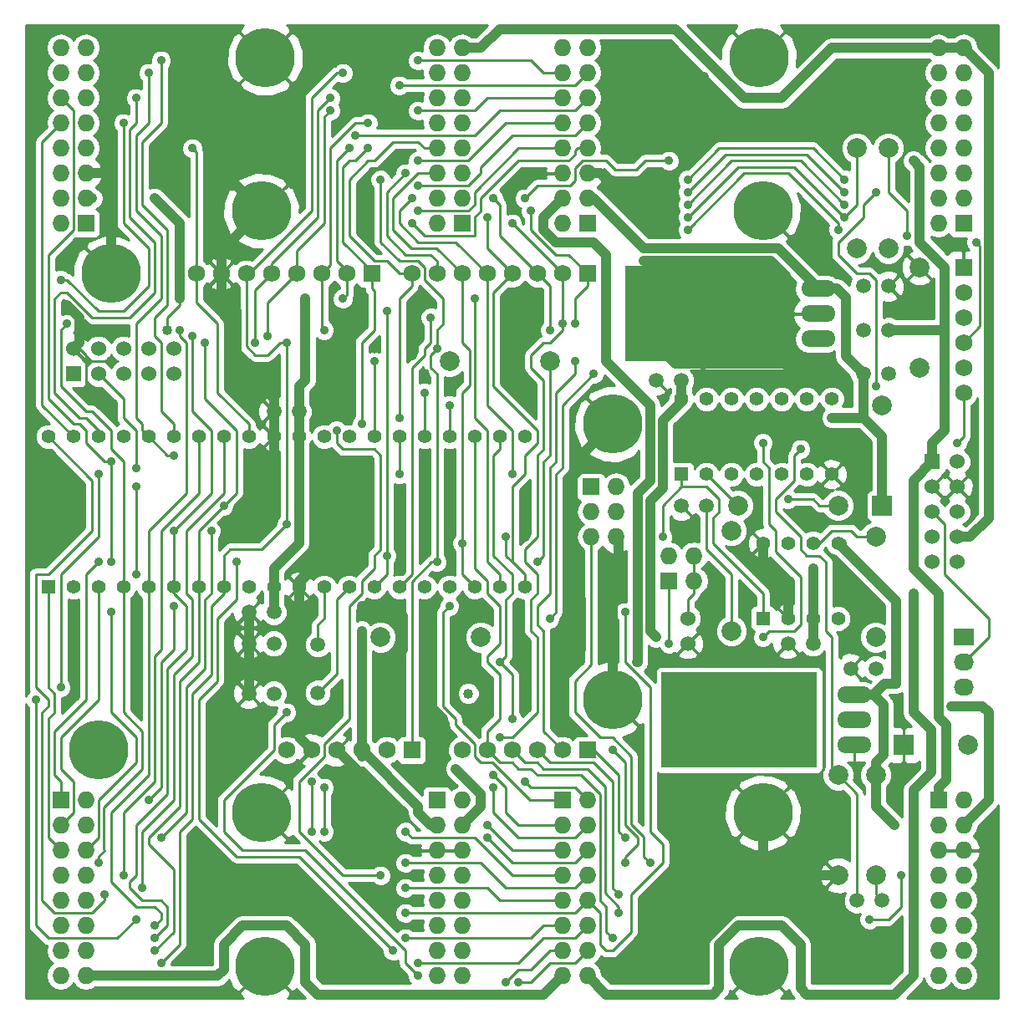
<source format=gtl>
%FSLAX34Y34*%
G04 Gerber Fmt 3.4, Leading zero omitted, Abs format*
G04 (created by PCBNEW (2014-jan-25)-product) date Mon 28 Jul 2014 06:27:03 PM PDT*
%MOIN*%
G01*
G70*
G90*
G04 APERTURE LIST*
%ADD10C,0.005906*%
%ADD11C,0.059100*%
%ADD12C,0.078700*%
%ADD13R,0.078700X0.078700*%
%ADD14C,0.060000*%
%ADD15C,0.236220*%
%ADD16R,0.080000X0.068000*%
%ADD17O,0.080000X0.068000*%
%ADD18R,0.068000X0.068000*%
%ADD19O,0.068000X0.068000*%
%ADD20C,0.068000*%
%ADD21R,0.060000X0.060000*%
%ADD22O,0.137800X0.066900*%
%ADD23R,0.620000X0.380000*%
%ADD24R,0.055000X0.055000*%
%ADD25C,0.055000*%
%ADD26C,0.040000*%
%ADD27C,0.035000*%
%ADD28C,0.040000*%
%ADD29C,0.010000*%
G04 APERTURE END LIST*
G54D10*
G54D11*
X45000Y-22750D03*
X44000Y-22750D03*
X20500Y-35250D03*
X19500Y-35250D03*
X44000Y-21000D03*
X45000Y-21000D03*
X20500Y-37250D03*
X19500Y-37250D03*
X44500Y-36250D03*
X43500Y-36250D03*
X43750Y-45500D03*
X44750Y-45500D03*
X37750Y-29750D03*
X36750Y-29750D03*
X44000Y-24500D03*
X45000Y-24500D03*
X36750Y-24750D03*
X35750Y-24750D03*
X42000Y-35250D03*
X41000Y-35250D03*
X21500Y-26000D03*
X20500Y-26000D03*
X20500Y-34000D03*
X19500Y-34000D03*
G54D12*
X44750Y-25750D03*
G54D13*
X44750Y-29750D03*
G54D14*
X37000Y-34250D03*
X37000Y-35250D03*
G54D15*
X34000Y-26500D03*
X14000Y-20500D03*
X34000Y-37500D03*
X13500Y-39500D03*
X20000Y-42000D03*
X39842Y-11889D03*
X20157Y-11889D03*
X39842Y-48110D03*
X20157Y-48110D03*
X40000Y-42000D03*
X20000Y-18000D03*
X40000Y-18000D03*
G54D16*
X48000Y-35000D03*
G54D17*
X48000Y-36000D03*
X48000Y-37000D03*
G54D18*
X36250Y-32750D03*
G54D19*
X36250Y-31750D03*
X37250Y-32750D03*
X37250Y-31750D03*
G54D18*
X33150Y-29000D03*
G54D19*
X34150Y-29000D03*
X33150Y-30000D03*
X34150Y-30000D03*
X33150Y-31000D03*
X34150Y-31000D03*
G54D18*
X24400Y-20500D03*
G54D20*
X23400Y-20500D03*
X22400Y-20500D03*
X21400Y-20500D03*
X20400Y-20500D03*
X19400Y-20500D03*
X18400Y-20500D03*
X17400Y-20500D03*
G54D18*
X33000Y-20500D03*
G54D20*
X32000Y-20500D03*
X31000Y-20500D03*
X30000Y-20500D03*
X29000Y-20500D03*
X28000Y-20500D03*
X27000Y-20500D03*
X26000Y-20500D03*
G54D18*
X33000Y-39500D03*
G54D20*
X32000Y-39500D03*
X31000Y-39500D03*
X30000Y-39500D03*
X29000Y-39500D03*
X28000Y-39500D03*
G54D18*
X26000Y-39500D03*
G54D20*
X25000Y-39500D03*
X24000Y-39500D03*
X23000Y-39500D03*
X22000Y-39500D03*
X21000Y-39500D03*
G54D18*
X12000Y-41500D03*
G54D19*
X13000Y-41500D03*
X12000Y-42500D03*
X13000Y-42500D03*
X12000Y-43500D03*
X13000Y-43500D03*
X12000Y-44500D03*
X13000Y-44500D03*
X12000Y-45500D03*
X13000Y-45500D03*
X12000Y-46500D03*
X13000Y-46500D03*
X12000Y-47500D03*
X13000Y-47500D03*
X12000Y-48500D03*
X13000Y-48500D03*
G54D18*
X27000Y-41500D03*
G54D19*
X28000Y-41500D03*
X27000Y-42500D03*
X28000Y-42500D03*
X27000Y-43500D03*
X28000Y-43500D03*
X27000Y-44500D03*
X28000Y-44500D03*
X27000Y-45500D03*
X28000Y-45500D03*
X27000Y-46500D03*
X28000Y-46500D03*
X27000Y-47500D03*
X28000Y-47500D03*
X27000Y-48500D03*
X28000Y-48500D03*
G54D21*
X46750Y-28000D03*
G54D14*
X47750Y-28000D03*
X46750Y-29000D03*
X47750Y-29000D03*
X46750Y-30000D03*
X47750Y-30000D03*
X46750Y-31000D03*
X47750Y-31000D03*
X46750Y-32000D03*
X47750Y-32000D03*
G54D18*
X48000Y-20250D03*
G54D20*
X48000Y-21250D03*
X48000Y-22250D03*
X48000Y-23250D03*
X48000Y-24250D03*
X48000Y-25250D03*
G54D18*
X32000Y-41500D03*
G54D19*
X33000Y-41500D03*
X32000Y-42500D03*
X33000Y-42500D03*
X32000Y-43500D03*
X33000Y-43500D03*
X32000Y-44500D03*
X33000Y-44500D03*
X32000Y-45500D03*
X33000Y-45500D03*
X32000Y-46500D03*
X33000Y-46500D03*
X32000Y-47500D03*
X33000Y-47500D03*
X32000Y-48500D03*
X33000Y-48500D03*
G54D18*
X47000Y-41500D03*
G54D19*
X48000Y-41500D03*
X47000Y-42500D03*
X48000Y-42500D03*
X47000Y-43500D03*
X48000Y-43500D03*
X47000Y-44500D03*
X48000Y-44500D03*
X47000Y-45500D03*
X48000Y-45500D03*
X47000Y-46500D03*
X48000Y-46500D03*
X47000Y-47500D03*
X48000Y-47500D03*
X47000Y-48500D03*
X48000Y-48500D03*
G54D18*
X28000Y-18500D03*
G54D19*
X27000Y-18500D03*
X28000Y-17500D03*
X27000Y-17500D03*
X28000Y-16500D03*
X27000Y-16500D03*
X28000Y-15500D03*
X27000Y-15500D03*
X28000Y-14500D03*
X27000Y-14500D03*
X28000Y-13500D03*
X27000Y-13500D03*
X28000Y-12500D03*
X27000Y-12500D03*
X28000Y-11500D03*
X27000Y-11500D03*
G54D18*
X13000Y-18500D03*
G54D19*
X12000Y-18500D03*
X13000Y-17500D03*
X12000Y-17500D03*
X13000Y-16500D03*
X12000Y-16500D03*
X13000Y-15500D03*
X12000Y-15500D03*
X13000Y-14500D03*
X12000Y-14500D03*
X13000Y-13500D03*
X12000Y-13500D03*
X13000Y-12500D03*
X12000Y-12500D03*
X13000Y-11500D03*
X12000Y-11500D03*
G54D18*
X48000Y-18500D03*
G54D19*
X47000Y-18500D03*
X48000Y-17500D03*
X47000Y-17500D03*
X48000Y-16500D03*
X47000Y-16500D03*
X48000Y-15500D03*
X47000Y-15500D03*
X48000Y-14500D03*
X47000Y-14500D03*
X48000Y-13500D03*
X47000Y-13500D03*
X48000Y-12500D03*
X47000Y-12500D03*
X48000Y-11500D03*
X47000Y-11500D03*
G54D18*
X33000Y-18500D03*
G54D19*
X32000Y-18500D03*
X33000Y-17500D03*
X32000Y-17500D03*
X33000Y-16500D03*
X32000Y-16500D03*
X33000Y-15500D03*
X32000Y-15500D03*
X33000Y-14500D03*
X32000Y-14500D03*
X33000Y-13500D03*
X32000Y-13500D03*
X33000Y-12500D03*
X32000Y-12500D03*
X33000Y-11500D03*
X32000Y-11500D03*
G54D21*
X12500Y-24500D03*
G54D14*
X12500Y-23500D03*
X13500Y-24500D03*
X13500Y-23500D03*
X14500Y-24500D03*
X14500Y-23500D03*
X15500Y-24500D03*
X15500Y-23500D03*
X16500Y-24500D03*
X16500Y-23500D03*
G54D12*
X44500Y-35000D03*
X44500Y-31000D03*
X43750Y-19500D03*
X43750Y-15500D03*
X45000Y-19500D03*
X45000Y-15500D03*
X43000Y-44500D03*
X43000Y-40500D03*
X39000Y-29750D03*
X43000Y-29750D03*
X38750Y-34750D03*
X38750Y-30750D03*
X44500Y-44500D03*
X44500Y-40500D03*
X46250Y-20250D03*
X46250Y-24250D03*
X24750Y-35000D03*
X28750Y-35000D03*
X31500Y-24000D03*
X27500Y-24000D03*
G54D13*
X45620Y-39300D03*
G54D12*
X48180Y-39300D03*
G54D22*
X42200Y-22100D03*
X42200Y-23100D03*
X42200Y-21100D03*
G54D23*
X37600Y-22100D03*
G54D24*
X40000Y-34250D03*
G54D25*
X41000Y-34250D03*
X42000Y-34250D03*
X43000Y-34250D03*
X43000Y-31250D03*
X42000Y-31250D03*
X41000Y-31250D03*
X40000Y-31250D03*
G54D22*
X43650Y-38300D03*
X43650Y-39300D03*
X43650Y-37300D03*
G54D23*
X39050Y-38300D03*
G54D24*
X11500Y-33000D03*
G54D25*
X12500Y-33000D03*
X13500Y-33000D03*
X14500Y-33000D03*
X15500Y-33000D03*
X16500Y-33000D03*
X17500Y-33000D03*
X18500Y-33000D03*
X19500Y-33000D03*
X20500Y-33000D03*
X21500Y-33000D03*
X22500Y-33000D03*
X23500Y-33000D03*
X24500Y-33000D03*
X25500Y-33000D03*
X26500Y-33000D03*
X27500Y-33000D03*
X28500Y-33000D03*
X29500Y-33000D03*
X30500Y-33000D03*
X30500Y-27000D03*
X29500Y-27000D03*
X28500Y-27000D03*
X27500Y-27000D03*
X26500Y-27000D03*
X25500Y-27000D03*
X24500Y-27000D03*
X23500Y-27000D03*
X22500Y-27000D03*
X21500Y-27000D03*
X20500Y-27000D03*
X19500Y-27000D03*
X18500Y-27000D03*
X17500Y-27000D03*
X16500Y-27000D03*
X15500Y-27000D03*
X14500Y-27000D03*
X13500Y-27000D03*
X12500Y-27000D03*
X11500Y-27000D03*
G54D11*
X22250Y-35289D03*
X22250Y-37211D03*
G54D24*
X36750Y-28500D03*
G54D25*
X37750Y-28500D03*
X38750Y-28500D03*
X39750Y-28500D03*
X40750Y-28500D03*
X41750Y-28500D03*
X42750Y-28500D03*
X42750Y-25500D03*
X41750Y-25500D03*
X40750Y-25500D03*
X39750Y-25500D03*
X38750Y-25500D03*
X37750Y-25500D03*
X36750Y-25500D03*
G54D26*
X46000Y-16000D03*
X18250Y-18250D03*
X18250Y-17000D03*
X22500Y-27750D03*
X26750Y-38500D03*
X28500Y-38000D03*
X29000Y-37500D03*
X24000Y-33750D03*
X25500Y-34000D03*
X26750Y-34250D03*
X27750Y-36500D03*
X30250Y-34250D03*
X28500Y-34000D03*
X27750Y-36000D03*
X26750Y-36500D03*
X26750Y-36000D03*
X27250Y-38250D03*
X21500Y-36500D03*
X21500Y-36000D03*
X25000Y-36500D03*
X25000Y-36000D03*
X21750Y-38000D03*
X30500Y-37500D03*
X31750Y-38250D03*
X31750Y-37500D03*
X36300Y-18900D03*
X37650Y-12650D03*
X34750Y-15550D03*
X24250Y-29250D03*
X26500Y-27750D03*
X25500Y-29250D03*
X26500Y-29250D03*
X23500Y-31500D03*
X30500Y-31000D03*
X30500Y-29250D03*
X30500Y-36000D03*
X32250Y-36000D03*
X23500Y-23500D03*
X24500Y-23500D03*
X24000Y-22000D03*
X26500Y-24500D03*
X30500Y-25000D03*
X27500Y-25000D03*
X26000Y-23750D03*
X24250Y-17750D03*
X24250Y-19000D03*
X13750Y-25750D03*
X27500Y-27750D03*
X32750Y-33500D03*
X33750Y-33500D03*
X36750Y-27750D03*
X37500Y-47250D03*
X25250Y-43500D03*
X17500Y-47250D03*
X17500Y-43000D03*
X18000Y-42000D03*
X23000Y-48000D03*
X12500Y-34750D03*
X15000Y-35250D03*
X12250Y-21750D03*
X14000Y-24000D03*
X20500Y-27750D03*
X28250Y-37250D03*
X34997Y-36002D03*
X47500Y-37750D03*
X27750Y-40250D03*
G54D27*
X41500Y-27500D03*
X47750Y-27250D03*
X35500Y-44000D03*
X24750Y-16750D03*
X26250Y-18000D03*
X27000Y-23500D03*
X27000Y-32000D03*
X41000Y-29500D03*
X19750Y-23250D03*
X15750Y-47500D03*
X22750Y-13500D03*
X29750Y-48750D03*
X17750Y-23250D03*
X18500Y-29750D03*
X21000Y-23250D03*
X16000Y-48000D03*
X23250Y-12500D03*
X30250Y-48750D03*
X21000Y-30500D03*
X20250Y-23000D03*
X15750Y-47000D03*
X26250Y-48000D03*
X22750Y-14000D03*
X16500Y-30750D03*
X17250Y-23000D03*
X24250Y-15500D03*
X25750Y-45000D03*
X15250Y-45000D03*
X24000Y-26500D03*
X34500Y-34000D03*
X25750Y-46000D03*
X28500Y-21500D03*
X23250Y-21500D03*
X23500Y-15500D03*
X15750Y-46500D03*
X25750Y-47000D03*
X16750Y-22750D03*
X24250Y-14500D03*
X22500Y-22750D03*
X23000Y-26750D03*
X45500Y-44500D03*
X44250Y-46250D03*
X24750Y-44500D03*
X26000Y-18500D03*
X17250Y-15500D03*
X27500Y-33750D03*
X43000Y-18750D03*
X37000Y-18750D03*
X30750Y-18000D03*
X45750Y-19000D03*
X32500Y-22500D03*
X13500Y-32000D03*
X25000Y-31750D03*
X25000Y-22000D03*
X43250Y-18250D03*
X37000Y-18250D03*
X29500Y-39000D03*
X30500Y-40750D03*
X30000Y-18500D03*
X15500Y-41500D03*
X16500Y-33750D03*
X26750Y-22250D03*
X32000Y-22500D03*
X43250Y-17750D03*
X37000Y-17750D03*
X22000Y-40750D03*
X22000Y-42750D03*
X29250Y-17500D03*
X29250Y-40500D03*
X15000Y-32500D03*
X31500Y-22750D03*
X15000Y-29000D03*
X29750Y-31000D03*
X43250Y-17250D03*
X37000Y-17250D03*
X29000Y-18250D03*
X22500Y-41000D03*
X29250Y-41000D03*
X22500Y-42750D03*
X16000Y-43000D03*
X18000Y-30750D03*
X43250Y-16750D03*
X37000Y-16750D03*
X26000Y-17500D03*
X30000Y-28500D03*
X29000Y-42500D03*
X33250Y-24500D03*
X31500Y-34250D03*
X28000Y-31250D03*
X44500Y-25000D03*
X44500Y-17250D03*
X29000Y-43000D03*
X14000Y-34000D03*
X40000Y-27250D03*
X40000Y-35000D03*
X25750Y-42750D03*
X25750Y-16500D03*
X30500Y-17500D03*
X36250Y-16000D03*
X13500Y-44000D03*
X12250Y-22500D03*
X14500Y-44500D03*
X25750Y-44000D03*
X25500Y-26250D03*
X26250Y-17000D03*
X13750Y-45250D03*
X14500Y-14500D03*
X34500Y-43000D03*
X12000Y-20750D03*
X32500Y-24000D03*
X34500Y-44000D03*
X26250Y-16000D03*
X34000Y-39500D03*
X15000Y-46250D03*
X13500Y-28500D03*
X11000Y-37500D03*
X12000Y-37000D03*
X15000Y-13500D03*
X34250Y-45250D03*
X23750Y-15000D03*
X26250Y-14000D03*
X34250Y-46000D03*
X14000Y-32000D03*
X19000Y-32000D03*
X25250Y-47500D03*
X14000Y-28000D03*
X34000Y-47000D03*
X25500Y-13000D03*
X15500Y-12500D03*
X16500Y-27750D03*
X29500Y-36000D03*
X21000Y-38000D03*
X16000Y-12000D03*
X26250Y-12000D03*
X30000Y-38250D03*
X26250Y-48500D03*
G54D26*
X46000Y-33250D03*
G54D27*
X48500Y-19250D03*
X36000Y-31000D03*
X27500Y-25750D03*
X15000Y-28250D03*
X25500Y-28500D03*
X26500Y-25250D03*
X24500Y-24000D03*
X36250Y-35250D03*
X31000Y-32000D03*
G54D26*
X35750Y-35000D03*
X42750Y-26250D03*
X42000Y-32250D03*
X45250Y-42500D03*
X36000Y-29000D03*
X16750Y-21500D03*
X21750Y-21500D03*
X15750Y-17500D03*
X16250Y-22750D03*
X24000Y-34750D03*
G54D28*
X47000Y-38200D02*
X47000Y-33250D01*
X47000Y-33250D02*
X46000Y-32250D01*
X46000Y-32250D02*
X46000Y-28750D01*
X46000Y-28750D02*
X46750Y-28000D01*
X47250Y-26750D02*
X47250Y-23000D01*
X46750Y-27250D02*
X47250Y-26750D01*
X46750Y-28000D02*
X46750Y-27250D01*
X46250Y-19250D02*
X46250Y-16250D01*
X47250Y-20250D02*
X46250Y-19250D01*
X47250Y-22750D02*
X47250Y-20250D01*
X46250Y-16250D02*
X46000Y-16000D01*
X47250Y-23000D02*
X47250Y-22750D01*
X45000Y-22750D02*
X47250Y-22750D01*
X47000Y-41000D02*
X47300Y-40700D01*
X47300Y-40700D02*
X47300Y-38500D01*
X47300Y-38500D02*
X47000Y-38200D01*
X47000Y-41500D02*
X47000Y-41000D01*
X13000Y-16500D02*
X13750Y-16500D01*
X14000Y-16750D02*
X14000Y-20500D01*
X13750Y-16500D02*
X14000Y-16750D01*
X18400Y-20500D02*
X18400Y-19900D01*
X18250Y-19750D02*
X18250Y-18250D01*
X18250Y-18250D02*
X18250Y-17000D01*
X18400Y-19900D02*
X18250Y-19750D01*
X20000Y-18000D02*
X19000Y-17000D01*
X19000Y-17000D02*
X18250Y-17000D01*
X20500Y-26000D02*
X20500Y-25500D01*
X18400Y-21400D02*
X18400Y-20500D01*
X19000Y-22000D02*
X18400Y-21400D01*
X19000Y-24000D02*
X19000Y-22000D01*
X20500Y-25500D02*
X19000Y-24000D01*
X21500Y-33000D02*
X21500Y-32750D01*
X21500Y-32750D02*
X22500Y-31750D01*
X22500Y-31750D02*
X22500Y-27750D01*
X25000Y-36000D02*
X25149Y-36000D01*
X25649Y-34149D02*
X25500Y-34000D01*
X25649Y-35500D02*
X25649Y-34149D01*
X25149Y-36000D02*
X25649Y-35500D01*
X29000Y-37500D02*
X28500Y-38000D01*
X27750Y-36500D02*
X28500Y-36500D01*
X29000Y-37000D02*
X29000Y-37500D01*
X28500Y-36500D02*
X29000Y-37000D01*
X25500Y-34000D02*
X25250Y-33750D01*
X25250Y-33750D02*
X24000Y-33750D01*
X26750Y-34250D02*
X26750Y-36000D01*
X27750Y-36500D02*
X27750Y-36000D01*
X28500Y-34000D02*
X27750Y-34750D01*
X30250Y-35750D02*
X30250Y-34250D01*
X30500Y-36000D02*
X30250Y-35750D01*
X27750Y-34750D02*
X27750Y-36000D01*
X27250Y-38250D02*
X26750Y-37750D01*
X26750Y-37750D02*
X26750Y-36500D01*
X26750Y-36500D02*
X26750Y-36000D01*
X25000Y-36500D02*
X25000Y-36000D01*
X21750Y-38000D02*
X21500Y-37750D01*
X21500Y-36000D02*
X21500Y-36250D01*
X21500Y-37750D02*
X21500Y-36500D01*
X21500Y-36500D02*
X21500Y-36250D01*
X21500Y-39000D02*
X21500Y-38250D01*
X21500Y-38250D02*
X21750Y-38000D01*
X22000Y-39500D02*
X21500Y-39000D01*
X19500Y-35250D02*
X19500Y-37250D01*
X21500Y-33000D02*
X21500Y-36000D01*
X19500Y-35250D02*
X19500Y-34000D01*
X30500Y-36000D02*
X30500Y-37500D01*
X31750Y-37500D02*
X31750Y-38250D01*
X32250Y-36000D02*
X31750Y-36500D01*
X31750Y-36500D02*
X31750Y-37500D01*
X34150Y-31000D02*
X34250Y-31100D01*
X34250Y-31100D02*
X34250Y-33000D01*
X34250Y-33000D02*
X33750Y-33500D01*
X41000Y-34250D02*
X41000Y-32900D01*
X41000Y-32900D02*
X40000Y-31900D01*
X40000Y-31900D02*
X40000Y-31250D01*
X33000Y-16500D02*
X33500Y-16500D01*
X35900Y-18900D02*
X36300Y-18900D01*
X33500Y-16500D02*
X35900Y-18900D01*
X34750Y-15550D02*
X37650Y-12650D01*
X24250Y-29250D02*
X23500Y-30000D01*
X26500Y-27750D02*
X26500Y-29250D01*
X23500Y-30000D02*
X23500Y-31500D01*
X30500Y-29250D02*
X30500Y-31000D01*
X32750Y-33500D02*
X32750Y-35500D01*
X32750Y-35500D02*
X32250Y-36000D01*
X23500Y-23500D02*
X23500Y-22500D01*
X23500Y-22500D02*
X24000Y-22000D01*
X26000Y-23750D02*
X26002Y-23752D01*
X24250Y-19000D02*
X24250Y-17750D01*
G54D29*
X12500Y-23500D02*
X12750Y-23500D01*
X12750Y-23500D02*
X13000Y-23750D01*
X13000Y-25000D02*
X13750Y-25750D01*
X13000Y-23750D02*
X13000Y-25000D01*
G54D28*
X35600Y-22100D02*
X35600Y-23200D01*
X35600Y-23200D02*
X36500Y-24100D01*
X36500Y-24100D02*
X40800Y-24100D01*
X40800Y-24100D02*
X40900Y-24000D01*
X40900Y-24000D02*
X40900Y-20600D01*
X40900Y-20600D02*
X40300Y-20000D01*
X40300Y-20000D02*
X35250Y-20000D01*
X34000Y-37500D02*
X34000Y-33750D01*
X34000Y-33750D02*
X33750Y-33500D01*
X32200Y-32950D02*
X32200Y-28800D01*
X32750Y-33500D02*
X32200Y-32950D01*
X34000Y-26500D02*
X32750Y-27750D01*
X32750Y-28250D02*
X32750Y-27750D01*
X32200Y-28800D02*
X32750Y-28250D01*
X43000Y-44500D02*
X40000Y-44500D01*
X20500Y-27000D02*
X20500Y-26000D01*
X37500Y-47250D02*
X40000Y-44750D01*
X40000Y-44750D02*
X40000Y-44500D01*
X40000Y-44500D02*
X40000Y-42000D01*
X17500Y-47250D02*
X17500Y-43000D01*
X18400Y-19600D02*
X20000Y-18000D01*
X18400Y-20500D02*
X18400Y-19600D01*
X12750Y-22250D02*
X12250Y-21750D01*
X12750Y-23250D02*
X12750Y-22250D01*
X12500Y-23500D02*
X12750Y-23250D01*
G54D29*
X13000Y-24000D02*
X14000Y-24000D01*
X12500Y-23500D02*
X13000Y-24000D01*
G54D28*
X20500Y-27000D02*
X20500Y-27750D01*
X24000Y-42250D02*
X24000Y-40500D01*
X25250Y-43500D02*
X24000Y-42250D01*
X24000Y-40500D02*
X23000Y-39500D01*
G54D29*
X22250Y-35289D02*
X22250Y-34500D01*
X22500Y-34250D02*
X22500Y-33000D01*
X22250Y-34500D02*
X22500Y-34250D01*
X22250Y-37211D02*
X23000Y-36461D01*
X23000Y-33500D02*
X23500Y-33000D01*
X23000Y-36461D02*
X23000Y-33500D01*
G54D28*
X35000Y-29250D02*
X35000Y-36000D01*
X35000Y-36000D02*
X34997Y-36002D01*
X35000Y-29250D02*
X35499Y-28750D01*
X33250Y-19250D02*
X33750Y-19750D01*
X33750Y-24000D02*
X35499Y-25749D01*
X33750Y-19750D02*
X33750Y-24000D01*
X35499Y-25749D02*
X35499Y-28750D01*
X31750Y-19250D02*
X33250Y-19250D01*
X31250Y-18750D02*
X31750Y-19250D01*
X31250Y-18250D02*
X31250Y-18750D01*
X32000Y-17500D02*
X31250Y-18250D01*
X49000Y-41500D02*
X48000Y-42500D01*
X28750Y-41750D02*
X28000Y-42500D01*
X28750Y-41250D02*
X28750Y-41750D01*
X27750Y-40250D02*
X28750Y-41250D01*
X49000Y-38000D02*
X48750Y-37750D01*
X48750Y-37750D02*
X47500Y-37750D01*
X49000Y-41500D02*
X49000Y-38000D01*
G54D29*
X41250Y-28750D02*
X40500Y-29500D01*
X40500Y-30000D02*
X41500Y-31000D01*
X40500Y-29500D02*
X40500Y-30000D01*
X41250Y-28750D02*
X41250Y-27750D01*
X41250Y-27750D02*
X41500Y-27500D01*
X41750Y-31750D02*
X41500Y-31500D01*
X41500Y-31500D02*
X41500Y-31000D01*
X42500Y-32000D02*
X42250Y-31750D01*
X42750Y-35000D02*
X42500Y-34750D01*
X42500Y-34750D02*
X42500Y-32000D01*
X42750Y-40250D02*
X42750Y-35000D01*
X42250Y-31750D02*
X41750Y-31750D01*
X47750Y-27250D02*
X48000Y-27000D01*
X48000Y-27000D02*
X48000Y-25250D01*
X43000Y-40500D02*
X42750Y-40250D01*
X43750Y-41250D02*
X43000Y-40500D01*
X43750Y-45500D02*
X43750Y-41250D01*
X27000Y-32000D02*
X26782Y-32000D01*
X26000Y-32782D02*
X26000Y-39500D01*
X26782Y-32000D02*
X26000Y-32782D01*
X35250Y-43750D02*
X35500Y-44000D01*
X33500Y-39000D02*
X32500Y-38000D01*
X34000Y-39000D02*
X33500Y-39000D01*
X33150Y-36100D02*
X32500Y-36750D01*
X33150Y-31000D02*
X33150Y-36100D01*
X34000Y-39000D02*
X34750Y-39750D01*
X32500Y-38000D02*
X32500Y-36750D01*
X44750Y-45500D02*
X44500Y-45250D01*
X44500Y-45250D02*
X44500Y-44500D01*
X26250Y-20000D02*
X26500Y-20250D01*
X26500Y-20250D02*
X26500Y-20750D01*
X26500Y-20750D02*
X27250Y-21500D01*
X27250Y-21500D02*
X27250Y-22500D01*
X27250Y-22500D02*
X27000Y-22750D01*
X27000Y-23500D02*
X27000Y-22750D01*
X24750Y-19250D02*
X24750Y-16750D01*
X25500Y-20000D02*
X24750Y-19250D01*
X25500Y-20000D02*
X26250Y-20000D01*
X26250Y-18000D02*
X28250Y-18000D01*
X28250Y-18000D02*
X28500Y-17750D01*
X28500Y-17750D02*
X28500Y-17250D01*
X28500Y-17250D02*
X30250Y-15500D01*
X30250Y-15500D02*
X32000Y-15500D01*
X28500Y-17250D02*
X30250Y-15500D01*
X28500Y-17750D02*
X28500Y-17250D01*
X28250Y-18000D02*
X28500Y-17750D01*
X35250Y-42967D02*
X34750Y-42467D01*
X34750Y-42467D02*
X34750Y-39750D01*
X35250Y-43750D02*
X35250Y-42967D01*
X26750Y-23750D02*
X27000Y-23500D01*
X26750Y-24250D02*
X27000Y-24500D01*
X26750Y-23750D02*
X26750Y-24250D01*
X27000Y-32000D02*
X27000Y-24500D01*
X43000Y-29750D02*
X42250Y-29750D01*
X42250Y-29750D02*
X42000Y-29500D01*
X43000Y-29750D02*
X42750Y-29500D01*
X42000Y-29500D02*
X41000Y-29500D01*
X38750Y-34750D02*
X38750Y-32500D01*
X37750Y-31500D02*
X37750Y-29750D01*
X38750Y-32500D02*
X37750Y-31500D01*
X47250Y-30500D02*
X47250Y-32500D01*
X47250Y-32500D02*
X49000Y-34250D01*
X49000Y-34250D02*
X49000Y-35000D01*
X49000Y-35000D02*
X48000Y-36000D01*
X46750Y-30000D02*
X47250Y-30500D01*
X20400Y-20500D02*
X19750Y-21150D01*
X19750Y-21150D02*
X19750Y-23250D01*
X15750Y-47500D02*
X16500Y-46750D01*
X16500Y-46750D02*
X16500Y-44250D01*
X16500Y-44250D02*
X15500Y-43250D01*
X16000Y-47250D02*
X15750Y-47500D01*
X15750Y-47500D02*
X16000Y-47250D01*
X20400Y-20100D02*
X20400Y-20500D01*
X22750Y-13500D02*
X22250Y-14000D01*
X22250Y-14000D02*
X22250Y-18250D01*
X22250Y-18250D02*
X20400Y-20100D01*
X17500Y-30750D02*
X18500Y-29750D01*
X17500Y-33000D02*
X17500Y-30750D01*
X31500Y-47500D02*
X30750Y-48250D01*
X32000Y-47500D02*
X31500Y-47500D01*
X30250Y-48250D02*
X29750Y-48750D01*
X30750Y-48250D02*
X30250Y-48250D01*
X17500Y-36000D02*
X17500Y-33250D01*
X16750Y-36750D02*
X17500Y-36000D01*
X16750Y-41750D02*
X16750Y-36750D01*
X17500Y-33250D02*
X17500Y-33000D01*
X17500Y-33250D02*
X17500Y-33250D01*
X15500Y-43000D02*
X15500Y-43250D01*
X16750Y-41750D02*
X15500Y-43000D01*
X17750Y-25500D02*
X17750Y-23250D01*
X18500Y-29750D02*
X19000Y-29250D01*
X19000Y-29250D02*
X19000Y-29000D01*
X17750Y-25500D02*
X19000Y-26750D01*
X19000Y-29000D02*
X19000Y-26750D01*
X20250Y-23750D02*
X19750Y-23750D01*
X19400Y-23400D02*
X19400Y-20500D01*
X19750Y-23750D02*
X19400Y-23400D01*
X21000Y-25750D02*
X21000Y-30000D01*
X21000Y-30000D02*
X21000Y-30500D01*
X21000Y-23250D02*
X20750Y-23250D01*
X20750Y-23250D02*
X20250Y-23750D01*
X21000Y-30500D02*
X21000Y-23250D01*
X16000Y-48000D02*
X16750Y-47250D01*
X16750Y-42750D02*
X17250Y-42250D01*
X16750Y-47250D02*
X16750Y-42750D01*
X17250Y-42250D02*
X17250Y-37250D01*
X17250Y-37250D02*
X18000Y-36500D01*
X23000Y-12500D02*
X23250Y-12500D01*
X22000Y-13500D02*
X23000Y-12500D01*
X22000Y-18000D02*
X22000Y-13500D01*
X19500Y-20500D02*
X22000Y-18000D01*
X19400Y-20500D02*
X19500Y-20500D01*
X32500Y-48000D02*
X33000Y-47500D01*
X32500Y-48000D02*
X31500Y-48000D01*
X31500Y-48000D02*
X30750Y-48750D01*
X30750Y-48750D02*
X30250Y-48750D01*
X18500Y-33000D02*
X18500Y-31750D01*
X18750Y-31500D02*
X18500Y-31750D01*
X20000Y-31500D02*
X18750Y-31500D01*
X18000Y-33750D02*
X18000Y-36500D01*
X18500Y-33250D02*
X18000Y-33750D01*
X18500Y-33000D02*
X18500Y-33250D01*
X19250Y-20650D02*
X19400Y-20500D01*
X20750Y-30750D02*
X20000Y-31500D01*
X20750Y-30750D02*
X21000Y-30500D01*
X21400Y-20500D02*
X20250Y-21650D01*
X20250Y-21650D02*
X20250Y-23000D01*
X15500Y-45500D02*
X16000Y-45500D01*
X16250Y-46500D02*
X15750Y-47000D01*
X16250Y-45750D02*
X16250Y-46500D01*
X16000Y-45500D02*
X16250Y-45750D01*
X15500Y-45500D02*
X15250Y-45500D01*
X15250Y-45500D02*
X14750Y-45000D01*
X31250Y-47000D02*
X30250Y-48000D01*
X30250Y-48000D02*
X26250Y-48000D01*
X33000Y-46500D02*
X32500Y-47000D01*
X32500Y-47000D02*
X31250Y-47000D01*
X22500Y-14250D02*
X22500Y-18500D01*
X22500Y-18500D02*
X21400Y-19600D01*
X21400Y-19600D02*
X21400Y-20500D01*
X22750Y-14000D02*
X22500Y-14250D01*
X16500Y-33000D02*
X16500Y-30750D01*
X15000Y-42500D02*
X15000Y-44500D01*
X15000Y-44500D02*
X14750Y-44750D01*
X17000Y-35500D02*
X17000Y-33750D01*
X16500Y-33250D02*
X16500Y-33000D01*
X17000Y-33750D02*
X16500Y-33250D01*
X16250Y-41250D02*
X16250Y-36250D01*
X16250Y-36250D02*
X17000Y-35500D01*
X14750Y-45000D02*
X14750Y-44750D01*
X16250Y-41250D02*
X15000Y-42500D01*
X17250Y-26000D02*
X18000Y-26750D01*
X18000Y-29250D02*
X18000Y-26750D01*
X16500Y-30750D02*
X18000Y-29250D01*
X17250Y-23000D02*
X17250Y-26000D01*
X24000Y-23500D02*
X24000Y-23250D01*
X24500Y-21200D02*
X24400Y-21100D01*
X24500Y-22750D02*
X24500Y-21200D01*
X24000Y-23250D02*
X24500Y-22750D01*
X24400Y-20500D02*
X24400Y-20400D01*
X24400Y-20400D02*
X23250Y-19250D01*
X23500Y-16000D02*
X23750Y-16000D01*
X23250Y-16250D02*
X23500Y-16000D01*
X23250Y-19250D02*
X23250Y-16250D01*
X23750Y-16000D02*
X24250Y-15500D01*
X15250Y-42750D02*
X16500Y-41500D01*
X16500Y-36500D02*
X17250Y-35750D01*
X16500Y-41500D02*
X16500Y-36500D01*
X29500Y-45500D02*
X32000Y-45500D01*
X29500Y-45500D02*
X29000Y-45000D01*
X29000Y-45000D02*
X25750Y-45000D01*
X15250Y-45000D02*
X15250Y-42750D01*
X17250Y-33500D02*
X17000Y-33250D01*
X17250Y-35750D02*
X17250Y-33500D01*
X18500Y-27000D02*
X18500Y-29250D01*
X17000Y-30750D02*
X17000Y-33250D01*
X18500Y-29250D02*
X17000Y-30750D01*
X24000Y-26500D02*
X24000Y-23500D01*
X24400Y-20500D02*
X24400Y-21100D01*
X23400Y-20500D02*
X23400Y-20400D01*
X23400Y-20400D02*
X23000Y-20000D01*
X23000Y-16000D02*
X23500Y-15500D01*
X23000Y-20000D02*
X23000Y-16000D01*
X29500Y-33000D02*
X29500Y-32500D01*
X29000Y-32000D02*
X29000Y-26750D01*
X29500Y-32500D02*
X29000Y-32000D01*
X36000Y-44000D02*
X34750Y-45250D01*
X34500Y-36000D02*
X34500Y-34000D01*
X34500Y-36000D02*
X35500Y-37000D01*
X35500Y-37000D02*
X35500Y-42750D01*
X35500Y-42750D02*
X36000Y-43250D01*
X36000Y-44000D02*
X36000Y-43250D01*
X34750Y-45250D02*
X34750Y-46750D01*
X34750Y-46750D02*
X34000Y-47500D01*
X33000Y-45500D02*
X32500Y-46000D01*
X32500Y-46000D02*
X33000Y-45500D01*
X25750Y-46000D02*
X32500Y-46000D01*
X34000Y-47500D02*
X33750Y-47500D01*
X33750Y-47500D02*
X33500Y-47250D01*
X33500Y-47250D02*
X33500Y-46000D01*
X33500Y-46000D02*
X33000Y-45500D01*
X33500Y-46000D02*
X33000Y-45500D01*
X33500Y-47250D02*
X33500Y-46000D01*
X33750Y-47500D02*
X33500Y-47250D01*
X28500Y-26250D02*
X29000Y-26750D01*
X28500Y-21500D02*
X28500Y-26250D01*
X23250Y-21500D02*
X23400Y-21350D01*
X23400Y-21350D02*
X23400Y-20500D01*
X23500Y-20400D02*
X23400Y-20500D01*
X23500Y-20400D02*
X23400Y-20500D01*
X16000Y-46000D02*
X15750Y-45750D01*
X15750Y-45750D02*
X15000Y-45750D01*
X15750Y-46500D02*
X16000Y-46250D01*
X16000Y-46250D02*
X16000Y-46000D01*
X14000Y-44750D02*
X15000Y-45750D01*
X15500Y-40500D02*
X15500Y-33000D01*
X14000Y-42000D02*
X14000Y-44750D01*
X15500Y-40500D02*
X14000Y-42000D01*
X30750Y-47000D02*
X31250Y-46500D01*
X25750Y-47000D02*
X30750Y-47000D01*
X31250Y-46500D02*
X32000Y-46500D01*
X15500Y-33000D02*
X15500Y-30750D01*
X15500Y-30750D02*
X17000Y-29250D01*
X22750Y-20150D02*
X22400Y-20500D01*
X22750Y-15500D02*
X22750Y-20150D01*
X24250Y-14500D02*
X23750Y-14500D01*
X23750Y-14500D02*
X22750Y-15500D01*
X22500Y-22750D02*
X22400Y-22650D01*
X22400Y-22650D02*
X22400Y-20500D01*
X16750Y-23000D02*
X17000Y-23250D01*
X17000Y-23250D02*
X17000Y-29250D01*
X16750Y-22750D02*
X16750Y-23000D01*
X33000Y-15500D02*
X32600Y-15500D01*
X32500Y-15750D02*
X32250Y-16000D01*
X32500Y-15600D02*
X32500Y-15750D01*
X32600Y-15500D02*
X32500Y-15600D01*
X24000Y-32750D02*
X24500Y-32250D01*
X23250Y-27500D02*
X23000Y-27250D01*
X24500Y-27500D02*
X23250Y-27500D01*
X24750Y-27750D02*
X24500Y-27500D01*
X24750Y-31500D02*
X24750Y-27750D01*
X24500Y-31750D02*
X24750Y-31500D01*
X24500Y-32250D02*
X24500Y-31750D01*
X22500Y-39750D02*
X21500Y-40750D01*
X21500Y-42750D02*
X21500Y-40750D01*
X23500Y-33750D02*
X24000Y-33250D01*
X24000Y-33250D02*
X24000Y-32750D01*
X23000Y-26750D02*
X23000Y-27250D01*
X22500Y-39250D02*
X23500Y-38250D01*
X23500Y-38250D02*
X23500Y-33750D01*
X22500Y-39750D02*
X22500Y-39250D01*
X45500Y-45750D02*
X45500Y-44500D01*
X45000Y-46250D02*
X45500Y-45750D01*
X44250Y-46250D02*
X45000Y-46250D01*
X24750Y-44500D02*
X23250Y-44500D01*
X23250Y-44500D02*
X21500Y-42750D01*
X17400Y-21650D02*
X17400Y-20500D01*
X19500Y-26500D02*
X18250Y-25250D01*
X18250Y-25250D02*
X18250Y-22500D01*
X19500Y-27000D02*
X19500Y-26500D01*
X18250Y-22500D02*
X17400Y-21650D01*
X28500Y-19000D02*
X28500Y-18250D01*
X26500Y-19000D02*
X28500Y-19000D01*
X26500Y-19000D02*
X26000Y-18500D01*
X28750Y-18000D02*
X28750Y-17500D01*
X28750Y-17500D02*
X30250Y-16000D01*
X30250Y-16000D02*
X32250Y-16000D01*
X28500Y-18250D02*
X28750Y-18000D01*
X17400Y-15650D02*
X17250Y-15500D01*
X17400Y-20500D02*
X17400Y-15650D01*
X27500Y-33750D02*
X27247Y-34002D01*
X27247Y-37752D02*
X27247Y-37747D01*
X27247Y-34002D02*
X27247Y-37752D01*
X27247Y-37747D02*
X27750Y-38250D01*
X28500Y-39250D02*
X27750Y-38500D01*
X30717Y-41500D02*
X29217Y-40000D01*
X29217Y-40000D02*
X28750Y-40000D01*
X28750Y-40000D02*
X28500Y-39750D01*
X28500Y-39750D02*
X28500Y-39250D01*
X32000Y-41500D02*
X30717Y-41500D01*
X27750Y-38500D02*
X27750Y-38250D01*
X43000Y-18500D02*
X43000Y-18750D01*
X41000Y-16500D02*
X43000Y-18500D01*
X39250Y-16500D02*
X41000Y-16500D01*
X37000Y-18750D02*
X39250Y-16500D01*
X30750Y-18750D02*
X31750Y-19750D01*
X31750Y-19750D02*
X32250Y-19750D01*
X32250Y-19750D02*
X33000Y-20500D01*
X25000Y-32500D02*
X24500Y-33000D01*
X25000Y-31750D02*
X25000Y-32500D01*
X30750Y-18750D02*
X30750Y-18000D01*
X31750Y-19750D02*
X30750Y-18750D01*
X45000Y-17250D02*
X45750Y-18000D01*
X45750Y-18000D02*
X45750Y-19000D01*
X45000Y-15500D02*
X45000Y-17250D01*
X32500Y-21500D02*
X32500Y-22500D01*
X33000Y-20500D02*
X33000Y-21000D01*
X33000Y-21000D02*
X32500Y-21500D01*
X12000Y-41500D02*
X12000Y-40750D01*
X11750Y-40500D02*
X12000Y-40750D01*
X11750Y-38750D02*
X11750Y-40500D01*
X13000Y-37500D02*
X11750Y-38750D01*
X13000Y-32500D02*
X13000Y-37500D01*
X13500Y-32000D02*
X13000Y-32500D01*
X25000Y-31750D02*
X25000Y-22000D01*
X30500Y-31500D02*
X31000Y-31000D01*
X31000Y-31000D02*
X31000Y-27750D01*
X30750Y-33500D02*
X30750Y-34750D01*
X31000Y-38000D02*
X30000Y-39000D01*
X31000Y-35000D02*
X31000Y-38000D01*
X30750Y-34750D02*
X31000Y-35000D01*
X26000Y-24250D02*
X26500Y-23750D01*
X26500Y-23750D02*
X26500Y-23500D01*
X31000Y-32500D02*
X30500Y-32000D01*
X31000Y-27750D02*
X31250Y-27500D01*
X30500Y-32000D02*
X30500Y-31500D01*
X31250Y-27500D02*
X31250Y-24750D01*
X31000Y-33250D02*
X31000Y-32500D01*
X30750Y-33500D02*
X31000Y-33250D01*
X32000Y-22500D02*
X32000Y-22750D01*
X30750Y-24250D02*
X31250Y-24750D01*
X30750Y-23750D02*
X30750Y-24250D01*
X31250Y-23250D02*
X30750Y-23750D01*
X31500Y-23250D02*
X31250Y-23250D01*
X32000Y-22750D02*
X31500Y-23250D01*
X43250Y-18250D02*
X43750Y-17750D01*
X41250Y-16250D02*
X43250Y-18250D01*
X39000Y-16250D02*
X41250Y-16250D01*
X37000Y-18250D02*
X39000Y-16250D01*
X33000Y-41500D02*
X32500Y-41000D01*
X29500Y-39000D02*
X30000Y-39000D01*
X30750Y-41000D02*
X30500Y-40750D01*
X32500Y-41000D02*
X30750Y-41000D01*
X32000Y-22500D02*
X32000Y-20500D01*
X30000Y-18500D02*
X32000Y-20500D01*
X43750Y-15500D02*
X43750Y-17750D01*
X15500Y-41500D02*
X16000Y-41000D01*
X16000Y-41000D02*
X16000Y-36000D01*
X16000Y-36000D02*
X16500Y-35500D01*
X16500Y-33750D02*
X16500Y-35500D01*
X25500Y-33000D02*
X26000Y-32500D01*
X26000Y-32500D02*
X26000Y-24250D01*
X26750Y-22250D02*
X26750Y-23250D01*
X26500Y-23500D02*
X26750Y-23250D01*
X41500Y-16000D02*
X43250Y-17750D01*
X38750Y-16000D02*
X41500Y-16000D01*
X37000Y-17750D02*
X38750Y-16000D01*
X22000Y-42750D02*
X22000Y-40750D01*
X12500Y-42000D02*
X12500Y-40750D01*
X12000Y-42500D02*
X12500Y-42000D01*
X13500Y-37500D02*
X13500Y-33000D01*
X12000Y-39000D02*
X13500Y-37500D01*
X12000Y-40250D02*
X12000Y-39000D01*
X12500Y-40750D02*
X12000Y-40250D01*
X29500Y-17750D02*
X29250Y-17500D01*
X29500Y-17750D02*
X29250Y-17500D01*
X29500Y-19000D02*
X29500Y-17750D01*
X31000Y-20500D02*
X29500Y-19000D01*
X30250Y-42500D02*
X29750Y-42000D01*
X32000Y-42500D02*
X30250Y-42500D01*
X29750Y-41000D02*
X29250Y-40500D01*
X29750Y-42000D02*
X29750Y-41000D01*
X31000Y-20500D02*
X31500Y-21000D01*
X31500Y-21000D02*
X31500Y-22750D01*
X15000Y-29000D02*
X15000Y-32500D01*
X30500Y-32500D02*
X29750Y-31750D01*
X29750Y-31750D02*
X29750Y-31000D01*
X30000Y-31000D02*
X30000Y-29000D01*
X30000Y-29000D02*
X30500Y-28500D01*
X30500Y-32500D02*
X30000Y-32000D01*
X30000Y-32000D02*
X30000Y-31000D01*
X41750Y-15750D02*
X43250Y-17250D01*
X38500Y-15750D02*
X41750Y-15750D01*
X37000Y-17250D02*
X38500Y-15750D01*
X30500Y-33000D02*
X30500Y-32500D01*
X29000Y-19500D02*
X29000Y-18250D01*
X30000Y-20500D02*
X29000Y-19500D01*
X30500Y-27750D02*
X31000Y-27250D01*
X30000Y-20500D02*
X29250Y-21250D01*
X29250Y-25000D02*
X31000Y-26750D01*
X29250Y-21250D02*
X29250Y-25000D01*
X31000Y-27250D02*
X31000Y-26750D01*
X30500Y-28500D02*
X30500Y-27750D01*
X30250Y-43000D02*
X32500Y-43000D01*
X29250Y-42000D02*
X30250Y-43000D01*
X33000Y-42500D02*
X32500Y-43000D01*
X22500Y-42750D02*
X22500Y-41000D01*
X29250Y-41000D02*
X29250Y-42000D01*
X18000Y-33250D02*
X18000Y-33250D01*
X17000Y-42000D02*
X17000Y-37000D01*
X17000Y-37000D02*
X17750Y-36250D01*
X16000Y-43000D02*
X17000Y-42000D01*
X17750Y-33500D02*
X17750Y-36250D01*
X18000Y-33250D02*
X17750Y-33500D01*
X18000Y-30750D02*
X18000Y-33250D01*
X42000Y-15500D02*
X43250Y-16750D01*
X38250Y-15500D02*
X42000Y-15500D01*
X37000Y-16750D02*
X38250Y-15500D01*
X12000Y-43500D02*
X11500Y-43000D01*
X11500Y-37000D02*
X11500Y-33000D01*
X11750Y-37250D02*
X11500Y-37000D01*
X11750Y-38000D02*
X11750Y-37250D01*
X11500Y-38250D02*
X11750Y-38000D01*
X11500Y-43000D02*
X11500Y-38250D01*
X26250Y-19250D02*
X27750Y-19250D01*
X25500Y-18500D02*
X26250Y-19250D01*
X25500Y-18000D02*
X25500Y-18500D01*
X26000Y-17500D02*
X25500Y-18000D01*
X30000Y-26750D02*
X30000Y-28500D01*
X30000Y-43500D02*
X29000Y-42500D01*
X32000Y-43500D02*
X30000Y-43500D01*
X29000Y-20500D02*
X27750Y-19250D01*
X29000Y-25750D02*
X30000Y-26750D01*
X29000Y-20500D02*
X29000Y-25750D01*
X32000Y-28250D02*
X31750Y-28500D01*
X32000Y-25750D02*
X32000Y-28250D01*
X33250Y-24500D02*
X32000Y-25750D01*
X31750Y-34000D02*
X31750Y-28500D01*
X31500Y-34250D02*
X31750Y-34000D01*
X28000Y-31250D02*
X28000Y-25250D01*
X28500Y-33000D02*
X28000Y-32500D01*
X28000Y-32500D02*
X28000Y-31250D01*
X28000Y-20500D02*
X28000Y-23250D01*
X28000Y-23250D02*
X28299Y-23549D01*
X28299Y-23549D02*
X28299Y-24950D01*
X28299Y-24950D02*
X28000Y-25250D01*
X44500Y-20750D02*
X44500Y-25000D01*
X44250Y-20500D02*
X44500Y-20750D01*
X43750Y-20500D02*
X44250Y-20500D01*
X43000Y-19750D02*
X43750Y-20500D01*
X43000Y-19250D02*
X43000Y-19750D01*
X44000Y-18250D02*
X43000Y-19250D01*
X44000Y-17750D02*
X44000Y-18250D01*
X44500Y-17250D02*
X44000Y-17750D01*
X26983Y-19483D02*
X25983Y-19483D01*
X25983Y-19483D02*
X25250Y-18750D01*
X25250Y-18750D02*
X25250Y-17500D01*
X25250Y-17500D02*
X26250Y-16500D01*
X26250Y-16500D02*
X27000Y-16500D01*
X28000Y-20500D02*
X26983Y-19483D01*
X15000Y-39000D02*
X14000Y-38000D01*
X15000Y-39000D02*
X15000Y-40000D01*
X15000Y-40000D02*
X14000Y-41000D01*
X14000Y-41000D02*
X15000Y-40000D01*
X32500Y-44000D02*
X30000Y-44000D01*
X30000Y-44000D02*
X29000Y-43000D01*
X30000Y-44000D02*
X29000Y-43000D01*
X32500Y-44000D02*
X30000Y-44000D01*
X33000Y-43500D02*
X32500Y-44000D01*
X13500Y-43000D02*
X13500Y-41500D01*
X13500Y-41500D02*
X15000Y-40000D01*
X13000Y-43500D02*
X13500Y-43000D01*
X14000Y-34000D02*
X14000Y-38000D01*
X40250Y-28250D02*
X40000Y-28000D01*
X40000Y-28000D02*
X40000Y-27250D01*
X40500Y-31600D02*
X41500Y-32600D01*
X40500Y-30750D02*
X40500Y-31600D01*
X40250Y-30500D02*
X40500Y-30750D01*
X40250Y-28250D02*
X40250Y-30500D01*
X40000Y-35000D02*
X40250Y-34750D01*
X40250Y-34750D02*
X41250Y-34750D01*
X41250Y-34750D02*
X41500Y-34500D01*
X41500Y-34500D02*
X41500Y-32600D01*
X36250Y-16000D02*
X35300Y-16000D01*
X32500Y-16800D02*
X32300Y-17000D01*
X32500Y-16300D02*
X32500Y-16800D01*
X32800Y-16000D02*
X32500Y-16300D01*
X33750Y-16000D02*
X32800Y-16000D01*
X34100Y-16350D02*
X33750Y-16000D01*
X34950Y-16350D02*
X34100Y-16350D01*
X35300Y-16000D02*
X34950Y-16350D01*
X28500Y-43000D02*
X26000Y-43000D01*
X26000Y-43000D02*
X25750Y-42750D01*
X27000Y-20500D02*
X27000Y-20000D01*
X26750Y-19750D02*
X25750Y-19750D01*
X27000Y-20000D02*
X26750Y-19750D01*
X25750Y-16500D02*
X25000Y-17250D01*
X25000Y-19000D02*
X25750Y-19750D01*
X25000Y-17250D02*
X25000Y-19000D01*
X30500Y-17500D02*
X31000Y-17000D01*
X30000Y-44500D02*
X28500Y-43000D01*
X32000Y-44500D02*
X30000Y-44500D01*
X31000Y-17000D02*
X32300Y-17000D01*
X31000Y-17000D02*
X30500Y-17500D01*
X13700Y-43450D02*
X13700Y-41799D01*
X13700Y-41799D02*
X15250Y-40250D01*
X15250Y-40250D02*
X15250Y-38750D01*
X15250Y-38750D02*
X14500Y-38000D01*
X13500Y-43750D02*
X13750Y-43500D01*
X13500Y-43750D02*
X13500Y-44000D01*
X14500Y-33000D02*
X14500Y-38000D01*
X13750Y-43500D02*
X13700Y-43450D01*
X12000Y-25000D02*
X12000Y-22750D01*
X13000Y-26000D02*
X13250Y-26000D01*
X13000Y-26000D02*
X12000Y-25000D01*
X12250Y-22500D02*
X12000Y-22750D01*
X14000Y-26750D02*
X13250Y-26000D01*
X14500Y-32000D02*
X14500Y-32000D01*
X14500Y-32000D02*
X14500Y-28000D01*
X14500Y-28000D02*
X14000Y-27500D01*
X14000Y-27500D02*
X14000Y-26750D01*
X14500Y-33000D02*
X14500Y-32000D01*
X25000Y-20000D02*
X24500Y-20000D01*
X24250Y-16000D02*
X24500Y-16000D01*
X23500Y-16750D02*
X24250Y-16000D01*
X23500Y-19000D02*
X23500Y-16750D01*
X24500Y-20000D02*
X23500Y-19000D01*
X26000Y-20500D02*
X25500Y-20500D01*
X25500Y-20500D02*
X25000Y-20000D01*
X17500Y-29250D02*
X17500Y-27000D01*
X16000Y-30750D02*
X16000Y-35500D01*
X17500Y-29250D02*
X16000Y-30750D01*
X27000Y-15500D02*
X26500Y-15500D01*
X25250Y-15250D02*
X24500Y-16000D01*
X26250Y-15250D02*
X25250Y-15250D01*
X26500Y-15500D02*
X26250Y-15250D01*
X14500Y-42000D02*
X14500Y-44500D01*
X14500Y-42000D02*
X15750Y-40750D01*
X15750Y-40750D02*
X15750Y-35750D01*
X16000Y-35500D02*
X15750Y-35750D01*
X28750Y-44000D02*
X25750Y-44000D01*
X32500Y-45000D02*
X33000Y-44500D01*
X29750Y-45000D02*
X28750Y-44000D01*
X32500Y-45000D02*
X29750Y-45000D01*
X26000Y-20500D02*
X26000Y-21000D01*
X25500Y-21500D02*
X25500Y-26250D01*
X26000Y-21000D02*
X25500Y-21500D01*
X13250Y-28750D02*
X13250Y-30750D01*
X11250Y-32500D02*
X11000Y-32500D01*
X11500Y-32500D02*
X11250Y-32500D01*
X13250Y-30750D02*
X11500Y-32500D01*
X11500Y-27000D02*
X13250Y-28750D01*
X28250Y-17000D02*
X26250Y-17000D01*
X32500Y-15000D02*
X33000Y-14500D01*
X28250Y-17000D02*
X28750Y-16500D01*
X28750Y-16500D02*
X28750Y-16250D01*
X28750Y-16250D02*
X30000Y-15000D01*
X30000Y-15000D02*
X32500Y-15000D01*
X13750Y-45250D02*
X13750Y-45500D01*
X11000Y-37000D02*
X11000Y-32500D01*
X11500Y-37500D02*
X11000Y-37000D01*
X11500Y-37750D02*
X11500Y-37500D01*
X13250Y-46000D02*
X11750Y-46000D01*
X13750Y-45500D02*
X13250Y-46000D01*
X11250Y-45500D02*
X11250Y-38000D01*
X11250Y-38000D02*
X11500Y-37750D01*
X11750Y-46000D02*
X11250Y-45500D01*
X34250Y-42750D02*
X34500Y-43000D01*
X34250Y-40500D02*
X34250Y-42750D01*
X33250Y-39500D02*
X34250Y-40500D01*
X33000Y-39500D02*
X33250Y-39500D01*
X14500Y-14500D02*
X14500Y-14500D01*
X13500Y-22000D02*
X14500Y-22000D01*
X14500Y-18500D02*
X15500Y-19500D01*
X15500Y-21000D02*
X15500Y-19500D01*
X14500Y-22000D02*
X15500Y-21000D01*
X14500Y-14500D02*
X14500Y-18500D01*
X12250Y-20750D02*
X12000Y-20750D01*
X13500Y-22000D02*
X12250Y-20750D01*
X32000Y-39500D02*
X31250Y-38750D01*
X31250Y-38750D02*
X31250Y-34750D01*
X31000Y-34500D02*
X31250Y-34750D01*
X32500Y-24500D02*
X31750Y-25250D01*
X32500Y-24000D02*
X32500Y-24500D01*
X31750Y-28000D02*
X31500Y-28250D01*
X31750Y-25250D02*
X31750Y-28000D01*
X31500Y-33250D02*
X31500Y-28250D01*
X31000Y-34500D02*
X31000Y-33750D01*
X31000Y-33750D02*
X31500Y-33250D01*
X34500Y-43750D02*
X34500Y-44000D01*
X35000Y-43250D02*
X34500Y-43750D01*
X35000Y-43000D02*
X35000Y-43250D01*
X34500Y-42500D02*
X35000Y-43000D01*
X28250Y-16000D02*
X26250Y-16000D01*
X29750Y-14500D02*
X28250Y-16000D01*
X32000Y-14500D02*
X29750Y-14500D01*
X11250Y-25750D02*
X11250Y-15250D01*
X11250Y-15250D02*
X12000Y-14500D01*
X12500Y-27000D02*
X11250Y-25750D01*
X34500Y-40000D02*
X34000Y-39500D01*
X34500Y-42500D02*
X34500Y-40000D01*
X14250Y-47000D02*
X11500Y-47000D01*
X15000Y-46250D02*
X14250Y-47000D01*
X12000Y-37000D02*
X12000Y-32500D01*
X11000Y-46500D02*
X11500Y-47000D01*
X11000Y-37500D02*
X11000Y-46500D01*
X13500Y-47000D02*
X11500Y-47000D01*
X15750Y-21250D02*
X15750Y-19250D01*
X31000Y-39500D02*
X31500Y-40000D01*
X11500Y-47000D02*
X13500Y-47000D01*
X33250Y-40000D02*
X34000Y-40750D01*
X34000Y-40750D02*
X34000Y-45000D01*
X34000Y-45000D02*
X34250Y-45250D01*
X31500Y-40000D02*
X33250Y-40000D01*
X14750Y-22250D02*
X15750Y-21250D01*
X13500Y-31000D02*
X12000Y-32500D01*
X13500Y-28500D02*
X13500Y-31000D01*
X23750Y-15000D02*
X28500Y-15000D01*
X32500Y-14000D02*
X33000Y-13500D01*
X28500Y-15000D02*
X29500Y-14000D01*
X29500Y-14000D02*
X32500Y-14000D01*
X15000Y-14500D02*
X14750Y-14750D01*
X14750Y-14750D02*
X14750Y-18250D01*
X14750Y-18250D02*
X15750Y-19250D01*
X15000Y-13500D02*
X15000Y-14500D01*
X13500Y-22250D02*
X14750Y-22250D01*
X13500Y-26750D02*
X13000Y-26250D01*
X13500Y-27000D02*
X13500Y-26750D01*
X13500Y-22250D02*
X13250Y-22250D01*
X12750Y-26250D02*
X11750Y-25250D01*
X13000Y-26250D02*
X12750Y-26250D01*
X12250Y-21250D02*
X12000Y-21250D01*
X12000Y-21250D02*
X11750Y-21500D01*
X11750Y-21500D02*
X11750Y-25250D01*
X13250Y-22250D02*
X12250Y-21250D01*
X19000Y-32000D02*
X19000Y-33500D01*
X18250Y-34250D02*
X18250Y-36750D01*
X19000Y-33500D02*
X18250Y-34250D01*
X30000Y-39500D02*
X30500Y-40000D01*
X26250Y-14000D02*
X28500Y-14000D01*
X28500Y-14000D02*
X29000Y-13500D01*
X29000Y-13500D02*
X32000Y-13500D01*
X31000Y-40000D02*
X31250Y-40250D01*
X30500Y-40000D02*
X31000Y-40000D01*
X14500Y-27000D02*
X14500Y-27000D01*
X33000Y-40250D02*
X33700Y-40950D01*
X33700Y-40950D02*
X33700Y-45200D01*
X33700Y-45200D02*
X34250Y-45750D01*
X34250Y-45750D02*
X34250Y-46000D01*
X31250Y-40250D02*
X33000Y-40250D01*
X12000Y-13500D02*
X12500Y-14000D01*
X12500Y-14000D02*
X12500Y-18750D01*
X11500Y-19750D02*
X12500Y-18750D01*
X13000Y-26750D02*
X12750Y-26500D01*
X12500Y-26500D02*
X11500Y-25500D01*
X11500Y-25500D02*
X11500Y-19750D01*
X12750Y-26500D02*
X12500Y-26500D01*
X13000Y-27250D02*
X13000Y-26750D01*
X18250Y-36750D02*
X17500Y-37500D01*
X19000Y-43750D02*
X17500Y-42250D01*
X17500Y-42250D02*
X17500Y-37500D01*
X21500Y-43750D02*
X19000Y-43750D01*
X25250Y-47500D02*
X21500Y-43750D01*
X14000Y-28000D02*
X13750Y-28000D01*
X13750Y-28000D02*
X13000Y-27250D01*
X14000Y-32000D02*
X14000Y-28000D01*
X29000Y-39500D02*
X29000Y-38750D01*
X29500Y-36500D02*
X29000Y-36000D01*
X29500Y-38250D02*
X29500Y-36500D01*
X29000Y-38750D02*
X29500Y-38250D01*
X29000Y-32750D02*
X28500Y-32250D01*
X28500Y-32250D02*
X28500Y-27000D01*
X29000Y-36000D02*
X29000Y-35750D01*
X29500Y-33750D02*
X29000Y-33250D01*
X29500Y-35250D02*
X29500Y-33750D01*
X29000Y-35750D02*
X29500Y-35250D01*
X29000Y-33250D02*
X29000Y-32750D01*
X25500Y-13000D02*
X32500Y-13000D01*
X32500Y-13000D02*
X33000Y-12500D01*
X30750Y-40250D02*
X31000Y-40500D01*
X30250Y-40250D02*
X30750Y-40250D01*
X30000Y-40000D02*
X30250Y-40250D01*
X29000Y-39500D02*
X29500Y-40000D01*
X29500Y-40000D02*
X30000Y-40000D01*
X33750Y-46750D02*
X33750Y-45750D01*
X33750Y-45750D02*
X33500Y-45500D01*
X33500Y-45500D02*
X33500Y-41250D01*
X33500Y-41250D02*
X32750Y-40500D01*
X32750Y-40500D02*
X31000Y-40500D01*
X34000Y-47000D02*
X33750Y-46750D01*
X15250Y-26750D02*
X15250Y-26500D01*
X15500Y-27000D02*
X15250Y-26750D01*
X15500Y-12500D02*
X15500Y-14500D01*
X15500Y-22000D02*
X16000Y-21500D01*
X16000Y-21500D02*
X16000Y-19000D01*
X15500Y-14500D02*
X15000Y-15000D01*
X15000Y-15000D02*
X15000Y-18000D01*
X15000Y-18000D02*
X16000Y-19000D01*
X15500Y-22000D02*
X15000Y-22500D01*
X15000Y-26250D02*
X15000Y-22500D01*
X15250Y-26500D02*
X15000Y-26250D01*
X16250Y-27750D02*
X16500Y-27750D01*
X15500Y-27000D02*
X16250Y-27750D01*
X30000Y-32500D02*
X29250Y-31750D01*
X29250Y-27750D02*
X29500Y-27500D01*
X29250Y-31750D02*
X29250Y-27750D01*
X29750Y-35750D02*
X29750Y-33500D01*
X29750Y-33500D02*
X30000Y-33250D01*
X29500Y-27500D02*
X29500Y-27000D01*
X29500Y-36000D02*
X29750Y-35750D01*
X30000Y-33250D02*
X30000Y-32500D01*
X30000Y-38250D02*
X30000Y-36500D01*
X30000Y-36500D02*
X29500Y-36000D01*
X18500Y-41500D02*
X20500Y-39500D01*
X21750Y-43500D02*
X19250Y-43500D01*
X23000Y-44750D02*
X21750Y-43500D01*
X18500Y-42750D02*
X19250Y-43500D01*
X18500Y-41500D02*
X18500Y-42750D01*
X21000Y-38000D02*
X20500Y-38500D01*
X20500Y-39500D02*
X20500Y-38500D01*
X25750Y-48000D02*
X25750Y-47500D01*
X16250Y-21750D02*
X16250Y-18750D01*
X26250Y-12000D02*
X30750Y-12000D01*
X30750Y-12000D02*
X31250Y-12500D01*
X31250Y-12500D02*
X32000Y-12500D01*
X26250Y-48500D02*
X25750Y-48000D01*
X23000Y-44750D02*
X23000Y-44750D01*
X25750Y-47500D02*
X23000Y-44750D01*
X16000Y-14500D02*
X15250Y-15250D01*
X15250Y-15250D02*
X15250Y-17750D01*
X15250Y-17750D02*
X16250Y-18750D01*
X16000Y-12000D02*
X16000Y-14500D01*
X16000Y-26000D02*
X16000Y-23250D01*
X16500Y-26500D02*
X16000Y-26000D01*
X16500Y-27000D02*
X16500Y-26500D01*
X15750Y-22250D02*
X15750Y-23000D01*
X15750Y-23000D02*
X16000Y-23250D01*
X16250Y-21750D02*
X15750Y-22250D01*
G54D28*
X45250Y-49250D02*
X41750Y-49250D01*
X41500Y-49000D02*
X41500Y-47250D01*
X41750Y-49250D02*
X41500Y-49000D01*
X33750Y-49250D02*
X38000Y-49250D01*
X33000Y-48500D02*
X33750Y-49250D01*
X40750Y-46500D02*
X41500Y-47250D01*
X39000Y-46500D02*
X40750Y-46500D01*
X38250Y-47250D02*
X39000Y-46500D01*
X38000Y-49250D02*
X38250Y-49000D01*
X38250Y-49000D02*
X38250Y-47250D01*
X46000Y-41100D02*
X46000Y-48500D01*
X46000Y-33250D02*
X46000Y-38000D01*
X46000Y-48500D02*
X45250Y-49250D01*
X31250Y-49250D02*
X32000Y-48500D01*
X19250Y-46500D02*
X21000Y-46500D01*
X21000Y-46500D02*
X21750Y-47250D01*
X28750Y-11500D02*
X29500Y-10750D01*
X29500Y-10750D02*
X36500Y-10750D01*
X36500Y-10750D02*
X39250Y-13500D01*
X39250Y-13500D02*
X40750Y-13500D01*
X49000Y-30250D02*
X48250Y-31000D01*
X48250Y-31000D02*
X47750Y-31000D01*
X28000Y-11500D02*
X28750Y-11500D01*
X42750Y-11500D02*
X40750Y-13500D01*
X47000Y-11500D02*
X42750Y-11500D01*
X48000Y-11500D02*
X47000Y-11500D01*
X49000Y-12500D02*
X49000Y-30250D01*
X48000Y-11500D02*
X49000Y-12500D01*
X46700Y-40400D02*
X46700Y-38700D01*
X46700Y-38700D02*
X46000Y-38000D01*
X46000Y-41100D02*
X46700Y-40400D01*
X22250Y-49250D02*
X21750Y-48750D01*
X21750Y-48750D02*
X21750Y-47250D01*
X31250Y-49250D02*
X22250Y-49250D01*
X18250Y-48500D02*
X18500Y-48250D01*
X18500Y-48250D02*
X18500Y-47250D01*
X18500Y-47250D02*
X19250Y-46500D01*
X13000Y-48500D02*
X18250Y-48500D01*
G54D29*
X42000Y-31250D02*
X42250Y-31250D01*
X42250Y-31250D02*
X42750Y-30750D01*
X43750Y-31000D02*
X44500Y-31000D01*
X43500Y-30750D02*
X43750Y-31000D01*
X42750Y-30750D02*
X43500Y-30750D01*
X48649Y-22600D02*
X48000Y-23250D01*
X48649Y-19399D02*
X48649Y-22600D01*
X48500Y-19250D02*
X48649Y-19399D01*
X48000Y-23250D02*
X48250Y-23250D01*
X37750Y-28500D02*
X39000Y-29750D01*
X36000Y-31000D02*
X36000Y-29750D01*
X36750Y-29000D02*
X37750Y-29000D01*
X40000Y-33250D02*
X40000Y-34250D01*
X38000Y-31250D02*
X40000Y-33250D01*
X38000Y-30250D02*
X38000Y-31250D01*
X38250Y-30000D02*
X38000Y-30250D01*
X38250Y-29500D02*
X38250Y-30000D01*
X37750Y-29000D02*
X38250Y-29500D01*
X36750Y-28500D02*
X36750Y-29000D01*
X36750Y-29000D02*
X36000Y-29750D01*
X27500Y-27000D02*
X27500Y-25750D01*
X14500Y-25500D02*
X14500Y-26250D01*
X14500Y-26250D02*
X15000Y-26750D01*
X15000Y-26750D02*
X15000Y-28250D01*
X13500Y-24500D02*
X14500Y-25500D01*
X25500Y-27000D02*
X25500Y-28500D01*
X26500Y-27000D02*
X26500Y-25250D01*
X24500Y-24000D02*
X24500Y-27000D01*
X37250Y-32750D02*
X37250Y-31750D01*
X37000Y-34250D02*
X37000Y-33500D01*
X37250Y-33250D02*
X37250Y-32750D01*
X37000Y-33500D02*
X37250Y-33250D01*
X36250Y-35250D02*
X36250Y-32750D01*
X31000Y-32000D02*
X31250Y-31750D01*
X31250Y-31750D02*
X31250Y-28000D01*
X31500Y-27750D02*
X31250Y-28000D01*
X31500Y-24000D02*
X31500Y-27750D01*
G54D28*
X44400Y-37300D02*
X44850Y-36850D01*
X44850Y-36850D02*
X45300Y-36850D01*
X44800Y-39650D02*
X44800Y-37700D01*
X44400Y-37300D02*
X43650Y-37300D01*
X44800Y-37700D02*
X44400Y-37300D01*
X44500Y-40500D02*
X44500Y-40000D01*
X45300Y-33550D02*
X43000Y-31250D01*
X45300Y-36850D02*
X45300Y-33550D01*
X44800Y-39700D02*
X44800Y-39650D01*
X44500Y-40000D02*
X44800Y-39700D01*
X43650Y-37300D02*
X43500Y-37150D01*
X42950Y-21100D02*
X42200Y-21100D01*
X43300Y-21450D02*
X42950Y-21100D01*
X43300Y-23800D02*
X43300Y-21450D01*
X44000Y-24500D02*
X43300Y-23800D01*
X35500Y-34750D02*
X35500Y-29555D01*
X35750Y-35000D02*
X35500Y-34750D01*
X44000Y-26250D02*
X42750Y-26250D01*
X36750Y-25500D02*
X36750Y-24750D01*
X43000Y-31250D02*
X43150Y-31250D01*
X44650Y-29750D02*
X44750Y-29750D01*
X42200Y-21100D02*
X40600Y-19500D01*
X33250Y-17500D02*
X35250Y-19500D01*
X40600Y-19500D02*
X35250Y-19500D01*
X36000Y-29000D02*
X36000Y-29055D01*
X36000Y-29055D02*
X35500Y-29555D01*
X20500Y-34000D02*
X20500Y-33000D01*
X27000Y-42500D02*
X26750Y-42500D01*
X26250Y-42000D02*
X26750Y-42500D01*
X42000Y-34250D02*
X42000Y-32250D01*
X42000Y-34250D02*
X42000Y-35250D01*
X44000Y-24500D02*
X44000Y-26250D01*
X44750Y-27000D02*
X44750Y-29750D01*
X44000Y-26250D02*
X44750Y-27000D01*
X43000Y-31250D02*
X43050Y-31250D01*
X33000Y-17500D02*
X33250Y-17500D01*
X13000Y-17500D02*
X13250Y-17500D01*
X20500Y-32250D02*
X20500Y-33000D01*
X21500Y-26250D02*
X21500Y-31250D01*
X21500Y-31250D02*
X20500Y-32250D01*
X36000Y-26350D02*
X36800Y-25550D01*
X36000Y-28000D02*
X36000Y-26350D01*
X36000Y-29000D02*
X36000Y-28000D01*
X21500Y-26250D02*
X21500Y-27000D01*
X36800Y-24800D02*
X36750Y-24750D01*
X44500Y-41750D02*
X44500Y-40500D01*
X45250Y-42500D02*
X44500Y-41750D01*
X44500Y-40500D02*
X44450Y-40450D01*
X21750Y-21500D02*
X21750Y-24750D01*
X21750Y-24750D02*
X21500Y-25000D01*
X21500Y-25000D02*
X21500Y-26000D01*
X16750Y-18500D02*
X15750Y-17500D01*
X16750Y-18500D02*
X16750Y-21500D01*
G54D29*
X16750Y-21750D02*
X16250Y-22250D01*
X16250Y-22250D02*
X16250Y-22750D01*
X16750Y-21500D02*
X16750Y-21750D01*
G54D28*
X26250Y-41750D02*
X26250Y-42000D01*
X26250Y-41750D02*
X24000Y-39500D01*
X24000Y-39500D02*
X24000Y-39750D01*
X24000Y-39500D02*
X24000Y-34750D01*
G54D29*
G36*
X12017Y-16510D02*
X12010Y-16510D01*
X12010Y-16517D01*
X11990Y-16517D01*
X11990Y-16510D01*
X11982Y-16510D01*
X11982Y-16490D01*
X11990Y-16490D01*
X11990Y-16482D01*
X12010Y-16482D01*
X12010Y-16490D01*
X12017Y-16490D01*
X12017Y-16510D01*
X12017Y-16510D01*
G37*
X12017Y-16510D02*
X12010Y-16510D01*
X12010Y-16517D01*
X11990Y-16517D01*
X11990Y-16510D01*
X11982Y-16510D01*
X11982Y-16490D01*
X11990Y-16490D01*
X11990Y-16482D01*
X12010Y-16482D01*
X12010Y-16490D01*
X12017Y-16490D01*
X12017Y-16510D01*
G36*
X12700Y-37375D02*
X12043Y-38032D01*
X12050Y-38000D01*
X12050Y-37425D01*
X12084Y-37425D01*
X12240Y-37360D01*
X12360Y-37241D01*
X12424Y-37084D01*
X12425Y-36915D01*
X12360Y-36759D01*
X12300Y-36698D01*
X12300Y-33485D01*
X12395Y-33524D01*
X12603Y-33525D01*
X12700Y-33485D01*
X12700Y-37375D01*
X12700Y-37375D01*
G37*
X12700Y-37375D02*
X12043Y-38032D01*
X12050Y-38000D01*
X12050Y-37425D01*
X12084Y-37425D01*
X12240Y-37360D01*
X12360Y-37241D01*
X12424Y-37084D01*
X12425Y-36915D01*
X12360Y-36759D01*
X12300Y-36698D01*
X12300Y-33485D01*
X12395Y-33524D01*
X12603Y-33525D01*
X12700Y-33485D01*
X12700Y-37375D01*
G36*
X13519Y-39505D02*
X13505Y-39519D01*
X13500Y-39514D01*
X13494Y-39519D01*
X13480Y-39505D01*
X13485Y-39500D01*
X13480Y-39494D01*
X13494Y-39480D01*
X13500Y-39485D01*
X13505Y-39480D01*
X13519Y-39494D01*
X13514Y-39500D01*
X13519Y-39505D01*
X13519Y-39505D01*
G37*
X13519Y-39505D02*
X13505Y-39519D01*
X13500Y-39514D01*
X13494Y-39519D01*
X13480Y-39505D01*
X13485Y-39500D01*
X13480Y-39494D01*
X13494Y-39480D01*
X13500Y-39485D01*
X13505Y-39480D01*
X13519Y-39494D01*
X13514Y-39500D01*
X13519Y-39505D01*
G36*
X14269Y-23999D02*
X14188Y-24033D01*
X14034Y-24188D01*
X14000Y-24269D01*
X13966Y-24188D01*
X13811Y-24034D01*
X13730Y-24000D01*
X13811Y-23966D01*
X13965Y-23811D01*
X13999Y-23730D01*
X14033Y-23811D01*
X14188Y-23965D01*
X14269Y-23999D01*
X14269Y-23999D01*
G37*
X14269Y-23999D02*
X14188Y-24033D01*
X14034Y-24188D01*
X14000Y-24269D01*
X13966Y-24188D01*
X13811Y-24034D01*
X13730Y-24000D01*
X13811Y-23966D01*
X13965Y-23811D01*
X13999Y-23730D01*
X14033Y-23811D01*
X14188Y-23965D01*
X14269Y-23999D01*
G36*
X14328Y-26502D02*
X14218Y-26548D01*
X14212Y-26537D01*
X13462Y-25787D01*
X13364Y-25722D01*
X13250Y-25700D01*
X13124Y-25700D01*
X12474Y-25050D01*
X12849Y-25050D01*
X12941Y-25011D01*
X13011Y-24941D01*
X13050Y-24849D01*
X13050Y-24827D01*
X13188Y-24965D01*
X13390Y-25049D01*
X13608Y-25050D01*
X13620Y-25045D01*
X14200Y-25624D01*
X14200Y-26250D01*
X14222Y-26364D01*
X14287Y-26462D01*
X14328Y-26502D01*
X14328Y-26502D01*
G37*
X14328Y-26502D02*
X14218Y-26548D01*
X14212Y-26537D01*
X13462Y-25787D01*
X13364Y-25722D01*
X13250Y-25700D01*
X13124Y-25700D01*
X12474Y-25050D01*
X12849Y-25050D01*
X12941Y-25011D01*
X13011Y-24941D01*
X13050Y-24849D01*
X13050Y-24827D01*
X13188Y-24965D01*
X13390Y-25049D01*
X13608Y-25050D01*
X13620Y-25045D01*
X14200Y-25624D01*
X14200Y-26250D01*
X14222Y-26364D01*
X14287Y-26462D01*
X14328Y-26502D01*
G36*
X14700Y-22987D02*
X14609Y-22950D01*
X14391Y-22949D01*
X14188Y-23033D01*
X14034Y-23188D01*
X14000Y-23269D01*
X13966Y-23188D01*
X13811Y-23034D01*
X13609Y-22950D01*
X13391Y-22949D01*
X13188Y-23033D01*
X13064Y-23157D01*
X13059Y-23145D01*
X13041Y-23118D01*
X12913Y-23100D01*
X12514Y-23500D01*
X12913Y-23899D01*
X13041Y-23881D01*
X13060Y-23838D01*
X13188Y-23965D01*
X13269Y-23999D01*
X13188Y-24033D01*
X13050Y-24172D01*
X13050Y-24150D01*
X13011Y-24058D01*
X12941Y-23988D01*
X12891Y-23967D01*
X12899Y-23913D01*
X12500Y-23514D01*
X12494Y-23519D01*
X12480Y-23505D01*
X12485Y-23500D01*
X12480Y-23494D01*
X12494Y-23480D01*
X12500Y-23485D01*
X12899Y-23086D01*
X12881Y-22958D01*
X12644Y-22853D01*
X12501Y-22849D01*
X12610Y-22741D01*
X12674Y-22584D01*
X12675Y-22415D01*
X12610Y-22259D01*
X12491Y-22139D01*
X12334Y-22075D01*
X12165Y-22074D01*
X12050Y-22122D01*
X12050Y-21624D01*
X12124Y-21550D01*
X12125Y-21550D01*
X13037Y-22462D01*
X13037Y-22462D01*
X13135Y-22527D01*
X13250Y-22550D01*
X13500Y-22550D01*
X14700Y-22550D01*
X14700Y-22987D01*
X14700Y-22987D01*
G37*
X14700Y-22987D02*
X14609Y-22950D01*
X14391Y-22949D01*
X14188Y-23033D01*
X14034Y-23188D01*
X14000Y-23269D01*
X13966Y-23188D01*
X13811Y-23034D01*
X13609Y-22950D01*
X13391Y-22949D01*
X13188Y-23033D01*
X13064Y-23157D01*
X13059Y-23145D01*
X13041Y-23118D01*
X12913Y-23100D01*
X12514Y-23500D01*
X12913Y-23899D01*
X13041Y-23881D01*
X13060Y-23838D01*
X13188Y-23965D01*
X13269Y-23999D01*
X13188Y-24033D01*
X13050Y-24172D01*
X13050Y-24150D01*
X13011Y-24058D01*
X12941Y-23988D01*
X12891Y-23967D01*
X12899Y-23913D01*
X12500Y-23514D01*
X12494Y-23519D01*
X12480Y-23505D01*
X12485Y-23500D01*
X12480Y-23494D01*
X12494Y-23480D01*
X12500Y-23485D01*
X12899Y-23086D01*
X12881Y-22958D01*
X12644Y-22853D01*
X12501Y-22849D01*
X12610Y-22741D01*
X12674Y-22584D01*
X12675Y-22415D01*
X12610Y-22259D01*
X12491Y-22139D01*
X12334Y-22075D01*
X12165Y-22074D01*
X12050Y-22122D01*
X12050Y-21624D01*
X12124Y-21550D01*
X12125Y-21550D01*
X13037Y-22462D01*
X13037Y-22462D01*
X13135Y-22527D01*
X13250Y-22550D01*
X13500Y-22550D01*
X14700Y-22550D01*
X14700Y-22987D01*
G36*
X15200Y-38275D02*
X14800Y-37875D01*
X14800Y-33442D01*
X14944Y-33297D01*
X15000Y-33164D01*
X15054Y-33297D01*
X15200Y-33442D01*
X15200Y-38275D01*
X15200Y-38275D01*
G37*
X15200Y-38275D02*
X14800Y-37875D01*
X14800Y-33442D01*
X14944Y-33297D01*
X15000Y-33164D01*
X15054Y-33297D01*
X15200Y-33442D01*
X15200Y-38275D01*
G36*
X16519Y-23505D02*
X16505Y-23519D01*
X16500Y-23514D01*
X16494Y-23519D01*
X16480Y-23505D01*
X16485Y-23500D01*
X16480Y-23494D01*
X16494Y-23480D01*
X16500Y-23485D01*
X16505Y-23480D01*
X16519Y-23494D01*
X16514Y-23500D01*
X16519Y-23505D01*
X16519Y-23505D01*
G37*
X16519Y-23505D02*
X16505Y-23519D01*
X16500Y-23514D01*
X16494Y-23519D01*
X16480Y-23505D01*
X16485Y-23500D01*
X16480Y-23494D01*
X16494Y-23480D01*
X16500Y-23485D01*
X16505Y-23480D01*
X16519Y-23494D01*
X16514Y-23500D01*
X16519Y-23505D01*
G36*
X21758Y-49395D02*
X21043Y-49395D01*
X21066Y-49379D01*
X21192Y-49159D01*
X20157Y-48124D01*
X19122Y-49159D01*
X19247Y-49379D01*
X19283Y-49395D01*
X10604Y-49395D01*
X10604Y-37656D01*
X10639Y-37740D01*
X10700Y-37801D01*
X10700Y-46500D01*
X10722Y-46614D01*
X10787Y-46712D01*
X11287Y-47212D01*
X11287Y-47212D01*
X11385Y-47277D01*
X11449Y-47289D01*
X11410Y-47488D01*
X11410Y-47511D01*
X11454Y-47737D01*
X11582Y-47928D01*
X11689Y-48000D01*
X11582Y-48071D01*
X11454Y-48262D01*
X11410Y-48488D01*
X11410Y-48511D01*
X11454Y-48737D01*
X11582Y-48928D01*
X11774Y-49056D01*
X12000Y-49101D01*
X12225Y-49056D01*
X12417Y-48928D01*
X12500Y-48804D01*
X12582Y-48928D01*
X12774Y-49056D01*
X13000Y-49101D01*
X13225Y-49056D01*
X13385Y-48950D01*
X18250Y-48950D01*
X18422Y-48915D01*
X18568Y-48818D01*
X18727Y-48658D01*
X18831Y-48934D01*
X18888Y-49019D01*
X19108Y-49145D01*
X20143Y-48110D01*
X20137Y-48104D01*
X20151Y-48090D01*
X20157Y-48096D01*
X20163Y-48090D01*
X20177Y-48104D01*
X20171Y-48110D01*
X21206Y-49145D01*
X21406Y-49030D01*
X21431Y-49068D01*
X21758Y-49395D01*
X21758Y-49395D01*
G37*
X21758Y-49395D02*
X21043Y-49395D01*
X21066Y-49379D01*
X21192Y-49159D01*
X20157Y-48124D01*
X19122Y-49159D01*
X19247Y-49379D01*
X19283Y-49395D01*
X10604Y-49395D01*
X10604Y-37656D01*
X10639Y-37740D01*
X10700Y-37801D01*
X10700Y-46500D01*
X10722Y-46614D01*
X10787Y-46712D01*
X11287Y-47212D01*
X11287Y-47212D01*
X11385Y-47277D01*
X11449Y-47289D01*
X11410Y-47488D01*
X11410Y-47511D01*
X11454Y-47737D01*
X11582Y-47928D01*
X11689Y-48000D01*
X11582Y-48071D01*
X11454Y-48262D01*
X11410Y-48488D01*
X11410Y-48511D01*
X11454Y-48737D01*
X11582Y-48928D01*
X11774Y-49056D01*
X12000Y-49101D01*
X12225Y-49056D01*
X12417Y-48928D01*
X12500Y-48804D01*
X12582Y-48928D01*
X12774Y-49056D01*
X13000Y-49101D01*
X13225Y-49056D01*
X13385Y-48950D01*
X18250Y-48950D01*
X18422Y-48915D01*
X18568Y-48818D01*
X18727Y-48658D01*
X18831Y-48934D01*
X18888Y-49019D01*
X19108Y-49145D01*
X20143Y-48110D01*
X20137Y-48104D01*
X20151Y-48090D01*
X20157Y-48096D01*
X20163Y-48090D01*
X20177Y-48104D01*
X20171Y-48110D01*
X21206Y-49145D01*
X21406Y-49030D01*
X21431Y-49068D01*
X21758Y-49395D01*
G36*
X24200Y-22625D02*
X23787Y-23037D01*
X23722Y-23135D01*
X23700Y-23250D01*
X23700Y-23500D01*
X23700Y-26198D01*
X23639Y-26258D01*
X23575Y-26415D01*
X23575Y-26475D01*
X23396Y-26474D01*
X23346Y-26495D01*
X23241Y-26389D01*
X23084Y-26325D01*
X22915Y-26324D01*
X22759Y-26389D01*
X22653Y-26495D01*
X22604Y-26475D01*
X22396Y-26474D01*
X22203Y-26554D01*
X22055Y-26702D01*
X21999Y-26835D01*
X21950Y-26714D01*
X21950Y-26321D01*
X21962Y-26309D01*
X22045Y-26108D01*
X22045Y-25891D01*
X21962Y-25691D01*
X21950Y-25678D01*
X21950Y-25186D01*
X22068Y-25068D01*
X22165Y-24922D01*
X22200Y-24750D01*
X22200Y-23051D01*
X22258Y-23110D01*
X22415Y-23174D01*
X22584Y-23175D01*
X22740Y-23110D01*
X22860Y-22991D01*
X22924Y-22834D01*
X22925Y-22665D01*
X22860Y-22509D01*
X22741Y-22389D01*
X22700Y-22372D01*
X22700Y-21014D01*
X22733Y-21000D01*
X22899Y-20834D01*
X22900Y-20834D01*
X23065Y-20999D01*
X23100Y-21014D01*
X23100Y-21102D01*
X23009Y-21139D01*
X22889Y-21258D01*
X22825Y-21415D01*
X22824Y-21584D01*
X22889Y-21740D01*
X23008Y-21860D01*
X23165Y-21924D01*
X23334Y-21925D01*
X23490Y-21860D01*
X23610Y-21741D01*
X23674Y-21584D01*
X23675Y-21468D01*
X23677Y-21464D01*
X23699Y-21350D01*
X23700Y-21350D01*
X23700Y-21014D01*
X23733Y-21000D01*
X23820Y-20914D01*
X23848Y-20981D01*
X23918Y-21051D01*
X24010Y-21090D01*
X24100Y-21090D01*
X24100Y-21100D01*
X24122Y-21214D01*
X24187Y-21312D01*
X24200Y-21324D01*
X24200Y-22625D01*
X24200Y-22625D01*
G37*
X24200Y-22625D02*
X23787Y-23037D01*
X23722Y-23135D01*
X23700Y-23250D01*
X23700Y-23500D01*
X23700Y-26198D01*
X23639Y-26258D01*
X23575Y-26415D01*
X23575Y-26475D01*
X23396Y-26474D01*
X23346Y-26495D01*
X23241Y-26389D01*
X23084Y-26325D01*
X22915Y-26324D01*
X22759Y-26389D01*
X22653Y-26495D01*
X22604Y-26475D01*
X22396Y-26474D01*
X22203Y-26554D01*
X22055Y-26702D01*
X21999Y-26835D01*
X21950Y-26714D01*
X21950Y-26321D01*
X21962Y-26309D01*
X22045Y-26108D01*
X22045Y-25891D01*
X21962Y-25691D01*
X21950Y-25678D01*
X21950Y-25186D01*
X22068Y-25068D01*
X22165Y-24922D01*
X22200Y-24750D01*
X22200Y-23051D01*
X22258Y-23110D01*
X22415Y-23174D01*
X22584Y-23175D01*
X22740Y-23110D01*
X22860Y-22991D01*
X22924Y-22834D01*
X22925Y-22665D01*
X22860Y-22509D01*
X22741Y-22389D01*
X22700Y-22372D01*
X22700Y-21014D01*
X22733Y-21000D01*
X22899Y-20834D01*
X22900Y-20834D01*
X23065Y-20999D01*
X23100Y-21014D01*
X23100Y-21102D01*
X23009Y-21139D01*
X22889Y-21258D01*
X22825Y-21415D01*
X22824Y-21584D01*
X22889Y-21740D01*
X23008Y-21860D01*
X23165Y-21924D01*
X23334Y-21925D01*
X23490Y-21860D01*
X23610Y-21741D01*
X23674Y-21584D01*
X23675Y-21468D01*
X23677Y-21464D01*
X23699Y-21350D01*
X23700Y-21350D01*
X23700Y-21014D01*
X23733Y-21000D01*
X23820Y-20914D01*
X23848Y-20981D01*
X23918Y-21051D01*
X24010Y-21090D01*
X24100Y-21090D01*
X24100Y-21100D01*
X24122Y-21214D01*
X24187Y-21312D01*
X24200Y-21324D01*
X24200Y-22625D01*
G36*
X24450Y-31375D02*
X24287Y-31537D01*
X24222Y-31635D01*
X24200Y-31750D01*
X24200Y-32125D01*
X23787Y-32537D01*
X23780Y-32548D01*
X23604Y-32475D01*
X23396Y-32474D01*
X23203Y-32554D01*
X23055Y-32702D01*
X22999Y-32835D01*
X22945Y-32703D01*
X22797Y-32555D01*
X22604Y-32475D01*
X22396Y-32474D01*
X22203Y-32554D01*
X22055Y-32702D01*
X22055Y-32702D01*
X22038Y-32658D01*
X22021Y-32633D01*
X21895Y-32618D01*
X21881Y-32632D01*
X21881Y-32604D01*
X21866Y-32478D01*
X21639Y-32378D01*
X21390Y-32372D01*
X21158Y-32461D01*
X21133Y-32478D01*
X21118Y-32604D01*
X21500Y-32985D01*
X21881Y-32604D01*
X21881Y-32632D01*
X21514Y-33000D01*
X21895Y-33381D01*
X22021Y-33366D01*
X22053Y-33293D01*
X22054Y-33297D01*
X22200Y-33442D01*
X22200Y-34125D01*
X22037Y-34287D01*
X21972Y-34385D01*
X21950Y-34500D01*
X21950Y-34822D01*
X21941Y-34826D01*
X21881Y-34885D01*
X21881Y-33395D01*
X21500Y-33014D01*
X21118Y-33395D01*
X21133Y-33521D01*
X21360Y-33621D01*
X21609Y-33627D01*
X21841Y-33538D01*
X21866Y-33521D01*
X21881Y-33395D01*
X21881Y-34885D01*
X21787Y-34979D01*
X21704Y-35180D01*
X21704Y-35397D01*
X21787Y-35597D01*
X21940Y-35751D01*
X22141Y-35834D01*
X22358Y-35834D01*
X22558Y-35751D01*
X22700Y-35610D01*
X22700Y-36336D01*
X22367Y-36669D01*
X22358Y-36665D01*
X22141Y-36665D01*
X21941Y-36748D01*
X21787Y-36901D01*
X21704Y-37102D01*
X21704Y-37319D01*
X21787Y-37519D01*
X21940Y-37673D01*
X22141Y-37756D01*
X22358Y-37756D01*
X22558Y-37673D01*
X22712Y-37520D01*
X22795Y-37319D01*
X22795Y-37102D01*
X22791Y-37093D01*
X23200Y-36685D01*
X23200Y-38125D01*
X22402Y-38923D01*
X22154Y-38813D01*
X21880Y-38806D01*
X21623Y-38905D01*
X21594Y-38925D01*
X21571Y-39057D01*
X22000Y-39485D01*
X22005Y-39480D01*
X22019Y-39494D01*
X22014Y-39500D01*
X22019Y-39505D01*
X22005Y-39519D01*
X22000Y-39514D01*
X21571Y-39942D01*
X21594Y-40074D01*
X21702Y-40122D01*
X21287Y-40537D01*
X21222Y-40635D01*
X21200Y-40750D01*
X21200Y-41051D01*
X21049Y-40965D01*
X20014Y-42000D01*
X21049Y-43034D01*
X21257Y-42916D01*
X21257Y-42916D01*
X21287Y-42962D01*
X21525Y-43200D01*
X20948Y-43200D01*
X21034Y-43049D01*
X20000Y-42014D01*
X19994Y-42019D01*
X19980Y-42005D01*
X19985Y-42000D01*
X19980Y-41994D01*
X19994Y-41980D01*
X20000Y-41985D01*
X21034Y-40950D01*
X20909Y-40731D01*
X20354Y-40479D01*
X19957Y-40466D01*
X20544Y-39879D01*
X20665Y-39999D01*
X20882Y-40089D01*
X21116Y-40090D01*
X21333Y-40000D01*
X21428Y-39905D01*
X21557Y-39928D01*
X21985Y-39500D01*
X21557Y-39071D01*
X21428Y-39094D01*
X21334Y-39000D01*
X21117Y-38910D01*
X20883Y-38909D01*
X20800Y-38944D01*
X20800Y-38624D01*
X20999Y-38424D01*
X21084Y-38425D01*
X21240Y-38360D01*
X21360Y-38241D01*
X21424Y-38084D01*
X21425Y-37915D01*
X21360Y-37759D01*
X21241Y-37639D01*
X21084Y-37575D01*
X20946Y-37574D01*
X20962Y-37559D01*
X21045Y-37358D01*
X21045Y-37141D01*
X21045Y-35141D01*
X20962Y-34941D01*
X20809Y-34787D01*
X20608Y-34704D01*
X20391Y-34704D01*
X20191Y-34787D01*
X20062Y-34915D01*
X20055Y-34897D01*
X20038Y-34871D01*
X19910Y-34853D01*
X19896Y-34867D01*
X19896Y-34839D01*
X19878Y-34711D01*
X19678Y-34623D01*
X19852Y-34555D01*
X19878Y-34538D01*
X19896Y-34410D01*
X19500Y-34014D01*
X19103Y-34410D01*
X19121Y-34538D01*
X19321Y-34626D01*
X19147Y-34694D01*
X19121Y-34711D01*
X19103Y-34839D01*
X19500Y-35235D01*
X19896Y-34839D01*
X19896Y-34867D01*
X19514Y-35250D01*
X19910Y-35646D01*
X20038Y-35628D01*
X20059Y-35580D01*
X20190Y-35712D01*
X20391Y-35795D01*
X20608Y-35795D01*
X20808Y-35712D01*
X20962Y-35559D01*
X21045Y-35358D01*
X21045Y-35141D01*
X21045Y-37141D01*
X20962Y-36941D01*
X20809Y-36787D01*
X20608Y-36704D01*
X20391Y-36704D01*
X20191Y-36787D01*
X20062Y-36915D01*
X20055Y-36897D01*
X20038Y-36871D01*
X19910Y-36853D01*
X19896Y-36867D01*
X19896Y-36839D01*
X19896Y-35660D01*
X19500Y-35264D01*
X19485Y-35278D01*
X19485Y-35250D01*
X19089Y-34853D01*
X18961Y-34871D01*
X18857Y-35106D01*
X18851Y-35362D01*
X18944Y-35602D01*
X18961Y-35628D01*
X19089Y-35646D01*
X19485Y-35250D01*
X19485Y-35278D01*
X19103Y-35660D01*
X19121Y-35788D01*
X19356Y-35892D01*
X19612Y-35898D01*
X19852Y-35805D01*
X19878Y-35788D01*
X19896Y-35660D01*
X19896Y-36839D01*
X19878Y-36711D01*
X19643Y-36607D01*
X19387Y-36601D01*
X19147Y-36694D01*
X19121Y-36711D01*
X19103Y-36839D01*
X19500Y-37235D01*
X19896Y-36839D01*
X19896Y-36867D01*
X19514Y-37250D01*
X19910Y-37646D01*
X20038Y-37628D01*
X20059Y-37580D01*
X20190Y-37712D01*
X20391Y-37795D01*
X20608Y-37795D01*
X20628Y-37787D01*
X20575Y-37915D01*
X20574Y-38000D01*
X20287Y-38287D01*
X20222Y-38385D01*
X20200Y-38500D01*
X20200Y-39375D01*
X19896Y-39679D01*
X19896Y-37660D01*
X19500Y-37264D01*
X19485Y-37278D01*
X19485Y-37250D01*
X19089Y-36853D01*
X18961Y-36871D01*
X18857Y-37106D01*
X18851Y-37362D01*
X18944Y-37602D01*
X18961Y-37628D01*
X19089Y-37646D01*
X19485Y-37250D01*
X19485Y-37278D01*
X19103Y-37660D01*
X19121Y-37788D01*
X19356Y-37892D01*
X19612Y-37898D01*
X19852Y-37805D01*
X19878Y-37788D01*
X19896Y-37660D01*
X19896Y-39679D01*
X18287Y-41287D01*
X18222Y-41385D01*
X18200Y-41500D01*
X18200Y-42525D01*
X17800Y-42125D01*
X17800Y-37624D01*
X18462Y-36962D01*
X18527Y-36864D01*
X18527Y-36864D01*
X18550Y-36750D01*
X18550Y-34374D01*
X18852Y-34071D01*
X18851Y-34112D01*
X18944Y-34352D01*
X18961Y-34378D01*
X19089Y-34396D01*
X19485Y-34000D01*
X19480Y-33994D01*
X19494Y-33980D01*
X19500Y-33985D01*
X19896Y-33589D01*
X19878Y-33461D01*
X19810Y-33431D01*
X19944Y-33297D01*
X20000Y-33164D01*
X20050Y-33285D01*
X20050Y-33638D01*
X20038Y-33621D01*
X19910Y-33603D01*
X19514Y-34000D01*
X19910Y-34396D01*
X20038Y-34378D01*
X20059Y-34330D01*
X20190Y-34462D01*
X20391Y-34545D01*
X20608Y-34545D01*
X20808Y-34462D01*
X20962Y-34309D01*
X21045Y-34108D01*
X21045Y-33891D01*
X20962Y-33691D01*
X20950Y-33678D01*
X20950Y-33310D01*
X20961Y-33341D01*
X20978Y-33366D01*
X21104Y-33381D01*
X21485Y-33000D01*
X21104Y-32618D01*
X20978Y-32633D01*
X20950Y-32698D01*
X20950Y-32436D01*
X21818Y-31568D01*
X21915Y-31422D01*
X21950Y-31250D01*
X21950Y-27285D01*
X22000Y-27164D01*
X22054Y-27297D01*
X22202Y-27444D01*
X22395Y-27524D01*
X22603Y-27525D01*
X22781Y-27451D01*
X22787Y-27462D01*
X23037Y-27712D01*
X23096Y-27751D01*
X23135Y-27777D01*
X23135Y-27777D01*
X23250Y-27800D01*
X24375Y-27800D01*
X24450Y-27874D01*
X24450Y-31375D01*
X24450Y-31375D01*
G37*
X24450Y-31375D02*
X24287Y-31537D01*
X24222Y-31635D01*
X24200Y-31750D01*
X24200Y-32125D01*
X23787Y-32537D01*
X23780Y-32548D01*
X23604Y-32475D01*
X23396Y-32474D01*
X23203Y-32554D01*
X23055Y-32702D01*
X22999Y-32835D01*
X22945Y-32703D01*
X22797Y-32555D01*
X22604Y-32475D01*
X22396Y-32474D01*
X22203Y-32554D01*
X22055Y-32702D01*
X22055Y-32702D01*
X22038Y-32658D01*
X22021Y-32633D01*
X21895Y-32618D01*
X21881Y-32632D01*
X21881Y-32604D01*
X21866Y-32478D01*
X21639Y-32378D01*
X21390Y-32372D01*
X21158Y-32461D01*
X21133Y-32478D01*
X21118Y-32604D01*
X21500Y-32985D01*
X21881Y-32604D01*
X21881Y-32632D01*
X21514Y-33000D01*
X21895Y-33381D01*
X22021Y-33366D01*
X22053Y-33293D01*
X22054Y-33297D01*
X22200Y-33442D01*
X22200Y-34125D01*
X22037Y-34287D01*
X21972Y-34385D01*
X21950Y-34500D01*
X21950Y-34822D01*
X21941Y-34826D01*
X21881Y-34885D01*
X21881Y-33395D01*
X21500Y-33014D01*
X21118Y-33395D01*
X21133Y-33521D01*
X21360Y-33621D01*
X21609Y-33627D01*
X21841Y-33538D01*
X21866Y-33521D01*
X21881Y-33395D01*
X21881Y-34885D01*
X21787Y-34979D01*
X21704Y-35180D01*
X21704Y-35397D01*
X21787Y-35597D01*
X21940Y-35751D01*
X22141Y-35834D01*
X22358Y-35834D01*
X22558Y-35751D01*
X22700Y-35610D01*
X22700Y-36336D01*
X22367Y-36669D01*
X22358Y-36665D01*
X22141Y-36665D01*
X21941Y-36748D01*
X21787Y-36901D01*
X21704Y-37102D01*
X21704Y-37319D01*
X21787Y-37519D01*
X21940Y-37673D01*
X22141Y-37756D01*
X22358Y-37756D01*
X22558Y-37673D01*
X22712Y-37520D01*
X22795Y-37319D01*
X22795Y-37102D01*
X22791Y-37093D01*
X23200Y-36685D01*
X23200Y-38125D01*
X22402Y-38923D01*
X22154Y-38813D01*
X21880Y-38806D01*
X21623Y-38905D01*
X21594Y-38925D01*
X21571Y-39057D01*
X22000Y-39485D01*
X22005Y-39480D01*
X22019Y-39494D01*
X22014Y-39500D01*
X22019Y-39505D01*
X22005Y-39519D01*
X22000Y-39514D01*
X21571Y-39942D01*
X21594Y-40074D01*
X21702Y-40122D01*
X21287Y-40537D01*
X21222Y-40635D01*
X21200Y-40750D01*
X21200Y-41051D01*
X21049Y-40965D01*
X20014Y-42000D01*
X21049Y-43034D01*
X21257Y-42916D01*
X21257Y-42916D01*
X21287Y-42962D01*
X21525Y-43200D01*
X20948Y-43200D01*
X21034Y-43049D01*
X20000Y-42014D01*
X19994Y-42019D01*
X19980Y-42005D01*
X19985Y-42000D01*
X19980Y-41994D01*
X19994Y-41980D01*
X20000Y-41985D01*
X21034Y-40950D01*
X20909Y-40731D01*
X20354Y-40479D01*
X19957Y-40466D01*
X20544Y-39879D01*
X20665Y-39999D01*
X20882Y-40089D01*
X21116Y-40090D01*
X21333Y-40000D01*
X21428Y-39905D01*
X21557Y-39928D01*
X21985Y-39500D01*
X21557Y-39071D01*
X21428Y-39094D01*
X21334Y-39000D01*
X21117Y-38910D01*
X20883Y-38909D01*
X20800Y-38944D01*
X20800Y-38624D01*
X20999Y-38424D01*
X21084Y-38425D01*
X21240Y-38360D01*
X21360Y-38241D01*
X21424Y-38084D01*
X21425Y-37915D01*
X21360Y-37759D01*
X21241Y-37639D01*
X21084Y-37575D01*
X20946Y-37574D01*
X20962Y-37559D01*
X21045Y-37358D01*
X21045Y-37141D01*
X21045Y-35141D01*
X20962Y-34941D01*
X20809Y-34787D01*
X20608Y-34704D01*
X20391Y-34704D01*
X20191Y-34787D01*
X20062Y-34915D01*
X20055Y-34897D01*
X20038Y-34871D01*
X19910Y-34853D01*
X19896Y-34867D01*
X19896Y-34839D01*
X19878Y-34711D01*
X19678Y-34623D01*
X19852Y-34555D01*
X19878Y-34538D01*
X19896Y-34410D01*
X19500Y-34014D01*
X19103Y-34410D01*
X19121Y-34538D01*
X19321Y-34626D01*
X19147Y-34694D01*
X19121Y-34711D01*
X19103Y-34839D01*
X19500Y-35235D01*
X19896Y-34839D01*
X19896Y-34867D01*
X19514Y-35250D01*
X19910Y-35646D01*
X20038Y-35628D01*
X20059Y-35580D01*
X20190Y-35712D01*
X20391Y-35795D01*
X20608Y-35795D01*
X20808Y-35712D01*
X20962Y-35559D01*
X21045Y-35358D01*
X21045Y-35141D01*
X21045Y-37141D01*
X20962Y-36941D01*
X20809Y-36787D01*
X20608Y-36704D01*
X20391Y-36704D01*
X20191Y-36787D01*
X20062Y-36915D01*
X20055Y-36897D01*
X20038Y-36871D01*
X19910Y-36853D01*
X19896Y-36867D01*
X19896Y-36839D01*
X19896Y-35660D01*
X19500Y-35264D01*
X19485Y-35278D01*
X19485Y-35250D01*
X19089Y-34853D01*
X18961Y-34871D01*
X18857Y-35106D01*
X18851Y-35362D01*
X18944Y-35602D01*
X18961Y-35628D01*
X19089Y-35646D01*
X19485Y-35250D01*
X19485Y-35278D01*
X19103Y-35660D01*
X19121Y-35788D01*
X19356Y-35892D01*
X19612Y-35898D01*
X19852Y-35805D01*
X19878Y-35788D01*
X19896Y-35660D01*
X19896Y-36839D01*
X19878Y-36711D01*
X19643Y-36607D01*
X19387Y-36601D01*
X19147Y-36694D01*
X19121Y-36711D01*
X19103Y-36839D01*
X19500Y-37235D01*
X19896Y-36839D01*
X19896Y-36867D01*
X19514Y-37250D01*
X19910Y-37646D01*
X20038Y-37628D01*
X20059Y-37580D01*
X20190Y-37712D01*
X20391Y-37795D01*
X20608Y-37795D01*
X20628Y-37787D01*
X20575Y-37915D01*
X20574Y-38000D01*
X20287Y-38287D01*
X20222Y-38385D01*
X20200Y-38500D01*
X20200Y-39375D01*
X19896Y-39679D01*
X19896Y-37660D01*
X19500Y-37264D01*
X19485Y-37278D01*
X19485Y-37250D01*
X19089Y-36853D01*
X18961Y-36871D01*
X18857Y-37106D01*
X18851Y-37362D01*
X18944Y-37602D01*
X18961Y-37628D01*
X19089Y-37646D01*
X19485Y-37250D01*
X19485Y-37278D01*
X19103Y-37660D01*
X19121Y-37788D01*
X19356Y-37892D01*
X19612Y-37898D01*
X19852Y-37805D01*
X19878Y-37788D01*
X19896Y-37660D01*
X19896Y-39679D01*
X18287Y-41287D01*
X18222Y-41385D01*
X18200Y-41500D01*
X18200Y-42525D01*
X17800Y-42125D01*
X17800Y-37624D01*
X18462Y-36962D01*
X18527Y-36864D01*
X18527Y-36864D01*
X18550Y-36750D01*
X18550Y-34374D01*
X18852Y-34071D01*
X18851Y-34112D01*
X18944Y-34352D01*
X18961Y-34378D01*
X19089Y-34396D01*
X19485Y-34000D01*
X19480Y-33994D01*
X19494Y-33980D01*
X19500Y-33985D01*
X19896Y-33589D01*
X19878Y-33461D01*
X19810Y-33431D01*
X19944Y-33297D01*
X20000Y-33164D01*
X20050Y-33285D01*
X20050Y-33638D01*
X20038Y-33621D01*
X19910Y-33603D01*
X19514Y-34000D01*
X19910Y-34396D01*
X20038Y-34378D01*
X20059Y-34330D01*
X20190Y-34462D01*
X20391Y-34545D01*
X20608Y-34545D01*
X20808Y-34462D01*
X20962Y-34309D01*
X21045Y-34108D01*
X21045Y-33891D01*
X20962Y-33691D01*
X20950Y-33678D01*
X20950Y-33310D01*
X20961Y-33341D01*
X20978Y-33366D01*
X21104Y-33381D01*
X21485Y-33000D01*
X21104Y-32618D01*
X20978Y-32633D01*
X20950Y-32698D01*
X20950Y-32436D01*
X21818Y-31568D01*
X21915Y-31422D01*
X21950Y-31250D01*
X21950Y-27285D01*
X22000Y-27164D01*
X22054Y-27297D01*
X22202Y-27444D01*
X22395Y-27524D01*
X22603Y-27525D01*
X22781Y-27451D01*
X22787Y-27462D01*
X23037Y-27712D01*
X23096Y-27751D01*
X23135Y-27777D01*
X23135Y-27777D01*
X23250Y-27800D01*
X24375Y-27800D01*
X24450Y-27874D01*
X24450Y-31375D01*
G36*
X24700Y-23622D02*
X24584Y-23575D01*
X24415Y-23574D01*
X24300Y-23622D01*
X24300Y-23500D01*
X24300Y-23374D01*
X24700Y-22974D01*
X24700Y-23622D01*
X24700Y-23622D01*
G37*
X24700Y-23622D02*
X24584Y-23575D01*
X24415Y-23574D01*
X24300Y-23622D01*
X24300Y-23500D01*
X24300Y-23374D01*
X24700Y-22974D01*
X24700Y-23622D01*
G36*
X25700Y-32375D02*
X25600Y-32475D01*
X25396Y-32474D01*
X25296Y-32515D01*
X25299Y-32500D01*
X25300Y-32500D01*
X25300Y-32051D01*
X25360Y-31991D01*
X25424Y-31834D01*
X25425Y-31665D01*
X25360Y-31509D01*
X25300Y-31448D01*
X25300Y-28877D01*
X25415Y-28924D01*
X25584Y-28925D01*
X25700Y-28877D01*
X25700Y-32375D01*
X25700Y-32375D01*
G37*
X25700Y-32375D02*
X25600Y-32475D01*
X25396Y-32474D01*
X25296Y-32515D01*
X25299Y-32500D01*
X25300Y-32500D01*
X25300Y-32051D01*
X25360Y-31991D01*
X25424Y-31834D01*
X25425Y-31665D01*
X25360Y-31509D01*
X25300Y-31448D01*
X25300Y-28877D01*
X25415Y-28924D01*
X25584Y-28925D01*
X25700Y-28877D01*
X25700Y-32375D01*
G36*
X25700Y-38910D02*
X25610Y-38910D01*
X25518Y-38948D01*
X25448Y-39018D01*
X25420Y-39085D01*
X25334Y-39000D01*
X25117Y-38910D01*
X24883Y-38909D01*
X24666Y-38999D01*
X24500Y-39165D01*
X24499Y-39165D01*
X24450Y-39115D01*
X24450Y-35572D01*
X24621Y-35643D01*
X24877Y-35643D01*
X25114Y-35545D01*
X25295Y-35364D01*
X25393Y-35128D01*
X25393Y-34872D01*
X25295Y-34635D01*
X25114Y-34454D01*
X24878Y-34356D01*
X24622Y-34356D01*
X24385Y-34454D01*
X24363Y-34476D01*
X24255Y-34368D01*
X24089Y-34300D01*
X23910Y-34299D01*
X23800Y-34345D01*
X23800Y-33874D01*
X24212Y-33462D01*
X24212Y-33462D01*
X24219Y-33451D01*
X24395Y-33524D01*
X24603Y-33525D01*
X24797Y-33445D01*
X24944Y-33297D01*
X25000Y-33164D01*
X25054Y-33297D01*
X25202Y-33444D01*
X25395Y-33524D01*
X25603Y-33525D01*
X25700Y-33485D01*
X25700Y-38910D01*
X25700Y-38910D01*
G37*
X25700Y-38910D02*
X25610Y-38910D01*
X25518Y-38948D01*
X25448Y-39018D01*
X25420Y-39085D01*
X25334Y-39000D01*
X25117Y-38910D01*
X24883Y-38909D01*
X24666Y-38999D01*
X24500Y-39165D01*
X24499Y-39165D01*
X24450Y-39115D01*
X24450Y-35572D01*
X24621Y-35643D01*
X24877Y-35643D01*
X25114Y-35545D01*
X25295Y-35364D01*
X25393Y-35128D01*
X25393Y-34872D01*
X25295Y-34635D01*
X25114Y-34454D01*
X24878Y-34356D01*
X24622Y-34356D01*
X24385Y-34454D01*
X24363Y-34476D01*
X24255Y-34368D01*
X24089Y-34300D01*
X23910Y-34299D01*
X23800Y-34345D01*
X23800Y-33874D01*
X24212Y-33462D01*
X24212Y-33462D01*
X24219Y-33451D01*
X24395Y-33524D01*
X24603Y-33525D01*
X24797Y-33445D01*
X24944Y-33297D01*
X25000Y-33164D01*
X25054Y-33297D01*
X25202Y-33444D01*
X25395Y-33524D01*
X25603Y-33525D01*
X25700Y-33485D01*
X25700Y-38910D01*
G36*
X25948Y-48800D02*
X22436Y-48800D01*
X22200Y-48563D01*
X22200Y-47250D01*
X22165Y-47077D01*
X22068Y-46931D01*
X21318Y-46181D01*
X21172Y-46084D01*
X21000Y-46050D01*
X19250Y-46050D01*
X19077Y-46084D01*
X18931Y-46181D01*
X18181Y-46931D01*
X18084Y-47077D01*
X18050Y-47250D01*
X18050Y-48050D01*
X16424Y-48050D01*
X16425Y-47999D01*
X16962Y-47462D01*
X17027Y-47364D01*
X17027Y-47364D01*
X17050Y-47250D01*
X17050Y-42874D01*
X17375Y-42549D01*
X18787Y-43962D01*
X18846Y-44001D01*
X18885Y-44027D01*
X18885Y-44027D01*
X19000Y-44050D01*
X21375Y-44050D01*
X24825Y-47499D01*
X24824Y-47584D01*
X24889Y-47740D01*
X25008Y-47860D01*
X25165Y-47924D01*
X25334Y-47925D01*
X25450Y-47877D01*
X25450Y-48000D01*
X25472Y-48114D01*
X25537Y-48212D01*
X25825Y-48499D01*
X25824Y-48584D01*
X25889Y-48740D01*
X25948Y-48800D01*
X25948Y-48800D01*
G37*
X25948Y-48800D02*
X22436Y-48800D01*
X22200Y-48563D01*
X22200Y-47250D01*
X22165Y-47077D01*
X22068Y-46931D01*
X21318Y-46181D01*
X21172Y-46084D01*
X21000Y-46050D01*
X19250Y-46050D01*
X19077Y-46084D01*
X18931Y-46181D01*
X18181Y-46931D01*
X18084Y-47077D01*
X18050Y-47250D01*
X18050Y-48050D01*
X16424Y-48050D01*
X16425Y-47999D01*
X16962Y-47462D01*
X17027Y-47364D01*
X17027Y-47364D01*
X17050Y-47250D01*
X17050Y-42874D01*
X17375Y-42549D01*
X18787Y-43962D01*
X18846Y-44001D01*
X18885Y-44027D01*
X18885Y-44027D01*
X19000Y-44050D01*
X21375Y-44050D01*
X24825Y-47499D01*
X24824Y-47584D01*
X24889Y-47740D01*
X25008Y-47860D01*
X25165Y-47924D01*
X25334Y-47925D01*
X25450Y-47877D01*
X25450Y-48000D01*
X25472Y-48114D01*
X25537Y-48212D01*
X25825Y-48499D01*
X25824Y-48584D01*
X25889Y-48740D01*
X25948Y-48800D01*
G36*
X26155Y-15579D02*
X26009Y-15639D01*
X25889Y-15758D01*
X25825Y-15915D01*
X25824Y-16075D01*
X25665Y-16074D01*
X25509Y-16139D01*
X25389Y-16258D01*
X25325Y-16415D01*
X25324Y-16500D01*
X25170Y-16655D01*
X25110Y-16509D01*
X24991Y-16389D01*
X24834Y-16325D01*
X24665Y-16324D01*
X24509Y-16389D01*
X24389Y-16508D01*
X24325Y-16665D01*
X24324Y-16834D01*
X24389Y-16990D01*
X24450Y-17051D01*
X24450Y-19250D01*
X24472Y-19364D01*
X24537Y-19462D01*
X24775Y-19700D01*
X24624Y-19700D01*
X23800Y-18875D01*
X23800Y-16874D01*
X24374Y-16300D01*
X24500Y-16300D01*
X24500Y-16299D01*
X24614Y-16277D01*
X24614Y-16277D01*
X24712Y-16212D01*
X25374Y-15550D01*
X26125Y-15550D01*
X26155Y-15579D01*
X26155Y-15579D01*
G37*
X26155Y-15579D02*
X26009Y-15639D01*
X25889Y-15758D01*
X25825Y-15915D01*
X25824Y-16075D01*
X25665Y-16074D01*
X25509Y-16139D01*
X25389Y-16258D01*
X25325Y-16415D01*
X25324Y-16500D01*
X25170Y-16655D01*
X25110Y-16509D01*
X24991Y-16389D01*
X24834Y-16325D01*
X24665Y-16324D01*
X24509Y-16389D01*
X24389Y-16508D01*
X24325Y-16665D01*
X24324Y-16834D01*
X24389Y-16990D01*
X24450Y-17051D01*
X24450Y-19250D01*
X24472Y-19364D01*
X24537Y-19462D01*
X24775Y-19700D01*
X24624Y-19700D01*
X23800Y-18875D01*
X23800Y-16874D01*
X24374Y-16300D01*
X24500Y-16300D01*
X24500Y-16299D01*
X24614Y-16277D01*
X24614Y-16277D01*
X24712Y-16212D01*
X25374Y-15550D01*
X26125Y-15550D01*
X26155Y-15579D01*
G36*
X26700Y-24872D02*
X26584Y-24825D01*
X26415Y-24824D01*
X26300Y-24872D01*
X26300Y-24374D01*
X26450Y-24224D01*
X26450Y-24250D01*
X26472Y-24364D01*
X26537Y-24462D01*
X26700Y-24624D01*
X26700Y-24872D01*
X26700Y-24872D01*
G37*
X26700Y-24872D02*
X26584Y-24825D01*
X26415Y-24824D01*
X26300Y-24872D01*
X26300Y-24374D01*
X26450Y-24224D01*
X26450Y-24250D01*
X26472Y-24364D01*
X26537Y-24462D01*
X26700Y-24624D01*
X26700Y-24872D01*
G36*
X26700Y-31698D02*
X26678Y-31720D01*
X26668Y-31722D01*
X26570Y-31787D01*
X26300Y-32058D01*
X26300Y-27485D01*
X26395Y-27524D01*
X26603Y-27525D01*
X26700Y-27485D01*
X26700Y-31698D01*
X26700Y-31698D01*
G37*
X26700Y-31698D02*
X26678Y-31720D01*
X26668Y-31722D01*
X26570Y-31787D01*
X26300Y-32058D01*
X26300Y-27485D01*
X26395Y-27524D01*
X26603Y-27525D01*
X26700Y-27485D01*
X26700Y-31698D01*
G36*
X26950Y-21872D02*
X26834Y-21825D01*
X26665Y-21824D01*
X26509Y-21889D01*
X26389Y-22008D01*
X26325Y-22165D01*
X26324Y-22334D01*
X26389Y-22490D01*
X26450Y-22551D01*
X26450Y-23125D01*
X26287Y-23287D01*
X26222Y-23385D01*
X26200Y-23500D01*
X26200Y-23625D01*
X25800Y-24025D01*
X25800Y-21624D01*
X26212Y-21212D01*
X26212Y-21212D01*
X26277Y-21114D01*
X26296Y-21015D01*
X26296Y-21015D01*
X26328Y-21002D01*
X26950Y-21624D01*
X26950Y-21872D01*
X26950Y-21872D01*
G37*
X26950Y-21872D02*
X26834Y-21825D01*
X26665Y-21824D01*
X26509Y-21889D01*
X26389Y-22008D01*
X26325Y-22165D01*
X26324Y-22334D01*
X26389Y-22490D01*
X26450Y-22551D01*
X26450Y-23125D01*
X26287Y-23287D01*
X26222Y-23385D01*
X26200Y-23500D01*
X26200Y-23625D01*
X25800Y-24025D01*
X25800Y-21624D01*
X26212Y-21212D01*
X26212Y-21212D01*
X26277Y-21114D01*
X26296Y-21015D01*
X26296Y-21015D01*
X26328Y-21002D01*
X26950Y-21624D01*
X26950Y-21872D01*
G36*
X27703Y-32515D02*
X27604Y-32475D01*
X27396Y-32474D01*
X27203Y-32554D01*
X27055Y-32702D01*
X26999Y-32835D01*
X26945Y-32703D01*
X26797Y-32555D01*
X26694Y-32512D01*
X26821Y-32385D01*
X26915Y-32424D01*
X27084Y-32425D01*
X27240Y-32360D01*
X27360Y-32241D01*
X27424Y-32084D01*
X27425Y-31915D01*
X27360Y-31759D01*
X27300Y-31698D01*
X27300Y-27485D01*
X27395Y-27524D01*
X27603Y-27525D01*
X27700Y-27485D01*
X27700Y-30948D01*
X27639Y-31008D01*
X27575Y-31165D01*
X27574Y-31334D01*
X27639Y-31490D01*
X27700Y-31551D01*
X27700Y-32500D01*
X27703Y-32515D01*
X27703Y-32515D01*
G37*
X27703Y-32515D02*
X27604Y-32475D01*
X27396Y-32474D01*
X27203Y-32554D01*
X27055Y-32702D01*
X26999Y-32835D01*
X26945Y-32703D01*
X26797Y-32555D01*
X26694Y-32512D01*
X26821Y-32385D01*
X26915Y-32424D01*
X27084Y-32425D01*
X27240Y-32360D01*
X27360Y-32241D01*
X27424Y-32084D01*
X27425Y-31915D01*
X27360Y-31759D01*
X27300Y-31698D01*
X27300Y-27485D01*
X27395Y-27524D01*
X27603Y-27525D01*
X27700Y-27485D01*
X27700Y-30948D01*
X27639Y-31008D01*
X27575Y-31165D01*
X27574Y-31334D01*
X27639Y-31490D01*
X27700Y-31551D01*
X27700Y-32500D01*
X27703Y-32515D01*
G36*
X27801Y-40937D02*
X27774Y-40943D01*
X27582Y-41071D01*
X27577Y-41079D01*
X27551Y-41018D01*
X27481Y-40948D01*
X27389Y-40910D01*
X27290Y-40910D01*
X26610Y-40910D01*
X26518Y-40948D01*
X26448Y-41018D01*
X26410Y-41110D01*
X26410Y-41209D01*
X26410Y-41273D01*
X25194Y-40058D01*
X25333Y-40000D01*
X25420Y-39914D01*
X25448Y-39981D01*
X25518Y-40051D01*
X25610Y-40090D01*
X25709Y-40090D01*
X26389Y-40090D01*
X26481Y-40051D01*
X26551Y-39981D01*
X26590Y-39889D01*
X26590Y-39790D01*
X26590Y-39110D01*
X26551Y-39018D01*
X26481Y-38948D01*
X26389Y-38910D01*
X26300Y-38910D01*
X26300Y-33485D01*
X26395Y-33524D01*
X26603Y-33525D01*
X26797Y-33445D01*
X26944Y-33297D01*
X27000Y-33164D01*
X27054Y-33297D01*
X27202Y-33444D01*
X27203Y-33445D01*
X27139Y-33508D01*
X27075Y-33665D01*
X27074Y-33750D01*
X27035Y-33790D01*
X26970Y-33887D01*
X26947Y-34002D01*
X26947Y-37747D01*
X26947Y-37752D01*
X26970Y-37867D01*
X27035Y-37964D01*
X27050Y-37974D01*
X27450Y-38374D01*
X27450Y-38500D01*
X27472Y-38614D01*
X27537Y-38712D01*
X27778Y-38953D01*
X27666Y-38999D01*
X27500Y-39165D01*
X27410Y-39382D01*
X27409Y-39616D01*
X27499Y-39833D01*
X27522Y-39857D01*
X27495Y-39868D01*
X27368Y-39994D01*
X27300Y-40160D01*
X27299Y-40339D01*
X27368Y-40504D01*
X27494Y-40631D01*
X27494Y-40631D01*
X27801Y-40937D01*
X27801Y-40937D01*
G37*
X27801Y-40937D02*
X27774Y-40943D01*
X27582Y-41071D01*
X27577Y-41079D01*
X27551Y-41018D01*
X27481Y-40948D01*
X27389Y-40910D01*
X27290Y-40910D01*
X26610Y-40910D01*
X26518Y-40948D01*
X26448Y-41018D01*
X26410Y-41110D01*
X26410Y-41209D01*
X26410Y-41273D01*
X25194Y-40058D01*
X25333Y-40000D01*
X25420Y-39914D01*
X25448Y-39981D01*
X25518Y-40051D01*
X25610Y-40090D01*
X25709Y-40090D01*
X26389Y-40090D01*
X26481Y-40051D01*
X26551Y-39981D01*
X26590Y-39889D01*
X26590Y-39790D01*
X26590Y-39110D01*
X26551Y-39018D01*
X26481Y-38948D01*
X26389Y-38910D01*
X26300Y-38910D01*
X26300Y-33485D01*
X26395Y-33524D01*
X26603Y-33525D01*
X26797Y-33445D01*
X26944Y-33297D01*
X27000Y-33164D01*
X27054Y-33297D01*
X27202Y-33444D01*
X27203Y-33445D01*
X27139Y-33508D01*
X27075Y-33665D01*
X27074Y-33750D01*
X27035Y-33790D01*
X26970Y-33887D01*
X26947Y-34002D01*
X26947Y-37747D01*
X26947Y-37752D01*
X26970Y-37867D01*
X27035Y-37964D01*
X27050Y-37974D01*
X27450Y-38374D01*
X27450Y-38500D01*
X27472Y-38614D01*
X27537Y-38712D01*
X27778Y-38953D01*
X27666Y-38999D01*
X27500Y-39165D01*
X27410Y-39382D01*
X27409Y-39616D01*
X27499Y-39833D01*
X27522Y-39857D01*
X27495Y-39868D01*
X27368Y-39994D01*
X27300Y-40160D01*
X27299Y-40339D01*
X27368Y-40504D01*
X27494Y-40631D01*
X27494Y-40631D01*
X27801Y-40937D01*
G36*
X27999Y-24825D02*
X27787Y-25037D01*
X27722Y-25135D01*
X27700Y-25250D01*
X27700Y-25372D01*
X27584Y-25325D01*
X27415Y-25324D01*
X27300Y-25372D01*
X27300Y-24613D01*
X27371Y-24643D01*
X27627Y-24643D01*
X27864Y-24545D01*
X27999Y-24410D01*
X27999Y-24825D01*
X27999Y-24825D01*
G37*
X27999Y-24825D02*
X27787Y-25037D01*
X27722Y-25135D01*
X27700Y-25250D01*
X27700Y-25372D01*
X27584Y-25325D01*
X27415Y-25324D01*
X27300Y-25372D01*
X27300Y-24613D01*
X27371Y-24643D01*
X27627Y-24643D01*
X27864Y-24545D01*
X27999Y-24410D01*
X27999Y-24825D01*
G36*
X28017Y-43510D02*
X28010Y-43510D01*
X28010Y-43517D01*
X27990Y-43517D01*
X27990Y-43510D01*
X27602Y-43510D01*
X27397Y-43510D01*
X27010Y-43510D01*
X27010Y-43517D01*
X26990Y-43517D01*
X26990Y-43510D01*
X26397Y-43510D01*
X26320Y-43617D01*
X26351Y-43700D01*
X26051Y-43700D01*
X25991Y-43639D01*
X25834Y-43575D01*
X25665Y-43574D01*
X25509Y-43639D01*
X25389Y-43758D01*
X25325Y-43915D01*
X25324Y-44084D01*
X25389Y-44240D01*
X25508Y-44360D01*
X25665Y-44424D01*
X25834Y-44425D01*
X25990Y-44360D01*
X26051Y-44300D01*
X26447Y-44300D01*
X26410Y-44488D01*
X26410Y-44511D01*
X26447Y-44700D01*
X26051Y-44700D01*
X25991Y-44639D01*
X25834Y-44575D01*
X25665Y-44574D01*
X25509Y-44639D01*
X25389Y-44758D01*
X25325Y-44915D01*
X25324Y-45084D01*
X25389Y-45240D01*
X25508Y-45360D01*
X25665Y-45424D01*
X25834Y-45425D01*
X25990Y-45360D01*
X26051Y-45300D01*
X26447Y-45300D01*
X26410Y-45488D01*
X26410Y-45511D01*
X26447Y-45700D01*
X26051Y-45700D01*
X25991Y-45639D01*
X25834Y-45575D01*
X25665Y-45574D01*
X25509Y-45639D01*
X25389Y-45758D01*
X25325Y-45915D01*
X25324Y-46084D01*
X25389Y-46240D01*
X25508Y-46360D01*
X25665Y-46424D01*
X25834Y-46425D01*
X25990Y-46360D01*
X26051Y-46300D01*
X26447Y-46300D01*
X26410Y-46488D01*
X26410Y-46511D01*
X26447Y-46700D01*
X26051Y-46700D01*
X25991Y-46639D01*
X25834Y-46575D01*
X25665Y-46574D01*
X25509Y-46639D01*
X25411Y-46737D01*
X23474Y-44800D01*
X24448Y-44800D01*
X24508Y-44860D01*
X24665Y-44924D01*
X24834Y-44925D01*
X24990Y-44860D01*
X25110Y-44741D01*
X25174Y-44584D01*
X25175Y-44415D01*
X25110Y-44259D01*
X24991Y-44139D01*
X24834Y-44075D01*
X24665Y-44074D01*
X24509Y-44139D01*
X24448Y-44200D01*
X23374Y-44200D01*
X22302Y-43128D01*
X22415Y-43174D01*
X22584Y-43175D01*
X22740Y-43110D01*
X22860Y-42991D01*
X22924Y-42834D01*
X22925Y-42665D01*
X22860Y-42509D01*
X22800Y-42448D01*
X22800Y-41301D01*
X22860Y-41241D01*
X22924Y-41084D01*
X22925Y-40915D01*
X22860Y-40759D01*
X22741Y-40639D01*
X22584Y-40575D01*
X22415Y-40574D01*
X22391Y-40584D01*
X22360Y-40509D01*
X22262Y-40411D01*
X22597Y-40076D01*
X22845Y-40186D01*
X23119Y-40193D01*
X23376Y-40094D01*
X23405Y-40074D01*
X23428Y-39942D01*
X23000Y-39514D01*
X22994Y-39519D01*
X22980Y-39505D01*
X22985Y-39500D01*
X22980Y-39494D01*
X22994Y-39480D01*
X23000Y-39485D01*
X23428Y-39057D01*
X23405Y-38925D01*
X23297Y-38877D01*
X23550Y-38624D01*
X23550Y-39090D01*
X23442Y-39071D01*
X23014Y-39500D01*
X23442Y-39928D01*
X23571Y-39905D01*
X23583Y-39917D01*
X23584Y-39922D01*
X23681Y-40068D01*
X23827Y-40165D01*
X24000Y-40200D01*
X24053Y-40189D01*
X25800Y-41936D01*
X25800Y-42000D01*
X25834Y-42172D01*
X25931Y-42318D01*
X26313Y-42700D01*
X26175Y-42700D01*
X26175Y-42665D01*
X26110Y-42509D01*
X25991Y-42389D01*
X25834Y-42325D01*
X25665Y-42324D01*
X25509Y-42389D01*
X25389Y-42508D01*
X25325Y-42665D01*
X25324Y-42834D01*
X25389Y-42990D01*
X25508Y-43110D01*
X25665Y-43174D01*
X25750Y-43175D01*
X25787Y-43212D01*
X25846Y-43251D01*
X25885Y-43277D01*
X25885Y-43277D01*
X26000Y-43300D01*
X26351Y-43300D01*
X26320Y-43382D01*
X26397Y-43490D01*
X26990Y-43490D01*
X26990Y-43482D01*
X27010Y-43482D01*
X27010Y-43490D01*
X27397Y-43490D01*
X27602Y-43490D01*
X27990Y-43490D01*
X27990Y-43482D01*
X28010Y-43482D01*
X28010Y-43490D01*
X28017Y-43490D01*
X28017Y-43510D01*
X28017Y-43510D01*
G37*
X28017Y-43510D02*
X28010Y-43510D01*
X28010Y-43517D01*
X27990Y-43517D01*
X27990Y-43510D01*
X27602Y-43510D01*
X27397Y-43510D01*
X27010Y-43510D01*
X27010Y-43517D01*
X26990Y-43517D01*
X26990Y-43510D01*
X26397Y-43510D01*
X26320Y-43617D01*
X26351Y-43700D01*
X26051Y-43700D01*
X25991Y-43639D01*
X25834Y-43575D01*
X25665Y-43574D01*
X25509Y-43639D01*
X25389Y-43758D01*
X25325Y-43915D01*
X25324Y-44084D01*
X25389Y-44240D01*
X25508Y-44360D01*
X25665Y-44424D01*
X25834Y-44425D01*
X25990Y-44360D01*
X26051Y-44300D01*
X26447Y-44300D01*
X26410Y-44488D01*
X26410Y-44511D01*
X26447Y-44700D01*
X26051Y-44700D01*
X25991Y-44639D01*
X25834Y-44575D01*
X25665Y-44574D01*
X25509Y-44639D01*
X25389Y-44758D01*
X25325Y-44915D01*
X25324Y-45084D01*
X25389Y-45240D01*
X25508Y-45360D01*
X25665Y-45424D01*
X25834Y-45425D01*
X25990Y-45360D01*
X26051Y-45300D01*
X26447Y-45300D01*
X26410Y-45488D01*
X26410Y-45511D01*
X26447Y-45700D01*
X26051Y-45700D01*
X25991Y-45639D01*
X25834Y-45575D01*
X25665Y-45574D01*
X25509Y-45639D01*
X25389Y-45758D01*
X25325Y-45915D01*
X25324Y-46084D01*
X25389Y-46240D01*
X25508Y-46360D01*
X25665Y-46424D01*
X25834Y-46425D01*
X25990Y-46360D01*
X26051Y-46300D01*
X26447Y-46300D01*
X26410Y-46488D01*
X26410Y-46511D01*
X26447Y-46700D01*
X26051Y-46700D01*
X25991Y-46639D01*
X25834Y-46575D01*
X25665Y-46574D01*
X25509Y-46639D01*
X25411Y-46737D01*
X23474Y-44800D01*
X24448Y-44800D01*
X24508Y-44860D01*
X24665Y-44924D01*
X24834Y-44925D01*
X24990Y-44860D01*
X25110Y-44741D01*
X25174Y-44584D01*
X25175Y-44415D01*
X25110Y-44259D01*
X24991Y-44139D01*
X24834Y-44075D01*
X24665Y-44074D01*
X24509Y-44139D01*
X24448Y-44200D01*
X23374Y-44200D01*
X22302Y-43128D01*
X22415Y-43174D01*
X22584Y-43175D01*
X22740Y-43110D01*
X22860Y-42991D01*
X22924Y-42834D01*
X22925Y-42665D01*
X22860Y-42509D01*
X22800Y-42448D01*
X22800Y-41301D01*
X22860Y-41241D01*
X22924Y-41084D01*
X22925Y-40915D01*
X22860Y-40759D01*
X22741Y-40639D01*
X22584Y-40575D01*
X22415Y-40574D01*
X22391Y-40584D01*
X22360Y-40509D01*
X22262Y-40411D01*
X22597Y-40076D01*
X22845Y-40186D01*
X23119Y-40193D01*
X23376Y-40094D01*
X23405Y-40074D01*
X23428Y-39942D01*
X23000Y-39514D01*
X22994Y-39519D01*
X22980Y-39505D01*
X22985Y-39500D01*
X22980Y-39494D01*
X22994Y-39480D01*
X23000Y-39485D01*
X23428Y-39057D01*
X23405Y-38925D01*
X23297Y-38877D01*
X23550Y-38624D01*
X23550Y-39090D01*
X23442Y-39071D01*
X23014Y-39500D01*
X23442Y-39928D01*
X23571Y-39905D01*
X23583Y-39917D01*
X23584Y-39922D01*
X23681Y-40068D01*
X23827Y-40165D01*
X24000Y-40200D01*
X24053Y-40189D01*
X25800Y-41936D01*
X25800Y-42000D01*
X25834Y-42172D01*
X25931Y-42318D01*
X26313Y-42700D01*
X26175Y-42700D01*
X26175Y-42665D01*
X26110Y-42509D01*
X25991Y-42389D01*
X25834Y-42325D01*
X25665Y-42324D01*
X25509Y-42389D01*
X25389Y-42508D01*
X25325Y-42665D01*
X25324Y-42834D01*
X25389Y-42990D01*
X25508Y-43110D01*
X25665Y-43174D01*
X25750Y-43175D01*
X25787Y-43212D01*
X25846Y-43251D01*
X25885Y-43277D01*
X25885Y-43277D01*
X26000Y-43300D01*
X26351Y-43300D01*
X26320Y-43382D01*
X26397Y-43490D01*
X26990Y-43490D01*
X26990Y-43482D01*
X27010Y-43482D01*
X27010Y-43490D01*
X27397Y-43490D01*
X27602Y-43490D01*
X27990Y-43490D01*
X27990Y-43482D01*
X28010Y-43482D01*
X28010Y-43490D01*
X28017Y-43490D01*
X28017Y-43510D01*
G36*
X29008Y-10604D02*
X28563Y-11050D01*
X28385Y-11050D01*
X28225Y-10943D01*
X28000Y-10898D01*
X27774Y-10943D01*
X27582Y-11071D01*
X27500Y-11195D01*
X27417Y-11071D01*
X27225Y-10943D01*
X27000Y-10898D01*
X26774Y-10943D01*
X26582Y-11071D01*
X26454Y-11262D01*
X26410Y-11488D01*
X26410Y-11511D01*
X26430Y-11614D01*
X26334Y-11575D01*
X26165Y-11574D01*
X26009Y-11639D01*
X25889Y-11758D01*
X25825Y-11915D01*
X25824Y-12084D01*
X25889Y-12240D01*
X26008Y-12360D01*
X26165Y-12424D01*
X26334Y-12425D01*
X26430Y-12385D01*
X26410Y-12488D01*
X26410Y-12511D01*
X26447Y-12700D01*
X25801Y-12700D01*
X25741Y-12639D01*
X25584Y-12575D01*
X25415Y-12574D01*
X25259Y-12639D01*
X25139Y-12758D01*
X25075Y-12915D01*
X25074Y-13084D01*
X25139Y-13240D01*
X25258Y-13360D01*
X25415Y-13424D01*
X25584Y-13425D01*
X25740Y-13360D01*
X25801Y-13300D01*
X26447Y-13300D01*
X26410Y-13488D01*
X26410Y-13511D01*
X26430Y-13614D01*
X26334Y-13575D01*
X26165Y-13574D01*
X26009Y-13639D01*
X25889Y-13758D01*
X25825Y-13915D01*
X25824Y-14084D01*
X25889Y-14240D01*
X26008Y-14360D01*
X26165Y-14424D01*
X26334Y-14425D01*
X26430Y-14385D01*
X26410Y-14488D01*
X26410Y-14511D01*
X26447Y-14700D01*
X24627Y-14700D01*
X24674Y-14584D01*
X24675Y-14415D01*
X24610Y-14259D01*
X24491Y-14139D01*
X24334Y-14075D01*
X24165Y-14074D01*
X24009Y-14139D01*
X23948Y-14200D01*
X23750Y-14200D01*
X23635Y-14222D01*
X23537Y-14287D01*
X22800Y-15025D01*
X22800Y-14425D01*
X22834Y-14425D01*
X22990Y-14360D01*
X23110Y-14241D01*
X23174Y-14084D01*
X23175Y-13915D01*
X23110Y-13759D01*
X23101Y-13750D01*
X23110Y-13741D01*
X23174Y-13584D01*
X23175Y-13415D01*
X23110Y-13259D01*
X22991Y-13139D01*
X22845Y-13079D01*
X23047Y-12876D01*
X23165Y-12924D01*
X23334Y-12925D01*
X23490Y-12860D01*
X23610Y-12741D01*
X23674Y-12584D01*
X23675Y-12415D01*
X23610Y-12259D01*
X23491Y-12139D01*
X23334Y-12075D01*
X23165Y-12074D01*
X23009Y-12139D01*
X22936Y-12212D01*
X22885Y-12222D01*
X22787Y-12287D01*
X21787Y-13287D01*
X21722Y-13385D01*
X21700Y-13500D01*
X21700Y-17875D01*
X21697Y-17877D01*
X21697Y-11635D01*
X21483Y-11065D01*
X21426Y-10980D01*
X21206Y-10854D01*
X20171Y-11889D01*
X21206Y-12924D01*
X21426Y-12799D01*
X21677Y-12244D01*
X21697Y-11635D01*
X21697Y-17877D01*
X21530Y-18045D01*
X21540Y-17745D01*
X21325Y-17175D01*
X21268Y-17090D01*
X21192Y-17046D01*
X21192Y-12938D01*
X20157Y-11903D01*
X20143Y-11918D01*
X20143Y-11889D01*
X19108Y-10854D01*
X18888Y-10980D01*
X18637Y-11535D01*
X18617Y-12143D01*
X18831Y-12713D01*
X18888Y-12799D01*
X19108Y-12924D01*
X20143Y-11889D01*
X20143Y-11918D01*
X19122Y-12938D01*
X19247Y-13158D01*
X19802Y-13410D01*
X20411Y-13430D01*
X20981Y-13215D01*
X21066Y-13158D01*
X21192Y-12938D01*
X21192Y-17046D01*
X21049Y-16965D01*
X21034Y-16979D01*
X21034Y-16950D01*
X20909Y-16731D01*
X20354Y-16479D01*
X19745Y-16459D01*
X19175Y-16674D01*
X19090Y-16731D01*
X18965Y-16950D01*
X20000Y-17985D01*
X21034Y-16950D01*
X21034Y-16979D01*
X20014Y-18000D01*
X20019Y-18005D01*
X20005Y-18019D01*
X20000Y-18014D01*
X19985Y-18028D01*
X19985Y-18000D01*
X18950Y-16965D01*
X18731Y-17090D01*
X18479Y-17645D01*
X18459Y-18254D01*
X18674Y-18824D01*
X18731Y-18909D01*
X18950Y-19034D01*
X19985Y-18000D01*
X19985Y-18028D01*
X18965Y-19049D01*
X19090Y-19268D01*
X19645Y-19520D01*
X20042Y-19533D01*
X19622Y-19953D01*
X19517Y-19910D01*
X19283Y-19909D01*
X19066Y-19999D01*
X18971Y-20094D01*
X18842Y-20071D01*
X18828Y-20085D01*
X18828Y-20057D01*
X18805Y-19925D01*
X18554Y-19813D01*
X18280Y-19806D01*
X18023Y-19905D01*
X17994Y-19925D01*
X17971Y-20057D01*
X18400Y-20485D01*
X18828Y-20057D01*
X18828Y-20085D01*
X18414Y-20500D01*
X18842Y-20928D01*
X18971Y-20905D01*
X19065Y-20999D01*
X19100Y-21014D01*
X19100Y-23400D01*
X19122Y-23514D01*
X19187Y-23612D01*
X19537Y-23962D01*
X19635Y-24027D01*
X19635Y-24027D01*
X19750Y-24050D01*
X20250Y-24050D01*
X20250Y-24049D01*
X20364Y-24027D01*
X20364Y-24027D01*
X20462Y-23962D01*
X20700Y-23724D01*
X20700Y-25382D01*
X20643Y-25357D01*
X20387Y-25351D01*
X20147Y-25444D01*
X20121Y-25461D01*
X20103Y-25589D01*
X20500Y-25985D01*
X20505Y-25980D01*
X20519Y-25994D01*
X20514Y-26000D01*
X20519Y-26005D01*
X20505Y-26019D01*
X20500Y-26014D01*
X20485Y-26028D01*
X20485Y-26000D01*
X20089Y-25603D01*
X19961Y-25621D01*
X19857Y-25856D01*
X19851Y-26112D01*
X19944Y-26352D01*
X19961Y-26378D01*
X20089Y-26396D01*
X20485Y-26000D01*
X20485Y-26028D01*
X20103Y-26410D01*
X20121Y-26538D01*
X20126Y-26540D01*
X20118Y-26604D01*
X20500Y-26985D01*
X20505Y-26980D01*
X20519Y-26994D01*
X20514Y-27000D01*
X20519Y-27005D01*
X20505Y-27019D01*
X20500Y-27014D01*
X20118Y-27395D01*
X20133Y-27521D01*
X20360Y-27621D01*
X20609Y-27627D01*
X20700Y-27592D01*
X20700Y-30000D01*
X20700Y-30198D01*
X20639Y-30258D01*
X20575Y-30415D01*
X20574Y-30500D01*
X20537Y-30537D01*
X19875Y-31200D01*
X18750Y-31200D01*
X18635Y-31222D01*
X18596Y-31248D01*
X18537Y-31287D01*
X18300Y-31525D01*
X18300Y-31051D01*
X18360Y-30991D01*
X18424Y-30834D01*
X18425Y-30665D01*
X18360Y-30509D01*
X18262Y-30411D01*
X18499Y-30174D01*
X18584Y-30175D01*
X18740Y-30110D01*
X18860Y-29991D01*
X18924Y-29834D01*
X18925Y-29749D01*
X19212Y-29462D01*
X19212Y-29462D01*
X19277Y-29364D01*
X19299Y-29250D01*
X19300Y-29250D01*
X19300Y-29000D01*
X19300Y-27485D01*
X19395Y-27524D01*
X19603Y-27525D01*
X19797Y-27445D01*
X19944Y-27297D01*
X19944Y-27297D01*
X19961Y-27341D01*
X19978Y-27366D01*
X20104Y-27381D01*
X20485Y-27000D01*
X20104Y-26618D01*
X19978Y-26633D01*
X19946Y-26706D01*
X19945Y-26703D01*
X19800Y-26557D01*
X19800Y-26500D01*
X19777Y-26385D01*
X19712Y-26287D01*
X18828Y-25404D01*
X18828Y-20942D01*
X18400Y-20514D01*
X17971Y-20942D01*
X17994Y-21074D01*
X18245Y-21186D01*
X18519Y-21193D01*
X18776Y-21094D01*
X18805Y-21074D01*
X18828Y-20942D01*
X18828Y-25404D01*
X18550Y-25125D01*
X18550Y-22500D01*
X18527Y-22385D01*
X18462Y-22287D01*
X17700Y-21525D01*
X17700Y-21014D01*
X17733Y-21000D01*
X17828Y-20905D01*
X17957Y-20928D01*
X18385Y-20500D01*
X17957Y-20071D01*
X17828Y-20094D01*
X17734Y-20000D01*
X17700Y-19985D01*
X17700Y-15650D01*
X17677Y-15535D01*
X17674Y-15531D01*
X17675Y-15415D01*
X17610Y-15259D01*
X17491Y-15139D01*
X17334Y-15075D01*
X17165Y-15074D01*
X17009Y-15139D01*
X16889Y-15258D01*
X16825Y-15415D01*
X16824Y-15584D01*
X16889Y-15740D01*
X17008Y-15860D01*
X17100Y-15897D01*
X17100Y-18229D01*
X17068Y-18181D01*
X16068Y-17182D01*
X16005Y-17118D01*
X15839Y-17050D01*
X15660Y-17049D01*
X15550Y-17095D01*
X15550Y-15374D01*
X16212Y-14712D01*
X16277Y-14614D01*
X16277Y-14614D01*
X16300Y-14500D01*
X16300Y-12301D01*
X16360Y-12241D01*
X16424Y-12084D01*
X16425Y-11915D01*
X16360Y-11759D01*
X16241Y-11639D01*
X16084Y-11575D01*
X15915Y-11574D01*
X15759Y-11639D01*
X15639Y-11758D01*
X15575Y-11915D01*
X15574Y-12075D01*
X15415Y-12074D01*
X15259Y-12139D01*
X15139Y-12258D01*
X15075Y-12415D01*
X15074Y-12584D01*
X15139Y-12740D01*
X15200Y-12801D01*
X15200Y-13122D01*
X15084Y-13075D01*
X14915Y-13074D01*
X14759Y-13139D01*
X14639Y-13258D01*
X14575Y-13415D01*
X14574Y-13584D01*
X14639Y-13740D01*
X14700Y-13801D01*
X14700Y-14122D01*
X14584Y-14075D01*
X14415Y-14074D01*
X14259Y-14139D01*
X14139Y-14258D01*
X14075Y-14415D01*
X14074Y-14584D01*
X14139Y-14740D01*
X14200Y-14801D01*
X14200Y-18500D01*
X14222Y-18614D01*
X14287Y-18712D01*
X14721Y-19146D01*
X14354Y-18979D01*
X13745Y-18959D01*
X13175Y-19174D01*
X13090Y-19231D01*
X12965Y-19450D01*
X14000Y-20485D01*
X14005Y-20480D01*
X14019Y-20494D01*
X14014Y-20500D01*
X14019Y-20505D01*
X14005Y-20519D01*
X14000Y-20514D01*
X13994Y-20519D01*
X13980Y-20505D01*
X13985Y-20500D01*
X12950Y-19465D01*
X12731Y-19590D01*
X12479Y-20145D01*
X12466Y-20542D01*
X12462Y-20537D01*
X12364Y-20472D01*
X12313Y-20462D01*
X12241Y-20389D01*
X12084Y-20325D01*
X11915Y-20324D01*
X11800Y-20372D01*
X11800Y-19874D01*
X12591Y-19082D01*
X12610Y-19090D01*
X12709Y-19090D01*
X13389Y-19090D01*
X13481Y-19051D01*
X13551Y-18981D01*
X13590Y-18889D01*
X13590Y-18790D01*
X13590Y-18110D01*
X13551Y-18018D01*
X13481Y-17948D01*
X13421Y-17922D01*
X13428Y-17911D01*
X13568Y-17818D01*
X13665Y-17672D01*
X13700Y-17500D01*
X13665Y-17327D01*
X13568Y-17181D01*
X13428Y-17088D01*
X13417Y-17071D01*
X13400Y-17060D01*
X13583Y-16869D01*
X13679Y-16617D01*
X13602Y-16510D01*
X13010Y-16510D01*
X13010Y-16517D01*
X12990Y-16517D01*
X12990Y-16510D01*
X12982Y-16510D01*
X12982Y-16490D01*
X12990Y-16490D01*
X12990Y-16482D01*
X13010Y-16482D01*
X13010Y-16490D01*
X13602Y-16490D01*
X13679Y-16382D01*
X13583Y-16130D01*
X13400Y-15939D01*
X13417Y-15928D01*
X13545Y-15737D01*
X13590Y-15511D01*
X13590Y-15488D01*
X13545Y-15262D01*
X13417Y-15071D01*
X13310Y-15000D01*
X13417Y-14928D01*
X13545Y-14737D01*
X13590Y-14511D01*
X13590Y-14488D01*
X13545Y-14262D01*
X13417Y-14071D01*
X13310Y-14000D01*
X13417Y-13928D01*
X13545Y-13737D01*
X13590Y-13511D01*
X13590Y-13488D01*
X13545Y-13262D01*
X13417Y-13071D01*
X13310Y-13000D01*
X13417Y-12928D01*
X13545Y-12737D01*
X13590Y-12511D01*
X13590Y-12488D01*
X13545Y-12262D01*
X13417Y-12071D01*
X13310Y-12000D01*
X13417Y-11928D01*
X13545Y-11737D01*
X13590Y-11511D01*
X13590Y-11488D01*
X13545Y-11262D01*
X13417Y-11071D01*
X13225Y-10943D01*
X13000Y-10898D01*
X12774Y-10943D01*
X12582Y-11071D01*
X12500Y-11195D01*
X12417Y-11071D01*
X12225Y-10943D01*
X12000Y-10898D01*
X11774Y-10943D01*
X11582Y-11071D01*
X11454Y-11262D01*
X11410Y-11488D01*
X11410Y-11511D01*
X11454Y-11737D01*
X11582Y-11928D01*
X11689Y-12000D01*
X11582Y-12071D01*
X11454Y-12262D01*
X11410Y-12488D01*
X11410Y-12511D01*
X11454Y-12737D01*
X11582Y-12928D01*
X11689Y-13000D01*
X11582Y-13071D01*
X11454Y-13262D01*
X11410Y-13488D01*
X11410Y-13511D01*
X11454Y-13737D01*
X11582Y-13928D01*
X11689Y-14000D01*
X11582Y-14071D01*
X11454Y-14262D01*
X11410Y-14488D01*
X11410Y-14511D01*
X11435Y-14640D01*
X11037Y-15037D01*
X10972Y-15135D01*
X10950Y-15250D01*
X10950Y-25750D01*
X10972Y-25864D01*
X11037Y-25962D01*
X11550Y-26475D01*
X11396Y-26474D01*
X11203Y-26554D01*
X11055Y-26702D01*
X10975Y-26895D01*
X10974Y-27103D01*
X11054Y-27297D01*
X11202Y-27444D01*
X11395Y-27524D01*
X11600Y-27525D01*
X12950Y-28874D01*
X12950Y-30625D01*
X11375Y-32200D01*
X11250Y-32200D01*
X11000Y-32200D01*
X10885Y-32222D01*
X10787Y-32287D01*
X10722Y-32385D01*
X10700Y-32500D01*
X10700Y-37000D01*
X10722Y-37114D01*
X10747Y-37151D01*
X10639Y-37258D01*
X10604Y-37343D01*
X10604Y-10604D01*
X19271Y-10604D01*
X19247Y-10620D01*
X19122Y-10840D01*
X20157Y-11875D01*
X21192Y-10840D01*
X21066Y-10620D01*
X21031Y-10604D01*
X29008Y-10604D01*
X29008Y-10604D01*
G37*
X29008Y-10604D02*
X28563Y-11050D01*
X28385Y-11050D01*
X28225Y-10943D01*
X28000Y-10898D01*
X27774Y-10943D01*
X27582Y-11071D01*
X27500Y-11195D01*
X27417Y-11071D01*
X27225Y-10943D01*
X27000Y-10898D01*
X26774Y-10943D01*
X26582Y-11071D01*
X26454Y-11262D01*
X26410Y-11488D01*
X26410Y-11511D01*
X26430Y-11614D01*
X26334Y-11575D01*
X26165Y-11574D01*
X26009Y-11639D01*
X25889Y-11758D01*
X25825Y-11915D01*
X25824Y-12084D01*
X25889Y-12240D01*
X26008Y-12360D01*
X26165Y-12424D01*
X26334Y-12425D01*
X26430Y-12385D01*
X26410Y-12488D01*
X26410Y-12511D01*
X26447Y-12700D01*
X25801Y-12700D01*
X25741Y-12639D01*
X25584Y-12575D01*
X25415Y-12574D01*
X25259Y-12639D01*
X25139Y-12758D01*
X25075Y-12915D01*
X25074Y-13084D01*
X25139Y-13240D01*
X25258Y-13360D01*
X25415Y-13424D01*
X25584Y-13425D01*
X25740Y-13360D01*
X25801Y-13300D01*
X26447Y-13300D01*
X26410Y-13488D01*
X26410Y-13511D01*
X26430Y-13614D01*
X26334Y-13575D01*
X26165Y-13574D01*
X26009Y-13639D01*
X25889Y-13758D01*
X25825Y-13915D01*
X25824Y-14084D01*
X25889Y-14240D01*
X26008Y-14360D01*
X26165Y-14424D01*
X26334Y-14425D01*
X26430Y-14385D01*
X26410Y-14488D01*
X26410Y-14511D01*
X26447Y-14700D01*
X24627Y-14700D01*
X24674Y-14584D01*
X24675Y-14415D01*
X24610Y-14259D01*
X24491Y-14139D01*
X24334Y-14075D01*
X24165Y-14074D01*
X24009Y-14139D01*
X23948Y-14200D01*
X23750Y-14200D01*
X23635Y-14222D01*
X23537Y-14287D01*
X22800Y-15025D01*
X22800Y-14425D01*
X22834Y-14425D01*
X22990Y-14360D01*
X23110Y-14241D01*
X23174Y-14084D01*
X23175Y-13915D01*
X23110Y-13759D01*
X23101Y-13750D01*
X23110Y-13741D01*
X23174Y-13584D01*
X23175Y-13415D01*
X23110Y-13259D01*
X22991Y-13139D01*
X22845Y-13079D01*
X23047Y-12876D01*
X23165Y-12924D01*
X23334Y-12925D01*
X23490Y-12860D01*
X23610Y-12741D01*
X23674Y-12584D01*
X23675Y-12415D01*
X23610Y-12259D01*
X23491Y-12139D01*
X23334Y-12075D01*
X23165Y-12074D01*
X23009Y-12139D01*
X22936Y-12212D01*
X22885Y-12222D01*
X22787Y-12287D01*
X21787Y-13287D01*
X21722Y-13385D01*
X21700Y-13500D01*
X21700Y-17875D01*
X21697Y-17877D01*
X21697Y-11635D01*
X21483Y-11065D01*
X21426Y-10980D01*
X21206Y-10854D01*
X20171Y-11889D01*
X21206Y-12924D01*
X21426Y-12799D01*
X21677Y-12244D01*
X21697Y-11635D01*
X21697Y-17877D01*
X21530Y-18045D01*
X21540Y-17745D01*
X21325Y-17175D01*
X21268Y-17090D01*
X21192Y-17046D01*
X21192Y-12938D01*
X20157Y-11903D01*
X20143Y-11918D01*
X20143Y-11889D01*
X19108Y-10854D01*
X18888Y-10980D01*
X18637Y-11535D01*
X18617Y-12143D01*
X18831Y-12713D01*
X18888Y-12799D01*
X19108Y-12924D01*
X20143Y-11889D01*
X20143Y-11918D01*
X19122Y-12938D01*
X19247Y-13158D01*
X19802Y-13410D01*
X20411Y-13430D01*
X20981Y-13215D01*
X21066Y-13158D01*
X21192Y-12938D01*
X21192Y-17046D01*
X21049Y-16965D01*
X21034Y-16979D01*
X21034Y-16950D01*
X20909Y-16731D01*
X20354Y-16479D01*
X19745Y-16459D01*
X19175Y-16674D01*
X19090Y-16731D01*
X18965Y-16950D01*
X20000Y-17985D01*
X21034Y-16950D01*
X21034Y-16979D01*
X20014Y-18000D01*
X20019Y-18005D01*
X20005Y-18019D01*
X20000Y-18014D01*
X19985Y-18028D01*
X19985Y-18000D01*
X18950Y-16965D01*
X18731Y-17090D01*
X18479Y-17645D01*
X18459Y-18254D01*
X18674Y-18824D01*
X18731Y-18909D01*
X18950Y-19034D01*
X19985Y-18000D01*
X19985Y-18028D01*
X18965Y-19049D01*
X19090Y-19268D01*
X19645Y-19520D01*
X20042Y-19533D01*
X19622Y-19953D01*
X19517Y-19910D01*
X19283Y-19909D01*
X19066Y-19999D01*
X18971Y-20094D01*
X18842Y-20071D01*
X18828Y-20085D01*
X18828Y-20057D01*
X18805Y-19925D01*
X18554Y-19813D01*
X18280Y-19806D01*
X18023Y-19905D01*
X17994Y-19925D01*
X17971Y-20057D01*
X18400Y-20485D01*
X18828Y-20057D01*
X18828Y-20085D01*
X18414Y-20500D01*
X18842Y-20928D01*
X18971Y-20905D01*
X19065Y-20999D01*
X19100Y-21014D01*
X19100Y-23400D01*
X19122Y-23514D01*
X19187Y-23612D01*
X19537Y-23962D01*
X19635Y-24027D01*
X19635Y-24027D01*
X19750Y-24050D01*
X20250Y-24050D01*
X20250Y-24049D01*
X20364Y-24027D01*
X20364Y-24027D01*
X20462Y-23962D01*
X20700Y-23724D01*
X20700Y-25382D01*
X20643Y-25357D01*
X20387Y-25351D01*
X20147Y-25444D01*
X20121Y-25461D01*
X20103Y-25589D01*
X20500Y-25985D01*
X20505Y-25980D01*
X20519Y-25994D01*
X20514Y-26000D01*
X20519Y-26005D01*
X20505Y-26019D01*
X20500Y-26014D01*
X20485Y-26028D01*
X20485Y-26000D01*
X20089Y-25603D01*
X19961Y-25621D01*
X19857Y-25856D01*
X19851Y-26112D01*
X19944Y-26352D01*
X19961Y-26378D01*
X20089Y-26396D01*
X20485Y-26000D01*
X20485Y-26028D01*
X20103Y-26410D01*
X20121Y-26538D01*
X20126Y-26540D01*
X20118Y-26604D01*
X20500Y-26985D01*
X20505Y-26980D01*
X20519Y-26994D01*
X20514Y-27000D01*
X20519Y-27005D01*
X20505Y-27019D01*
X20500Y-27014D01*
X20118Y-27395D01*
X20133Y-27521D01*
X20360Y-27621D01*
X20609Y-27627D01*
X20700Y-27592D01*
X20700Y-30000D01*
X20700Y-30198D01*
X20639Y-30258D01*
X20575Y-30415D01*
X20574Y-30500D01*
X20537Y-30537D01*
X19875Y-31200D01*
X18750Y-31200D01*
X18635Y-31222D01*
X18596Y-31248D01*
X18537Y-31287D01*
X18300Y-31525D01*
X18300Y-31051D01*
X18360Y-30991D01*
X18424Y-30834D01*
X18425Y-30665D01*
X18360Y-30509D01*
X18262Y-30411D01*
X18499Y-30174D01*
X18584Y-30175D01*
X18740Y-30110D01*
X18860Y-29991D01*
X18924Y-29834D01*
X18925Y-29749D01*
X19212Y-29462D01*
X19212Y-29462D01*
X19277Y-29364D01*
X19299Y-29250D01*
X19300Y-29250D01*
X19300Y-29000D01*
X19300Y-27485D01*
X19395Y-27524D01*
X19603Y-27525D01*
X19797Y-27445D01*
X19944Y-27297D01*
X19944Y-27297D01*
X19961Y-27341D01*
X19978Y-27366D01*
X20104Y-27381D01*
X20485Y-27000D01*
X20104Y-26618D01*
X19978Y-26633D01*
X19946Y-26706D01*
X19945Y-26703D01*
X19800Y-26557D01*
X19800Y-26500D01*
X19777Y-26385D01*
X19712Y-26287D01*
X18828Y-25404D01*
X18828Y-20942D01*
X18400Y-20514D01*
X17971Y-20942D01*
X17994Y-21074D01*
X18245Y-21186D01*
X18519Y-21193D01*
X18776Y-21094D01*
X18805Y-21074D01*
X18828Y-20942D01*
X18828Y-25404D01*
X18550Y-25125D01*
X18550Y-22500D01*
X18527Y-22385D01*
X18462Y-22287D01*
X17700Y-21525D01*
X17700Y-21014D01*
X17733Y-21000D01*
X17828Y-20905D01*
X17957Y-20928D01*
X18385Y-20500D01*
X17957Y-20071D01*
X17828Y-20094D01*
X17734Y-20000D01*
X17700Y-19985D01*
X17700Y-15650D01*
X17677Y-15535D01*
X17674Y-15531D01*
X17675Y-15415D01*
X17610Y-15259D01*
X17491Y-15139D01*
X17334Y-15075D01*
X17165Y-15074D01*
X17009Y-15139D01*
X16889Y-15258D01*
X16825Y-15415D01*
X16824Y-15584D01*
X16889Y-15740D01*
X17008Y-15860D01*
X17100Y-15897D01*
X17100Y-18229D01*
X17068Y-18181D01*
X16068Y-17182D01*
X16005Y-17118D01*
X15839Y-17050D01*
X15660Y-17049D01*
X15550Y-17095D01*
X15550Y-15374D01*
X16212Y-14712D01*
X16277Y-14614D01*
X16277Y-14614D01*
X16300Y-14500D01*
X16300Y-12301D01*
X16360Y-12241D01*
X16424Y-12084D01*
X16425Y-11915D01*
X16360Y-11759D01*
X16241Y-11639D01*
X16084Y-11575D01*
X15915Y-11574D01*
X15759Y-11639D01*
X15639Y-11758D01*
X15575Y-11915D01*
X15574Y-12075D01*
X15415Y-12074D01*
X15259Y-12139D01*
X15139Y-12258D01*
X15075Y-12415D01*
X15074Y-12584D01*
X15139Y-12740D01*
X15200Y-12801D01*
X15200Y-13122D01*
X15084Y-13075D01*
X14915Y-13074D01*
X14759Y-13139D01*
X14639Y-13258D01*
X14575Y-13415D01*
X14574Y-13584D01*
X14639Y-13740D01*
X14700Y-13801D01*
X14700Y-14122D01*
X14584Y-14075D01*
X14415Y-14074D01*
X14259Y-14139D01*
X14139Y-14258D01*
X14075Y-14415D01*
X14074Y-14584D01*
X14139Y-14740D01*
X14200Y-14801D01*
X14200Y-18500D01*
X14222Y-18614D01*
X14287Y-18712D01*
X14721Y-19146D01*
X14354Y-18979D01*
X13745Y-18959D01*
X13175Y-19174D01*
X13090Y-19231D01*
X12965Y-19450D01*
X14000Y-20485D01*
X14005Y-20480D01*
X14019Y-20494D01*
X14014Y-20500D01*
X14019Y-20505D01*
X14005Y-20519D01*
X14000Y-20514D01*
X13994Y-20519D01*
X13980Y-20505D01*
X13985Y-20500D01*
X12950Y-19465D01*
X12731Y-19590D01*
X12479Y-20145D01*
X12466Y-20542D01*
X12462Y-20537D01*
X12364Y-20472D01*
X12313Y-20462D01*
X12241Y-20389D01*
X12084Y-20325D01*
X11915Y-20324D01*
X11800Y-20372D01*
X11800Y-19874D01*
X12591Y-19082D01*
X12610Y-19090D01*
X12709Y-19090D01*
X13389Y-19090D01*
X13481Y-19051D01*
X13551Y-18981D01*
X13590Y-18889D01*
X13590Y-18790D01*
X13590Y-18110D01*
X13551Y-18018D01*
X13481Y-17948D01*
X13421Y-17922D01*
X13428Y-17911D01*
X13568Y-17818D01*
X13665Y-17672D01*
X13700Y-17500D01*
X13665Y-17327D01*
X13568Y-17181D01*
X13428Y-17088D01*
X13417Y-17071D01*
X13400Y-17060D01*
X13583Y-16869D01*
X13679Y-16617D01*
X13602Y-16510D01*
X13010Y-16510D01*
X13010Y-16517D01*
X12990Y-16517D01*
X12990Y-16510D01*
X12982Y-16510D01*
X12982Y-16490D01*
X12990Y-16490D01*
X12990Y-16482D01*
X13010Y-16482D01*
X13010Y-16490D01*
X13602Y-16490D01*
X13679Y-16382D01*
X13583Y-16130D01*
X13400Y-15939D01*
X13417Y-15928D01*
X13545Y-15737D01*
X13590Y-15511D01*
X13590Y-15488D01*
X13545Y-15262D01*
X13417Y-15071D01*
X13310Y-15000D01*
X13417Y-14928D01*
X13545Y-14737D01*
X13590Y-14511D01*
X13590Y-14488D01*
X13545Y-14262D01*
X13417Y-14071D01*
X13310Y-14000D01*
X13417Y-13928D01*
X13545Y-13737D01*
X13590Y-13511D01*
X13590Y-13488D01*
X13545Y-13262D01*
X13417Y-13071D01*
X13310Y-13000D01*
X13417Y-12928D01*
X13545Y-12737D01*
X13590Y-12511D01*
X13590Y-12488D01*
X13545Y-12262D01*
X13417Y-12071D01*
X13310Y-12000D01*
X13417Y-11928D01*
X13545Y-11737D01*
X13590Y-11511D01*
X13590Y-11488D01*
X13545Y-11262D01*
X13417Y-11071D01*
X13225Y-10943D01*
X13000Y-10898D01*
X12774Y-10943D01*
X12582Y-11071D01*
X12500Y-11195D01*
X12417Y-11071D01*
X12225Y-10943D01*
X12000Y-10898D01*
X11774Y-10943D01*
X11582Y-11071D01*
X11454Y-11262D01*
X11410Y-11488D01*
X11410Y-11511D01*
X11454Y-11737D01*
X11582Y-11928D01*
X11689Y-12000D01*
X11582Y-12071D01*
X11454Y-12262D01*
X11410Y-12488D01*
X11410Y-12511D01*
X11454Y-12737D01*
X11582Y-12928D01*
X11689Y-13000D01*
X11582Y-13071D01*
X11454Y-13262D01*
X11410Y-13488D01*
X11410Y-13511D01*
X11454Y-13737D01*
X11582Y-13928D01*
X11689Y-14000D01*
X11582Y-14071D01*
X11454Y-14262D01*
X11410Y-14488D01*
X11410Y-14511D01*
X11435Y-14640D01*
X11037Y-15037D01*
X10972Y-15135D01*
X10950Y-15250D01*
X10950Y-25750D01*
X10972Y-25864D01*
X11037Y-25962D01*
X11550Y-26475D01*
X11396Y-26474D01*
X11203Y-26554D01*
X11055Y-26702D01*
X10975Y-26895D01*
X10974Y-27103D01*
X11054Y-27297D01*
X11202Y-27444D01*
X11395Y-27524D01*
X11600Y-27525D01*
X12950Y-28874D01*
X12950Y-30625D01*
X11375Y-32200D01*
X11250Y-32200D01*
X11000Y-32200D01*
X10885Y-32222D01*
X10787Y-32287D01*
X10722Y-32385D01*
X10700Y-32500D01*
X10700Y-37000D01*
X10722Y-37114D01*
X10747Y-37151D01*
X10639Y-37258D01*
X10604Y-37343D01*
X10604Y-10604D01*
X19271Y-10604D01*
X19247Y-10620D01*
X19122Y-10840D01*
X20157Y-11875D01*
X21192Y-10840D01*
X21066Y-10620D01*
X21031Y-10604D01*
X29008Y-10604D01*
G36*
X29200Y-38125D02*
X28787Y-38537D01*
X28722Y-38635D01*
X28700Y-38749D01*
X28700Y-37160D01*
X28631Y-36995D01*
X28505Y-36868D01*
X28339Y-36800D01*
X28160Y-36799D01*
X27995Y-36868D01*
X27868Y-36994D01*
X27800Y-37160D01*
X27799Y-37339D01*
X27868Y-37504D01*
X27994Y-37631D01*
X28160Y-37699D01*
X28339Y-37700D01*
X28504Y-37631D01*
X28631Y-37505D01*
X28699Y-37339D01*
X28700Y-37160D01*
X28700Y-38749D01*
X28700Y-38750D01*
X28700Y-38985D01*
X28671Y-38997D01*
X28050Y-38375D01*
X28050Y-38250D01*
X28027Y-38135D01*
X27962Y-38037D01*
X27962Y-38037D01*
X27547Y-37623D01*
X27547Y-34175D01*
X27584Y-34175D01*
X27740Y-34110D01*
X27860Y-33991D01*
X27924Y-33834D01*
X27925Y-33665D01*
X27860Y-33509D01*
X27796Y-33445D01*
X27797Y-33445D01*
X27944Y-33297D01*
X28000Y-33164D01*
X28054Y-33297D01*
X28202Y-33444D01*
X28395Y-33524D01*
X28603Y-33525D01*
X28781Y-33451D01*
X28787Y-33462D01*
X29200Y-33874D01*
X29200Y-34539D01*
X29114Y-34454D01*
X28878Y-34356D01*
X28622Y-34356D01*
X28385Y-34454D01*
X28204Y-34635D01*
X28106Y-34871D01*
X28106Y-35127D01*
X28204Y-35364D01*
X28385Y-35545D01*
X28621Y-35643D01*
X28721Y-35643D01*
X28700Y-35750D01*
X28700Y-36000D01*
X28722Y-36114D01*
X28787Y-36212D01*
X29200Y-36624D01*
X29200Y-38125D01*
X29200Y-38125D01*
G37*
X29200Y-38125D02*
X28787Y-38537D01*
X28722Y-38635D01*
X28700Y-38749D01*
X28700Y-37160D01*
X28631Y-36995D01*
X28505Y-36868D01*
X28339Y-36800D01*
X28160Y-36799D01*
X27995Y-36868D01*
X27868Y-36994D01*
X27800Y-37160D01*
X27799Y-37339D01*
X27868Y-37504D01*
X27994Y-37631D01*
X28160Y-37699D01*
X28339Y-37700D01*
X28504Y-37631D01*
X28631Y-37505D01*
X28699Y-37339D01*
X28700Y-37160D01*
X28700Y-38749D01*
X28700Y-38750D01*
X28700Y-38985D01*
X28671Y-38997D01*
X28050Y-38375D01*
X28050Y-38250D01*
X28027Y-38135D01*
X27962Y-38037D01*
X27962Y-38037D01*
X27547Y-37623D01*
X27547Y-34175D01*
X27584Y-34175D01*
X27740Y-34110D01*
X27860Y-33991D01*
X27924Y-33834D01*
X27925Y-33665D01*
X27860Y-33509D01*
X27796Y-33445D01*
X27797Y-33445D01*
X27944Y-33297D01*
X28000Y-33164D01*
X28054Y-33297D01*
X28202Y-33444D01*
X28395Y-33524D01*
X28603Y-33525D01*
X28781Y-33451D01*
X28787Y-33462D01*
X29200Y-33874D01*
X29200Y-34539D01*
X29114Y-34454D01*
X28878Y-34356D01*
X28622Y-34356D01*
X28385Y-34454D01*
X28204Y-34635D01*
X28106Y-34871D01*
X28106Y-35127D01*
X28204Y-35364D01*
X28385Y-35545D01*
X28621Y-35643D01*
X28721Y-35643D01*
X28700Y-35750D01*
X28700Y-36000D01*
X28722Y-36114D01*
X28787Y-36212D01*
X29200Y-36624D01*
X29200Y-38125D01*
G36*
X30700Y-30875D02*
X30300Y-31275D01*
X30300Y-31000D01*
X30300Y-29124D01*
X30700Y-28724D01*
X30700Y-30875D01*
X30700Y-30875D01*
G37*
X30700Y-30875D02*
X30300Y-31275D01*
X30300Y-31000D01*
X30300Y-29124D01*
X30700Y-28724D01*
X30700Y-30875D01*
G36*
X30700Y-37875D02*
X30420Y-38155D01*
X30360Y-38009D01*
X30300Y-37948D01*
X30300Y-36500D01*
X30277Y-36385D01*
X30212Y-36287D01*
X30212Y-36287D01*
X29924Y-36000D01*
X29925Y-35999D01*
X29962Y-35962D01*
X29962Y-35962D01*
X30001Y-35903D01*
X30027Y-35864D01*
X30027Y-35864D01*
X30050Y-35750D01*
X30050Y-33624D01*
X30212Y-33462D01*
X30212Y-33462D01*
X30219Y-33451D01*
X30395Y-33524D01*
X30450Y-33524D01*
X30450Y-34750D01*
X30472Y-34864D01*
X30537Y-34962D01*
X30700Y-35124D01*
X30700Y-37875D01*
X30700Y-37875D01*
G37*
X30700Y-37875D02*
X30420Y-38155D01*
X30360Y-38009D01*
X30300Y-37948D01*
X30300Y-36500D01*
X30277Y-36385D01*
X30212Y-36287D01*
X30212Y-36287D01*
X29924Y-36000D01*
X29925Y-35999D01*
X29962Y-35962D01*
X29962Y-35962D01*
X30001Y-35903D01*
X30027Y-35864D01*
X30027Y-35864D01*
X30050Y-35750D01*
X30050Y-33624D01*
X30212Y-33462D01*
X30212Y-33462D01*
X30219Y-33451D01*
X30395Y-33524D01*
X30450Y-33524D01*
X30450Y-34750D01*
X30472Y-34864D01*
X30537Y-34962D01*
X30700Y-35124D01*
X30700Y-37875D01*
G36*
X31200Y-22448D02*
X31139Y-22508D01*
X31075Y-22665D01*
X31074Y-22834D01*
X31132Y-22974D01*
X31037Y-23037D01*
X30537Y-23537D01*
X30472Y-23635D01*
X30450Y-23750D01*
X30450Y-24250D01*
X30472Y-24364D01*
X30537Y-24462D01*
X30950Y-24874D01*
X30950Y-26275D01*
X29550Y-24875D01*
X29550Y-21374D01*
X29848Y-21075D01*
X29882Y-21089D01*
X30116Y-21090D01*
X30333Y-21000D01*
X30499Y-20834D01*
X30500Y-20834D01*
X30665Y-20999D01*
X30882Y-21089D01*
X31116Y-21090D01*
X31151Y-21075D01*
X31200Y-21124D01*
X31200Y-22448D01*
X31200Y-22448D01*
G37*
X31200Y-22448D02*
X31139Y-22508D01*
X31075Y-22665D01*
X31074Y-22834D01*
X31132Y-22974D01*
X31037Y-23037D01*
X30537Y-23537D01*
X30472Y-23635D01*
X30450Y-23750D01*
X30450Y-24250D01*
X30472Y-24364D01*
X30537Y-24462D01*
X30950Y-24874D01*
X30950Y-26275D01*
X29550Y-24875D01*
X29550Y-21374D01*
X29848Y-21075D01*
X29882Y-21089D01*
X30116Y-21090D01*
X30333Y-21000D01*
X30499Y-20834D01*
X30500Y-20834D01*
X30665Y-20999D01*
X30882Y-21089D01*
X31116Y-21090D01*
X31151Y-21075D01*
X31200Y-21124D01*
X31200Y-22448D01*
G36*
X32017Y-16510D02*
X32010Y-16510D01*
X32010Y-16517D01*
X31990Y-16517D01*
X31990Y-16510D01*
X31397Y-16510D01*
X31320Y-16617D01*
X31351Y-16700D01*
X31000Y-16700D01*
X30885Y-16722D01*
X30787Y-16787D01*
X30500Y-17075D01*
X30415Y-17074D01*
X30259Y-17139D01*
X30139Y-17258D01*
X30075Y-17415D01*
X30074Y-17584D01*
X30139Y-17740D01*
X30258Y-17860D01*
X30334Y-17891D01*
X30325Y-17915D01*
X30324Y-18084D01*
X30389Y-18240D01*
X30450Y-18301D01*
X30450Y-18525D01*
X30424Y-18500D01*
X30425Y-18415D01*
X30360Y-18259D01*
X30241Y-18139D01*
X30084Y-18075D01*
X29915Y-18074D01*
X29800Y-18122D01*
X29800Y-17750D01*
X29777Y-17635D01*
X29777Y-17635D01*
X29751Y-17596D01*
X29712Y-17537D01*
X29674Y-17500D01*
X29675Y-17415D01*
X29610Y-17259D01*
X29512Y-17161D01*
X30374Y-16300D01*
X31351Y-16300D01*
X31320Y-16382D01*
X31397Y-16490D01*
X31990Y-16490D01*
X31990Y-16482D01*
X32010Y-16482D01*
X32010Y-16490D01*
X32017Y-16490D01*
X32017Y-16510D01*
X32017Y-16510D01*
G37*
X32017Y-16510D02*
X32010Y-16510D01*
X32010Y-16517D01*
X31990Y-16517D01*
X31990Y-16510D01*
X31397Y-16510D01*
X31320Y-16617D01*
X31351Y-16700D01*
X31000Y-16700D01*
X30885Y-16722D01*
X30787Y-16787D01*
X30500Y-17075D01*
X30415Y-17074D01*
X30259Y-17139D01*
X30139Y-17258D01*
X30075Y-17415D01*
X30074Y-17584D01*
X30139Y-17740D01*
X30258Y-17860D01*
X30334Y-17891D01*
X30325Y-17915D01*
X30324Y-18084D01*
X30389Y-18240D01*
X30450Y-18301D01*
X30450Y-18525D01*
X30424Y-18500D01*
X30425Y-18415D01*
X30360Y-18259D01*
X30241Y-18139D01*
X30084Y-18075D01*
X29915Y-18074D01*
X29800Y-18122D01*
X29800Y-17750D01*
X29777Y-17635D01*
X29777Y-17635D01*
X29751Y-17596D01*
X29712Y-17537D01*
X29674Y-17500D01*
X29675Y-17415D01*
X29610Y-17259D01*
X29512Y-17161D01*
X30374Y-16300D01*
X31351Y-16300D01*
X31320Y-16382D01*
X31397Y-16490D01*
X31990Y-16490D01*
X31990Y-16482D01*
X32010Y-16482D01*
X32010Y-16490D01*
X32017Y-16490D01*
X32017Y-16510D01*
G36*
X34550Y-33575D02*
X34415Y-33574D01*
X34259Y-33639D01*
X34139Y-33758D01*
X34075Y-33915D01*
X34074Y-34084D01*
X34139Y-34240D01*
X34200Y-34301D01*
X34200Y-35974D01*
X33745Y-35959D01*
X33450Y-36071D01*
X33450Y-31507D01*
X33567Y-31428D01*
X33590Y-31393D01*
X33752Y-31564D01*
X33998Y-31673D01*
X34032Y-31679D01*
X34140Y-31602D01*
X34140Y-31010D01*
X34132Y-31010D01*
X34132Y-30990D01*
X34140Y-30990D01*
X34140Y-30982D01*
X34160Y-30982D01*
X34160Y-30990D01*
X34167Y-30990D01*
X34167Y-31010D01*
X34160Y-31010D01*
X34160Y-31602D01*
X34267Y-31679D01*
X34301Y-31673D01*
X34547Y-31564D01*
X34550Y-31561D01*
X34550Y-33575D01*
X34550Y-33575D01*
G37*
X34550Y-33575D02*
X34415Y-33574D01*
X34259Y-33639D01*
X34139Y-33758D01*
X34075Y-33915D01*
X34074Y-34084D01*
X34139Y-34240D01*
X34200Y-34301D01*
X34200Y-35974D01*
X33745Y-35959D01*
X33450Y-36071D01*
X33450Y-31507D01*
X33567Y-31428D01*
X33590Y-31393D01*
X33752Y-31564D01*
X33998Y-31673D01*
X34032Y-31679D01*
X34140Y-31602D01*
X34140Y-31010D01*
X34132Y-31010D01*
X34132Y-30990D01*
X34140Y-30990D01*
X34140Y-30982D01*
X34160Y-30982D01*
X34160Y-30990D01*
X34167Y-30990D01*
X34167Y-31010D01*
X34160Y-31010D01*
X34160Y-31602D01*
X34267Y-31679D01*
X34301Y-31673D01*
X34547Y-31564D01*
X34550Y-31561D01*
X34550Y-33575D01*
G36*
X35049Y-28563D02*
X35034Y-28578D01*
X34720Y-28892D01*
X34695Y-28762D01*
X34567Y-28571D01*
X34375Y-28443D01*
X34150Y-28398D01*
X33924Y-28443D01*
X33732Y-28571D01*
X33727Y-28579D01*
X33701Y-28518D01*
X33631Y-28448D01*
X33539Y-28410D01*
X33440Y-28410D01*
X32760Y-28410D01*
X32668Y-28448D01*
X32598Y-28518D01*
X32560Y-28610D01*
X32560Y-28709D01*
X32560Y-29389D01*
X32598Y-29481D01*
X32668Y-29551D01*
X32728Y-29577D01*
X32604Y-29762D01*
X32560Y-29988D01*
X32560Y-30011D01*
X32604Y-30237D01*
X32732Y-30428D01*
X32839Y-30500D01*
X32732Y-30571D01*
X32604Y-30762D01*
X32560Y-30988D01*
X32560Y-31011D01*
X32604Y-31237D01*
X32732Y-31428D01*
X32850Y-31507D01*
X32850Y-35975D01*
X32287Y-36537D01*
X32222Y-36635D01*
X32200Y-36750D01*
X32200Y-38000D01*
X32222Y-38114D01*
X32287Y-38212D01*
X32985Y-38910D01*
X32610Y-38910D01*
X32518Y-38948D01*
X32448Y-39018D01*
X32420Y-39085D01*
X32334Y-39000D01*
X32117Y-38910D01*
X31883Y-38909D01*
X31848Y-38924D01*
X31550Y-38625D01*
X31550Y-34750D01*
X31535Y-34675D01*
X31584Y-34675D01*
X31740Y-34610D01*
X31860Y-34491D01*
X31924Y-34334D01*
X31925Y-34249D01*
X31962Y-34212D01*
X31962Y-34212D01*
X32001Y-34153D01*
X32027Y-34114D01*
X32027Y-34114D01*
X32050Y-34000D01*
X32050Y-28624D01*
X32212Y-28462D01*
X32212Y-28462D01*
X32251Y-28403D01*
X32277Y-28364D01*
X32277Y-28364D01*
X32300Y-28250D01*
X32300Y-25874D01*
X33249Y-24924D01*
X33334Y-24925D01*
X33490Y-24860D01*
X33610Y-24741D01*
X33674Y-24584D01*
X33674Y-24561D01*
X34084Y-24970D01*
X33745Y-24959D01*
X33175Y-25174D01*
X33090Y-25231D01*
X32965Y-25450D01*
X34000Y-26485D01*
X34005Y-26480D01*
X34019Y-26494D01*
X34014Y-26500D01*
X34019Y-26505D01*
X34005Y-26519D01*
X34000Y-26514D01*
X33985Y-26528D01*
X33985Y-26500D01*
X32950Y-25465D01*
X32731Y-25590D01*
X32479Y-26145D01*
X32459Y-26754D01*
X32674Y-27324D01*
X32731Y-27409D01*
X32950Y-27534D01*
X33985Y-26500D01*
X33985Y-26528D01*
X32965Y-27549D01*
X33090Y-27768D01*
X33645Y-28020D01*
X34254Y-28040D01*
X34824Y-27825D01*
X34909Y-27768D01*
X35034Y-27549D01*
X35034Y-27549D01*
X35049Y-27564D01*
X35049Y-28563D01*
X35049Y-28563D01*
G37*
X35049Y-28563D02*
X35034Y-28578D01*
X34720Y-28892D01*
X34695Y-28762D01*
X34567Y-28571D01*
X34375Y-28443D01*
X34150Y-28398D01*
X33924Y-28443D01*
X33732Y-28571D01*
X33727Y-28579D01*
X33701Y-28518D01*
X33631Y-28448D01*
X33539Y-28410D01*
X33440Y-28410D01*
X32760Y-28410D01*
X32668Y-28448D01*
X32598Y-28518D01*
X32560Y-28610D01*
X32560Y-28709D01*
X32560Y-29389D01*
X32598Y-29481D01*
X32668Y-29551D01*
X32728Y-29577D01*
X32604Y-29762D01*
X32560Y-29988D01*
X32560Y-30011D01*
X32604Y-30237D01*
X32732Y-30428D01*
X32839Y-30500D01*
X32732Y-30571D01*
X32604Y-30762D01*
X32560Y-30988D01*
X32560Y-31011D01*
X32604Y-31237D01*
X32732Y-31428D01*
X32850Y-31507D01*
X32850Y-35975D01*
X32287Y-36537D01*
X32222Y-36635D01*
X32200Y-36750D01*
X32200Y-38000D01*
X32222Y-38114D01*
X32287Y-38212D01*
X32985Y-38910D01*
X32610Y-38910D01*
X32518Y-38948D01*
X32448Y-39018D01*
X32420Y-39085D01*
X32334Y-39000D01*
X32117Y-38910D01*
X31883Y-38909D01*
X31848Y-38924D01*
X31550Y-38625D01*
X31550Y-34750D01*
X31535Y-34675D01*
X31584Y-34675D01*
X31740Y-34610D01*
X31860Y-34491D01*
X31924Y-34334D01*
X31925Y-34249D01*
X31962Y-34212D01*
X31962Y-34212D01*
X32001Y-34153D01*
X32027Y-34114D01*
X32027Y-34114D01*
X32050Y-34000D01*
X32050Y-28624D01*
X32212Y-28462D01*
X32212Y-28462D01*
X32251Y-28403D01*
X32277Y-28364D01*
X32277Y-28364D01*
X32300Y-28250D01*
X32300Y-25874D01*
X33249Y-24924D01*
X33334Y-24925D01*
X33490Y-24860D01*
X33610Y-24741D01*
X33674Y-24584D01*
X33674Y-24561D01*
X34084Y-24970D01*
X33745Y-24959D01*
X33175Y-25174D01*
X33090Y-25231D01*
X32965Y-25450D01*
X34000Y-26485D01*
X34005Y-26480D01*
X34019Y-26494D01*
X34014Y-26500D01*
X34019Y-26505D01*
X34005Y-26519D01*
X34000Y-26514D01*
X33985Y-26528D01*
X33985Y-26500D01*
X32950Y-25465D01*
X32731Y-25590D01*
X32479Y-26145D01*
X32459Y-26754D01*
X32674Y-27324D01*
X32731Y-27409D01*
X32950Y-27534D01*
X33985Y-26500D01*
X33985Y-26528D01*
X32965Y-27549D01*
X33090Y-27768D01*
X33645Y-28020D01*
X34254Y-28040D01*
X34824Y-27825D01*
X34909Y-27768D01*
X35034Y-27549D01*
X35034Y-27549D01*
X35049Y-27564D01*
X35049Y-28563D01*
G36*
X35200Y-42492D02*
X35050Y-42342D01*
X35050Y-39750D01*
X35027Y-39635D01*
X35027Y-39635D01*
X34962Y-39537D01*
X34407Y-38982D01*
X34824Y-38825D01*
X34909Y-38768D01*
X35034Y-38549D01*
X34000Y-37514D01*
X33994Y-37519D01*
X33980Y-37505D01*
X33985Y-37500D01*
X33980Y-37494D01*
X33994Y-37480D01*
X34000Y-37485D01*
X34005Y-37480D01*
X34019Y-37494D01*
X34014Y-37500D01*
X35049Y-38534D01*
X35200Y-38448D01*
X35200Y-42492D01*
X35200Y-42492D01*
G37*
X35200Y-42492D02*
X35050Y-42342D01*
X35050Y-39750D01*
X35027Y-39635D01*
X35027Y-39635D01*
X34962Y-39537D01*
X34407Y-38982D01*
X34824Y-38825D01*
X34909Y-38768D01*
X35034Y-38549D01*
X34000Y-37514D01*
X33994Y-37519D01*
X33980Y-37505D01*
X33985Y-37500D01*
X33980Y-37494D01*
X33994Y-37480D01*
X34000Y-37485D01*
X34005Y-37480D01*
X34019Y-37494D01*
X34014Y-37500D01*
X35049Y-38534D01*
X35200Y-38448D01*
X35200Y-42492D01*
G36*
X36300Y-25214D02*
X36225Y-25395D01*
X36225Y-25488D01*
X35949Y-25763D01*
X35949Y-25749D01*
X35915Y-25577D01*
X35818Y-25431D01*
X35782Y-25396D01*
X35862Y-25398D01*
X36102Y-25305D01*
X36128Y-25288D01*
X36146Y-25160D01*
X35750Y-24764D01*
X35744Y-24769D01*
X35730Y-24755D01*
X35735Y-24750D01*
X35730Y-24744D01*
X35744Y-24730D01*
X35750Y-24735D01*
X35755Y-24730D01*
X35769Y-24744D01*
X35764Y-24750D01*
X36160Y-25146D01*
X36288Y-25128D01*
X36300Y-25102D01*
X36300Y-25214D01*
X36300Y-25214D01*
G37*
X36300Y-25214D02*
X36225Y-25395D01*
X36225Y-25488D01*
X35949Y-25763D01*
X35949Y-25749D01*
X35915Y-25577D01*
X35818Y-25431D01*
X35782Y-25396D01*
X35862Y-25398D01*
X36102Y-25305D01*
X36128Y-25288D01*
X36146Y-25160D01*
X35750Y-24764D01*
X35744Y-24769D01*
X35730Y-24755D01*
X35735Y-24750D01*
X35730Y-24744D01*
X35744Y-24730D01*
X35750Y-24735D01*
X35755Y-24730D01*
X35769Y-24744D01*
X35764Y-24750D01*
X36160Y-25146D01*
X36288Y-25128D01*
X36300Y-25102D01*
X36300Y-25214D01*
G36*
X37450Y-31197D02*
X37261Y-31160D01*
X37238Y-31160D01*
X37146Y-31178D01*
X37012Y-31204D01*
X36821Y-31332D01*
X36750Y-31439D01*
X36678Y-31332D01*
X36487Y-31204D01*
X36383Y-31184D01*
X36424Y-31084D01*
X36425Y-30915D01*
X36360Y-30759D01*
X36300Y-30698D01*
X36300Y-30214D01*
X36353Y-30160D01*
X36371Y-30288D01*
X36606Y-30392D01*
X36862Y-30398D01*
X37102Y-30305D01*
X37128Y-30288D01*
X37146Y-30160D01*
X36750Y-29764D01*
X36744Y-29769D01*
X36730Y-29755D01*
X36735Y-29750D01*
X36730Y-29744D01*
X36744Y-29730D01*
X36750Y-29735D01*
X36755Y-29730D01*
X36769Y-29744D01*
X36764Y-29750D01*
X37160Y-30146D01*
X37288Y-30128D01*
X37309Y-30080D01*
X37440Y-30212D01*
X37450Y-30216D01*
X37450Y-31197D01*
X37450Y-31197D01*
G37*
X37450Y-31197D02*
X37261Y-31160D01*
X37238Y-31160D01*
X37146Y-31178D01*
X37012Y-31204D01*
X36821Y-31332D01*
X36750Y-31439D01*
X36678Y-31332D01*
X36487Y-31204D01*
X36383Y-31184D01*
X36424Y-31084D01*
X36425Y-30915D01*
X36360Y-30759D01*
X36300Y-30698D01*
X36300Y-30214D01*
X36353Y-30160D01*
X36371Y-30288D01*
X36606Y-30392D01*
X36862Y-30398D01*
X37102Y-30305D01*
X37128Y-30288D01*
X37146Y-30160D01*
X36750Y-29764D01*
X36744Y-29769D01*
X36730Y-29755D01*
X36735Y-29750D01*
X36730Y-29744D01*
X36744Y-29730D01*
X36750Y-29735D01*
X36755Y-29730D01*
X36769Y-29744D01*
X36764Y-29750D01*
X37160Y-30146D01*
X37288Y-30128D01*
X37309Y-30080D01*
X37440Y-30212D01*
X37450Y-30216D01*
X37450Y-31197D01*
G36*
X41200Y-33655D02*
X41139Y-33628D01*
X40890Y-33622D01*
X40658Y-33711D01*
X40633Y-33728D01*
X40618Y-33854D01*
X41000Y-34235D01*
X41005Y-34230D01*
X41019Y-34244D01*
X41014Y-34250D01*
X41019Y-34255D01*
X41005Y-34269D01*
X41000Y-34264D01*
X40994Y-34269D01*
X40980Y-34255D01*
X40985Y-34250D01*
X40604Y-33868D01*
X40506Y-33880D01*
X40486Y-33833D01*
X40416Y-33763D01*
X40324Y-33725D01*
X40300Y-33725D01*
X40300Y-33250D01*
X40277Y-33135D01*
X40277Y-33135D01*
X40212Y-33037D01*
X38529Y-31355D01*
X38621Y-31393D01*
X38877Y-31393D01*
X39114Y-31295D01*
X39295Y-31114D01*
X39393Y-30878D01*
X39393Y-30622D01*
X39295Y-30385D01*
X39252Y-30342D01*
X39364Y-30295D01*
X39545Y-30114D01*
X39643Y-29878D01*
X39643Y-29622D01*
X39545Y-29385D01*
X39364Y-29204D01*
X39128Y-29106D01*
X38872Y-29106D01*
X38807Y-29133D01*
X38699Y-29024D01*
X38853Y-29025D01*
X39047Y-28945D01*
X39194Y-28797D01*
X39250Y-28664D01*
X39304Y-28797D01*
X39452Y-28944D01*
X39645Y-29024D01*
X39853Y-29025D01*
X39950Y-28985D01*
X39950Y-30500D01*
X39972Y-30614D01*
X39979Y-30624D01*
X39890Y-30622D01*
X39658Y-30711D01*
X39633Y-30728D01*
X39618Y-30854D01*
X40000Y-31235D01*
X40005Y-31230D01*
X40019Y-31244D01*
X40014Y-31250D01*
X40019Y-31255D01*
X40005Y-31269D01*
X40000Y-31264D01*
X39985Y-31278D01*
X39985Y-31250D01*
X39604Y-30868D01*
X39478Y-30883D01*
X39378Y-31110D01*
X39372Y-31359D01*
X39461Y-31591D01*
X39478Y-31616D01*
X39604Y-31631D01*
X39985Y-31250D01*
X39985Y-31278D01*
X39618Y-31645D01*
X39633Y-31771D01*
X39860Y-31871D01*
X40109Y-31877D01*
X40286Y-31809D01*
X40287Y-31812D01*
X41200Y-32724D01*
X41200Y-33655D01*
X41200Y-33655D01*
G37*
X41200Y-33655D02*
X41139Y-33628D01*
X40890Y-33622D01*
X40658Y-33711D01*
X40633Y-33728D01*
X40618Y-33854D01*
X41000Y-34235D01*
X41005Y-34230D01*
X41019Y-34244D01*
X41014Y-34250D01*
X41019Y-34255D01*
X41005Y-34269D01*
X41000Y-34264D01*
X40994Y-34269D01*
X40980Y-34255D01*
X40985Y-34250D01*
X40604Y-33868D01*
X40506Y-33880D01*
X40486Y-33833D01*
X40416Y-33763D01*
X40324Y-33725D01*
X40300Y-33725D01*
X40300Y-33250D01*
X40277Y-33135D01*
X40277Y-33135D01*
X40212Y-33037D01*
X38529Y-31355D01*
X38621Y-31393D01*
X38877Y-31393D01*
X39114Y-31295D01*
X39295Y-31114D01*
X39393Y-30878D01*
X39393Y-30622D01*
X39295Y-30385D01*
X39252Y-30342D01*
X39364Y-30295D01*
X39545Y-30114D01*
X39643Y-29878D01*
X39643Y-29622D01*
X39545Y-29385D01*
X39364Y-29204D01*
X39128Y-29106D01*
X38872Y-29106D01*
X38807Y-29133D01*
X38699Y-29024D01*
X38853Y-29025D01*
X39047Y-28945D01*
X39194Y-28797D01*
X39250Y-28664D01*
X39304Y-28797D01*
X39452Y-28944D01*
X39645Y-29024D01*
X39853Y-29025D01*
X39950Y-28985D01*
X39950Y-30500D01*
X39972Y-30614D01*
X39979Y-30624D01*
X39890Y-30622D01*
X39658Y-30711D01*
X39633Y-30728D01*
X39618Y-30854D01*
X40000Y-31235D01*
X40005Y-31230D01*
X40019Y-31244D01*
X40014Y-31250D01*
X40019Y-31255D01*
X40005Y-31269D01*
X40000Y-31264D01*
X39985Y-31278D01*
X39985Y-31250D01*
X39604Y-30868D01*
X39478Y-30883D01*
X39378Y-31110D01*
X39372Y-31359D01*
X39461Y-31591D01*
X39478Y-31616D01*
X39604Y-31631D01*
X39985Y-31250D01*
X39985Y-31278D01*
X39618Y-31645D01*
X39633Y-31771D01*
X39860Y-31871D01*
X40109Y-31877D01*
X40286Y-31809D01*
X40287Y-31812D01*
X41200Y-32724D01*
X41200Y-33655D01*
G36*
X41258Y-49395D02*
X40728Y-49395D01*
X40752Y-49379D01*
X40877Y-49159D01*
X39842Y-48124D01*
X38807Y-49159D01*
X38933Y-49379D01*
X38968Y-49395D01*
X38491Y-49395D01*
X38568Y-49318D01*
X38665Y-49172D01*
X38683Y-49082D01*
X38793Y-49145D01*
X39828Y-48110D01*
X39822Y-48104D01*
X39836Y-48090D01*
X39842Y-48096D01*
X39848Y-48090D01*
X39862Y-48104D01*
X39856Y-48110D01*
X40891Y-49145D01*
X41059Y-49049D01*
X41084Y-49172D01*
X41181Y-49318D01*
X41258Y-49395D01*
X41258Y-49395D01*
G37*
X41258Y-49395D02*
X40728Y-49395D01*
X40752Y-49379D01*
X40877Y-49159D01*
X39842Y-48124D01*
X38807Y-49159D01*
X38933Y-49379D01*
X38968Y-49395D01*
X38491Y-49395D01*
X38568Y-49318D01*
X38665Y-49172D01*
X38683Y-49082D01*
X38793Y-49145D01*
X39828Y-48110D01*
X39822Y-48104D01*
X39836Y-48090D01*
X39842Y-48096D01*
X39848Y-48090D01*
X39862Y-48104D01*
X39856Y-48110D01*
X40891Y-49145D01*
X41059Y-49049D01*
X41084Y-49172D01*
X41181Y-49318D01*
X41258Y-49395D01*
G36*
X43531Y-20705D02*
X43454Y-20891D01*
X43454Y-20968D01*
X43268Y-20781D01*
X43122Y-20684D01*
X42950Y-20650D01*
X42931Y-20650D01*
X42796Y-20559D01*
X42572Y-20515D01*
X42251Y-20515D01*
X40944Y-19207D01*
X41034Y-19049D01*
X40000Y-18014D01*
X39994Y-18019D01*
X39980Y-18005D01*
X39985Y-18000D01*
X39980Y-17994D01*
X39994Y-17980D01*
X40000Y-17985D01*
X40005Y-17980D01*
X40019Y-17994D01*
X40014Y-18000D01*
X41049Y-19034D01*
X41268Y-18909D01*
X41520Y-18354D01*
X41540Y-17745D01*
X41370Y-17294D01*
X42623Y-18547D01*
X42575Y-18665D01*
X42574Y-18834D01*
X42639Y-18990D01*
X42747Y-19098D01*
X42722Y-19135D01*
X42700Y-19250D01*
X42700Y-19750D01*
X42722Y-19864D01*
X42787Y-19962D01*
X43531Y-20705D01*
X43531Y-20705D01*
G37*
X43531Y-20705D02*
X43454Y-20891D01*
X43454Y-20968D01*
X43268Y-20781D01*
X43122Y-20684D01*
X42950Y-20650D01*
X42931Y-20650D01*
X42796Y-20559D01*
X42572Y-20515D01*
X42251Y-20515D01*
X40944Y-19207D01*
X41034Y-19049D01*
X40000Y-18014D01*
X39994Y-18019D01*
X39980Y-18005D01*
X39985Y-18000D01*
X39980Y-17994D01*
X39994Y-17980D01*
X40000Y-17985D01*
X40005Y-17980D01*
X40019Y-17994D01*
X40014Y-18000D01*
X41049Y-19034D01*
X41268Y-18909D01*
X41520Y-18354D01*
X41540Y-17745D01*
X41370Y-17294D01*
X42623Y-18547D01*
X42575Y-18665D01*
X42574Y-18834D01*
X42639Y-18990D01*
X42747Y-19098D01*
X42722Y-19135D01*
X42700Y-19250D01*
X42700Y-19750D01*
X42722Y-19864D01*
X42787Y-19962D01*
X43531Y-20705D01*
G36*
X43550Y-25800D02*
X43192Y-25800D01*
X43194Y-25797D01*
X43274Y-25604D01*
X43275Y-25396D01*
X43195Y-25203D01*
X43047Y-25055D01*
X42854Y-24975D01*
X42646Y-24974D01*
X42453Y-25054D01*
X42305Y-25202D01*
X42249Y-25335D01*
X42195Y-25203D01*
X42047Y-25055D01*
X41854Y-24975D01*
X41646Y-24974D01*
X41453Y-25054D01*
X41305Y-25202D01*
X41249Y-25335D01*
X41195Y-25203D01*
X41050Y-25057D01*
X41050Y-24069D01*
X41050Y-23930D01*
X41050Y-22197D01*
X40962Y-22110D01*
X37610Y-22110D01*
X37610Y-24262D01*
X37697Y-24350D01*
X40769Y-24350D01*
X40898Y-24296D01*
X40996Y-24198D01*
X41050Y-24069D01*
X41050Y-25057D01*
X41047Y-25055D01*
X40854Y-24975D01*
X40646Y-24974D01*
X40453Y-25054D01*
X40305Y-25202D01*
X40249Y-25335D01*
X40195Y-25203D01*
X40047Y-25055D01*
X39854Y-24975D01*
X39646Y-24974D01*
X39453Y-25054D01*
X39305Y-25202D01*
X39249Y-25335D01*
X39195Y-25203D01*
X39047Y-25055D01*
X38854Y-24975D01*
X38646Y-24974D01*
X38453Y-25054D01*
X38305Y-25202D01*
X38249Y-25335D01*
X38195Y-25203D01*
X38047Y-25055D01*
X37854Y-24975D01*
X37646Y-24974D01*
X37453Y-25054D01*
X37305Y-25202D01*
X37249Y-25335D01*
X37200Y-25214D01*
X37200Y-25071D01*
X37212Y-25059D01*
X37295Y-24858D01*
X37295Y-24641D01*
X37212Y-24441D01*
X37121Y-24350D01*
X37502Y-24350D01*
X37590Y-24262D01*
X37590Y-22110D01*
X37582Y-22110D01*
X37582Y-22090D01*
X37590Y-22090D01*
X37590Y-22082D01*
X37610Y-22082D01*
X37610Y-22090D01*
X40962Y-22090D01*
X41050Y-22002D01*
X41050Y-20586D01*
X41308Y-20844D01*
X41287Y-20876D01*
X41242Y-21100D01*
X41287Y-21323D01*
X41413Y-21513D01*
X41464Y-21547D01*
X41354Y-21623D01*
X41209Y-21847D01*
X41171Y-21983D01*
X41248Y-22090D01*
X42190Y-22090D01*
X42190Y-22082D01*
X42210Y-22082D01*
X42210Y-22090D01*
X42217Y-22090D01*
X42217Y-22110D01*
X42210Y-22110D01*
X42210Y-22117D01*
X42190Y-22117D01*
X42190Y-22110D01*
X41248Y-22110D01*
X41171Y-22216D01*
X41209Y-22352D01*
X41354Y-22576D01*
X41464Y-22652D01*
X41413Y-22686D01*
X41287Y-22876D01*
X41242Y-23100D01*
X41287Y-23323D01*
X41413Y-23513D01*
X41603Y-23640D01*
X41827Y-23684D01*
X42572Y-23684D01*
X42796Y-23640D01*
X42850Y-23604D01*
X42850Y-23800D01*
X42884Y-23972D01*
X42981Y-24118D01*
X43454Y-24590D01*
X43454Y-24608D01*
X43537Y-24808D01*
X43550Y-24821D01*
X43550Y-25800D01*
X43550Y-25800D01*
G37*
X43550Y-25800D02*
X43192Y-25800D01*
X43194Y-25797D01*
X43274Y-25604D01*
X43275Y-25396D01*
X43195Y-25203D01*
X43047Y-25055D01*
X42854Y-24975D01*
X42646Y-24974D01*
X42453Y-25054D01*
X42305Y-25202D01*
X42249Y-25335D01*
X42195Y-25203D01*
X42047Y-25055D01*
X41854Y-24975D01*
X41646Y-24974D01*
X41453Y-25054D01*
X41305Y-25202D01*
X41249Y-25335D01*
X41195Y-25203D01*
X41050Y-25057D01*
X41050Y-24069D01*
X41050Y-23930D01*
X41050Y-22197D01*
X40962Y-22110D01*
X37610Y-22110D01*
X37610Y-24262D01*
X37697Y-24350D01*
X40769Y-24350D01*
X40898Y-24296D01*
X40996Y-24198D01*
X41050Y-24069D01*
X41050Y-25057D01*
X41047Y-25055D01*
X40854Y-24975D01*
X40646Y-24974D01*
X40453Y-25054D01*
X40305Y-25202D01*
X40249Y-25335D01*
X40195Y-25203D01*
X40047Y-25055D01*
X39854Y-24975D01*
X39646Y-24974D01*
X39453Y-25054D01*
X39305Y-25202D01*
X39249Y-25335D01*
X39195Y-25203D01*
X39047Y-25055D01*
X38854Y-24975D01*
X38646Y-24974D01*
X38453Y-25054D01*
X38305Y-25202D01*
X38249Y-25335D01*
X38195Y-25203D01*
X38047Y-25055D01*
X37854Y-24975D01*
X37646Y-24974D01*
X37453Y-25054D01*
X37305Y-25202D01*
X37249Y-25335D01*
X37200Y-25214D01*
X37200Y-25071D01*
X37212Y-25059D01*
X37295Y-24858D01*
X37295Y-24641D01*
X37212Y-24441D01*
X37121Y-24350D01*
X37502Y-24350D01*
X37590Y-24262D01*
X37590Y-22110D01*
X37582Y-22110D01*
X37582Y-22090D01*
X37590Y-22090D01*
X37590Y-22082D01*
X37610Y-22082D01*
X37610Y-22090D01*
X40962Y-22090D01*
X41050Y-22002D01*
X41050Y-20586D01*
X41308Y-20844D01*
X41287Y-20876D01*
X41242Y-21100D01*
X41287Y-21323D01*
X41413Y-21513D01*
X41464Y-21547D01*
X41354Y-21623D01*
X41209Y-21847D01*
X41171Y-21983D01*
X41248Y-22090D01*
X42190Y-22090D01*
X42190Y-22082D01*
X42210Y-22082D01*
X42210Y-22090D01*
X42217Y-22090D01*
X42217Y-22110D01*
X42210Y-22110D01*
X42210Y-22117D01*
X42190Y-22117D01*
X42190Y-22110D01*
X41248Y-22110D01*
X41171Y-22216D01*
X41209Y-22352D01*
X41354Y-22576D01*
X41464Y-22652D01*
X41413Y-22686D01*
X41287Y-22876D01*
X41242Y-23100D01*
X41287Y-23323D01*
X41413Y-23513D01*
X41603Y-23640D01*
X41827Y-23684D01*
X42572Y-23684D01*
X42796Y-23640D01*
X42850Y-23604D01*
X42850Y-23800D01*
X42884Y-23972D01*
X42981Y-24118D01*
X43454Y-24590D01*
X43454Y-24608D01*
X43537Y-24808D01*
X43550Y-24821D01*
X43550Y-25800D01*
G36*
X44019Y-22755D02*
X44005Y-22769D01*
X44000Y-22764D01*
X43994Y-22769D01*
X43980Y-22755D01*
X43985Y-22750D01*
X43980Y-22744D01*
X43994Y-22730D01*
X44000Y-22735D01*
X44005Y-22730D01*
X44019Y-22744D01*
X44014Y-22750D01*
X44019Y-22755D01*
X44019Y-22755D01*
G37*
X44019Y-22755D02*
X44005Y-22769D01*
X44000Y-22764D01*
X43994Y-22769D01*
X43980Y-22755D01*
X43985Y-22750D01*
X43980Y-22744D01*
X43994Y-22730D01*
X44000Y-22735D01*
X44005Y-22730D01*
X44019Y-22744D01*
X44014Y-22750D01*
X44019Y-22755D01*
G36*
X44054Y-39975D02*
X44050Y-40000D01*
X44050Y-40039D01*
X43954Y-40135D01*
X43856Y-40371D01*
X43856Y-40627D01*
X43954Y-40864D01*
X44050Y-40960D01*
X44050Y-41250D01*
X44027Y-41135D01*
X44027Y-41135D01*
X43962Y-41037D01*
X43616Y-40692D01*
X43643Y-40628D01*
X43643Y-40372D01*
X43545Y-40135D01*
X43394Y-39984D01*
X43640Y-39984D01*
X43640Y-39310D01*
X43632Y-39310D01*
X43632Y-39290D01*
X43640Y-39290D01*
X43640Y-39282D01*
X43660Y-39282D01*
X43660Y-39290D01*
X43667Y-39290D01*
X43667Y-39310D01*
X43660Y-39310D01*
X43660Y-39984D01*
X44014Y-39984D01*
X44054Y-39975D01*
X44054Y-39975D01*
G37*
X44054Y-39975D02*
X44050Y-40000D01*
X44050Y-40039D01*
X43954Y-40135D01*
X43856Y-40371D01*
X43856Y-40627D01*
X43954Y-40864D01*
X44050Y-40960D01*
X44050Y-41250D01*
X44027Y-41135D01*
X44027Y-41135D01*
X43962Y-41037D01*
X43616Y-40692D01*
X43643Y-40628D01*
X43643Y-40372D01*
X43545Y-40135D01*
X43394Y-39984D01*
X43640Y-39984D01*
X43640Y-39310D01*
X43632Y-39310D01*
X43632Y-39290D01*
X43640Y-39290D01*
X43640Y-39282D01*
X43660Y-39282D01*
X43660Y-39290D01*
X43667Y-39290D01*
X43667Y-39310D01*
X43660Y-39310D01*
X43660Y-39984D01*
X44014Y-39984D01*
X44054Y-39975D01*
G36*
X44300Y-29109D02*
X44214Y-29144D01*
X44144Y-29214D01*
X44106Y-29306D01*
X44106Y-29406D01*
X44106Y-30193D01*
X44144Y-30285D01*
X44214Y-30355D01*
X44294Y-30388D01*
X44135Y-30454D01*
X43954Y-30635D01*
X43927Y-30700D01*
X43874Y-30700D01*
X43712Y-30537D01*
X43614Y-30472D01*
X43500Y-30450D01*
X42750Y-30450D01*
X42635Y-30472D01*
X42537Y-30537D01*
X42278Y-30797D01*
X42104Y-30725D01*
X41896Y-30724D01*
X41718Y-30798D01*
X41718Y-30798D01*
X41712Y-30787D01*
X41712Y-30787D01*
X40802Y-29878D01*
X40915Y-29924D01*
X41084Y-29925D01*
X41240Y-29860D01*
X41301Y-29800D01*
X41875Y-29800D01*
X42037Y-29962D01*
X42096Y-30001D01*
X42135Y-30027D01*
X42135Y-30027D01*
X42250Y-30050D01*
X42427Y-30050D01*
X42454Y-30114D01*
X42635Y-30295D01*
X42871Y-30393D01*
X43127Y-30393D01*
X43364Y-30295D01*
X43545Y-30114D01*
X43643Y-29878D01*
X43643Y-29622D01*
X43545Y-29385D01*
X43377Y-29217D01*
X43377Y-28390D01*
X43288Y-28158D01*
X43271Y-28133D01*
X43145Y-28118D01*
X43131Y-28132D01*
X43131Y-28104D01*
X43116Y-27978D01*
X42889Y-27878D01*
X42640Y-27872D01*
X42408Y-27961D01*
X42383Y-27978D01*
X42368Y-28104D01*
X42750Y-28485D01*
X43131Y-28104D01*
X43131Y-28132D01*
X42764Y-28500D01*
X43145Y-28881D01*
X43271Y-28866D01*
X43371Y-28639D01*
X43377Y-28390D01*
X43377Y-29217D01*
X43364Y-29204D01*
X43128Y-29106D01*
X42914Y-29106D01*
X43091Y-29038D01*
X43116Y-29021D01*
X43131Y-28895D01*
X42750Y-28514D01*
X42368Y-28895D01*
X42383Y-29021D01*
X42610Y-29121D01*
X42822Y-29126D01*
X42635Y-29204D01*
X42580Y-29259D01*
X42537Y-29287D01*
X42509Y-29330D01*
X42454Y-29385D01*
X42427Y-29450D01*
X42374Y-29450D01*
X42212Y-29287D01*
X42114Y-29222D01*
X42000Y-29200D01*
X41301Y-29200D01*
X41262Y-29161D01*
X41462Y-28962D01*
X41469Y-28951D01*
X41645Y-29024D01*
X41853Y-29025D01*
X42047Y-28945D01*
X42194Y-28797D01*
X42194Y-28797D01*
X42211Y-28841D01*
X42228Y-28866D01*
X42354Y-28881D01*
X42735Y-28500D01*
X42354Y-28118D01*
X42228Y-28133D01*
X42196Y-28206D01*
X42195Y-28203D01*
X42047Y-28055D01*
X41854Y-27975D01*
X41646Y-27974D01*
X41550Y-28014D01*
X41550Y-27925D01*
X41584Y-27925D01*
X41740Y-27860D01*
X41860Y-27741D01*
X41924Y-27584D01*
X41925Y-27415D01*
X41860Y-27259D01*
X41741Y-27139D01*
X41584Y-27075D01*
X41415Y-27074D01*
X41259Y-27139D01*
X41139Y-27258D01*
X41075Y-27415D01*
X41074Y-27500D01*
X41037Y-27537D01*
X40972Y-27635D01*
X40950Y-27750D01*
X40950Y-28014D01*
X40854Y-27975D01*
X40646Y-27974D01*
X40468Y-28048D01*
X40462Y-28037D01*
X40300Y-27875D01*
X40300Y-27551D01*
X40360Y-27491D01*
X40424Y-27334D01*
X40425Y-27165D01*
X40360Y-27009D01*
X40241Y-26889D01*
X40084Y-26825D01*
X39915Y-26824D01*
X39759Y-26889D01*
X39639Y-27008D01*
X39575Y-27165D01*
X39574Y-27334D01*
X39639Y-27490D01*
X39700Y-27551D01*
X39700Y-27974D01*
X39646Y-27974D01*
X39453Y-28054D01*
X39305Y-28202D01*
X39249Y-28335D01*
X39195Y-28203D01*
X39047Y-28055D01*
X38854Y-27975D01*
X38646Y-27974D01*
X38453Y-28054D01*
X38305Y-28202D01*
X38249Y-28335D01*
X38195Y-28203D01*
X38047Y-28055D01*
X37854Y-27975D01*
X37646Y-27974D01*
X37453Y-28054D01*
X37305Y-28202D01*
X37275Y-28274D01*
X37275Y-28175D01*
X37236Y-28083D01*
X37166Y-28013D01*
X37074Y-27975D01*
X36975Y-27975D01*
X36450Y-27975D01*
X36450Y-26536D01*
X37036Y-25949D01*
X37047Y-25945D01*
X37194Y-25797D01*
X37250Y-25664D01*
X37304Y-25797D01*
X37452Y-25944D01*
X37645Y-26024D01*
X37853Y-26025D01*
X38047Y-25945D01*
X38194Y-25797D01*
X38250Y-25664D01*
X38304Y-25797D01*
X38452Y-25944D01*
X38645Y-26024D01*
X38853Y-26025D01*
X39047Y-25945D01*
X39194Y-25797D01*
X39250Y-25664D01*
X39304Y-25797D01*
X39452Y-25944D01*
X39645Y-26024D01*
X39853Y-26025D01*
X40047Y-25945D01*
X40194Y-25797D01*
X40250Y-25664D01*
X40304Y-25797D01*
X40452Y-25944D01*
X40645Y-26024D01*
X40853Y-26025D01*
X41047Y-25945D01*
X41194Y-25797D01*
X41250Y-25664D01*
X41304Y-25797D01*
X41452Y-25944D01*
X41645Y-26024D01*
X41853Y-26025D01*
X42047Y-25945D01*
X42194Y-25797D01*
X42250Y-25664D01*
X42304Y-25797D01*
X42435Y-25928D01*
X42368Y-25994D01*
X42300Y-26160D01*
X42299Y-26339D01*
X42368Y-26504D01*
X42494Y-26631D01*
X42577Y-26665D01*
X42660Y-26699D01*
X42750Y-26700D01*
X42839Y-26700D01*
X42839Y-26700D01*
X43813Y-26700D01*
X44300Y-27186D01*
X44300Y-29109D01*
X44300Y-29109D01*
G37*
X44300Y-29109D02*
X44214Y-29144D01*
X44144Y-29214D01*
X44106Y-29306D01*
X44106Y-29406D01*
X44106Y-30193D01*
X44144Y-30285D01*
X44214Y-30355D01*
X44294Y-30388D01*
X44135Y-30454D01*
X43954Y-30635D01*
X43927Y-30700D01*
X43874Y-30700D01*
X43712Y-30537D01*
X43614Y-30472D01*
X43500Y-30450D01*
X42750Y-30450D01*
X42635Y-30472D01*
X42537Y-30537D01*
X42278Y-30797D01*
X42104Y-30725D01*
X41896Y-30724D01*
X41718Y-30798D01*
X41718Y-30798D01*
X41712Y-30787D01*
X41712Y-30787D01*
X40802Y-29878D01*
X40915Y-29924D01*
X41084Y-29925D01*
X41240Y-29860D01*
X41301Y-29800D01*
X41875Y-29800D01*
X42037Y-29962D01*
X42096Y-30001D01*
X42135Y-30027D01*
X42135Y-30027D01*
X42250Y-30050D01*
X42427Y-30050D01*
X42454Y-30114D01*
X42635Y-30295D01*
X42871Y-30393D01*
X43127Y-30393D01*
X43364Y-30295D01*
X43545Y-30114D01*
X43643Y-29878D01*
X43643Y-29622D01*
X43545Y-29385D01*
X43377Y-29217D01*
X43377Y-28390D01*
X43288Y-28158D01*
X43271Y-28133D01*
X43145Y-28118D01*
X43131Y-28132D01*
X43131Y-28104D01*
X43116Y-27978D01*
X42889Y-27878D01*
X42640Y-27872D01*
X42408Y-27961D01*
X42383Y-27978D01*
X42368Y-28104D01*
X42750Y-28485D01*
X43131Y-28104D01*
X43131Y-28132D01*
X42764Y-28500D01*
X43145Y-28881D01*
X43271Y-28866D01*
X43371Y-28639D01*
X43377Y-28390D01*
X43377Y-29217D01*
X43364Y-29204D01*
X43128Y-29106D01*
X42914Y-29106D01*
X43091Y-29038D01*
X43116Y-29021D01*
X43131Y-28895D01*
X42750Y-28514D01*
X42368Y-28895D01*
X42383Y-29021D01*
X42610Y-29121D01*
X42822Y-29126D01*
X42635Y-29204D01*
X42580Y-29259D01*
X42537Y-29287D01*
X42509Y-29330D01*
X42454Y-29385D01*
X42427Y-29450D01*
X42374Y-29450D01*
X42212Y-29287D01*
X42114Y-29222D01*
X42000Y-29200D01*
X41301Y-29200D01*
X41262Y-29161D01*
X41462Y-28962D01*
X41469Y-28951D01*
X41645Y-29024D01*
X41853Y-29025D01*
X42047Y-28945D01*
X42194Y-28797D01*
X42194Y-28797D01*
X42211Y-28841D01*
X42228Y-28866D01*
X42354Y-28881D01*
X42735Y-28500D01*
X42354Y-28118D01*
X42228Y-28133D01*
X42196Y-28206D01*
X42195Y-28203D01*
X42047Y-28055D01*
X41854Y-27975D01*
X41646Y-27974D01*
X41550Y-28014D01*
X41550Y-27925D01*
X41584Y-27925D01*
X41740Y-27860D01*
X41860Y-27741D01*
X41924Y-27584D01*
X41925Y-27415D01*
X41860Y-27259D01*
X41741Y-27139D01*
X41584Y-27075D01*
X41415Y-27074D01*
X41259Y-27139D01*
X41139Y-27258D01*
X41075Y-27415D01*
X41074Y-27500D01*
X41037Y-27537D01*
X40972Y-27635D01*
X40950Y-27750D01*
X40950Y-28014D01*
X40854Y-27975D01*
X40646Y-27974D01*
X40468Y-28048D01*
X40462Y-28037D01*
X40300Y-27875D01*
X40300Y-27551D01*
X40360Y-27491D01*
X40424Y-27334D01*
X40425Y-27165D01*
X40360Y-27009D01*
X40241Y-26889D01*
X40084Y-26825D01*
X39915Y-26824D01*
X39759Y-26889D01*
X39639Y-27008D01*
X39575Y-27165D01*
X39574Y-27334D01*
X39639Y-27490D01*
X39700Y-27551D01*
X39700Y-27974D01*
X39646Y-27974D01*
X39453Y-28054D01*
X39305Y-28202D01*
X39249Y-28335D01*
X39195Y-28203D01*
X39047Y-28055D01*
X38854Y-27975D01*
X38646Y-27974D01*
X38453Y-28054D01*
X38305Y-28202D01*
X38249Y-28335D01*
X38195Y-28203D01*
X38047Y-28055D01*
X37854Y-27975D01*
X37646Y-27974D01*
X37453Y-28054D01*
X37305Y-28202D01*
X37275Y-28274D01*
X37275Y-28175D01*
X37236Y-28083D01*
X37166Y-28013D01*
X37074Y-27975D01*
X36975Y-27975D01*
X36450Y-27975D01*
X36450Y-26536D01*
X37036Y-25949D01*
X37047Y-25945D01*
X37194Y-25797D01*
X37250Y-25664D01*
X37304Y-25797D01*
X37452Y-25944D01*
X37645Y-26024D01*
X37853Y-26025D01*
X38047Y-25945D01*
X38194Y-25797D01*
X38250Y-25664D01*
X38304Y-25797D01*
X38452Y-25944D01*
X38645Y-26024D01*
X38853Y-26025D01*
X39047Y-25945D01*
X39194Y-25797D01*
X39250Y-25664D01*
X39304Y-25797D01*
X39452Y-25944D01*
X39645Y-26024D01*
X39853Y-26025D01*
X40047Y-25945D01*
X40194Y-25797D01*
X40250Y-25664D01*
X40304Y-25797D01*
X40452Y-25944D01*
X40645Y-26024D01*
X40853Y-26025D01*
X41047Y-25945D01*
X41194Y-25797D01*
X41250Y-25664D01*
X41304Y-25797D01*
X41452Y-25944D01*
X41645Y-26024D01*
X41853Y-26025D01*
X42047Y-25945D01*
X42194Y-25797D01*
X42250Y-25664D01*
X42304Y-25797D01*
X42435Y-25928D01*
X42368Y-25994D01*
X42300Y-26160D01*
X42299Y-26339D01*
X42368Y-26504D01*
X42494Y-26631D01*
X42577Y-26665D01*
X42660Y-26699D01*
X42750Y-26700D01*
X42839Y-26700D01*
X42839Y-26700D01*
X43813Y-26700D01*
X44300Y-27186D01*
X44300Y-29109D01*
G36*
X44850Y-35828D02*
X44809Y-35787D01*
X44608Y-35704D01*
X44391Y-35704D01*
X44191Y-35787D01*
X44062Y-35915D01*
X44055Y-35897D01*
X44038Y-35871D01*
X43910Y-35853D01*
X43896Y-35867D01*
X43514Y-36250D01*
X43910Y-36646D01*
X44038Y-36628D01*
X44059Y-36580D01*
X44190Y-36712D01*
X44304Y-36759D01*
X44280Y-36782D01*
X44246Y-36759D01*
X44022Y-36715D01*
X43888Y-36715D01*
X43896Y-36660D01*
X43500Y-36264D01*
X43494Y-36269D01*
X43480Y-36255D01*
X43485Y-36250D01*
X43480Y-36244D01*
X43494Y-36230D01*
X43500Y-36235D01*
X43896Y-35839D01*
X43878Y-35711D01*
X43643Y-35607D01*
X43387Y-35601D01*
X43147Y-35694D01*
X43121Y-35711D01*
X43103Y-35839D01*
X43050Y-35785D01*
X43050Y-35000D01*
X43027Y-34885D01*
X43027Y-34885D01*
X43001Y-34846D01*
X42962Y-34787D01*
X42949Y-34774D01*
X43103Y-34775D01*
X43297Y-34695D01*
X43444Y-34547D01*
X43524Y-34354D01*
X43525Y-34146D01*
X43445Y-33953D01*
X43297Y-33805D01*
X43104Y-33725D01*
X42896Y-33724D01*
X42800Y-33764D01*
X42800Y-32000D01*
X42777Y-31885D01*
X42777Y-31885D01*
X42751Y-31846D01*
X42712Y-31787D01*
X42462Y-31537D01*
X42451Y-31530D01*
X42493Y-31430D01*
X42502Y-31421D01*
X42554Y-31547D01*
X42702Y-31694D01*
X42883Y-31770D01*
X44850Y-33736D01*
X44850Y-34448D01*
X44628Y-34356D01*
X44372Y-34356D01*
X44135Y-34454D01*
X43954Y-34635D01*
X43856Y-34871D01*
X43856Y-35127D01*
X43954Y-35364D01*
X44135Y-35545D01*
X44371Y-35643D01*
X44627Y-35643D01*
X44850Y-35551D01*
X44850Y-35828D01*
X44850Y-35828D01*
G37*
X44850Y-35828D02*
X44809Y-35787D01*
X44608Y-35704D01*
X44391Y-35704D01*
X44191Y-35787D01*
X44062Y-35915D01*
X44055Y-35897D01*
X44038Y-35871D01*
X43910Y-35853D01*
X43896Y-35867D01*
X43514Y-36250D01*
X43910Y-36646D01*
X44038Y-36628D01*
X44059Y-36580D01*
X44190Y-36712D01*
X44304Y-36759D01*
X44280Y-36782D01*
X44246Y-36759D01*
X44022Y-36715D01*
X43888Y-36715D01*
X43896Y-36660D01*
X43500Y-36264D01*
X43494Y-36269D01*
X43480Y-36255D01*
X43485Y-36250D01*
X43480Y-36244D01*
X43494Y-36230D01*
X43500Y-36235D01*
X43896Y-35839D01*
X43878Y-35711D01*
X43643Y-35607D01*
X43387Y-35601D01*
X43147Y-35694D01*
X43121Y-35711D01*
X43103Y-35839D01*
X43050Y-35785D01*
X43050Y-35000D01*
X43027Y-34885D01*
X43027Y-34885D01*
X43001Y-34846D01*
X42962Y-34787D01*
X42949Y-34774D01*
X43103Y-34775D01*
X43297Y-34695D01*
X43444Y-34547D01*
X43524Y-34354D01*
X43525Y-34146D01*
X43445Y-33953D01*
X43297Y-33805D01*
X43104Y-33725D01*
X42896Y-33724D01*
X42800Y-33764D01*
X42800Y-32000D01*
X42777Y-31885D01*
X42777Y-31885D01*
X42751Y-31846D01*
X42712Y-31787D01*
X42462Y-31537D01*
X42451Y-31530D01*
X42493Y-31430D01*
X42502Y-31421D01*
X42554Y-31547D01*
X42702Y-31694D01*
X42883Y-31770D01*
X44850Y-33736D01*
X44850Y-34448D01*
X44628Y-34356D01*
X44372Y-34356D01*
X44135Y-34454D01*
X43954Y-34635D01*
X43856Y-34871D01*
X43856Y-35127D01*
X43954Y-35364D01*
X44135Y-35545D01*
X44371Y-35643D01*
X44627Y-35643D01*
X44850Y-35551D01*
X44850Y-35828D01*
G36*
X45550Y-48313D02*
X45063Y-48800D01*
X41950Y-48800D01*
X41950Y-47250D01*
X41915Y-47077D01*
X41818Y-46931D01*
X41540Y-46653D01*
X41540Y-41745D01*
X41325Y-41175D01*
X41268Y-41090D01*
X41049Y-40965D01*
X41034Y-40979D01*
X41034Y-40950D01*
X40909Y-40731D01*
X40354Y-40479D01*
X39745Y-40459D01*
X39175Y-40674D01*
X39090Y-40731D01*
X38965Y-40950D01*
X40000Y-41985D01*
X41034Y-40950D01*
X41034Y-40979D01*
X40014Y-42000D01*
X41049Y-43034D01*
X41268Y-42909D01*
X41520Y-42354D01*
X41540Y-41745D01*
X41540Y-46653D01*
X41068Y-46181D01*
X41034Y-46159D01*
X41034Y-43049D01*
X40000Y-42014D01*
X39985Y-42028D01*
X39985Y-42000D01*
X38950Y-40965D01*
X38731Y-41090D01*
X38479Y-41645D01*
X38459Y-42254D01*
X38674Y-42824D01*
X38731Y-42909D01*
X38950Y-43034D01*
X39985Y-42000D01*
X39985Y-42028D01*
X38965Y-43049D01*
X39090Y-43268D01*
X39645Y-43520D01*
X40254Y-43540D01*
X40824Y-43325D01*
X40909Y-43268D01*
X41034Y-43049D01*
X41034Y-46159D01*
X40922Y-46084D01*
X40750Y-46050D01*
X39000Y-46050D01*
X38827Y-46084D01*
X38681Y-46181D01*
X37931Y-46931D01*
X37834Y-47077D01*
X37800Y-47250D01*
X37800Y-48800D01*
X33936Y-48800D01*
X33581Y-48444D01*
X33545Y-48262D01*
X33417Y-48071D01*
X33310Y-48000D01*
X33417Y-47928D01*
X33545Y-47737D01*
X33548Y-47719D01*
X33596Y-47751D01*
X33635Y-47777D01*
X33635Y-47777D01*
X33750Y-47800D01*
X34000Y-47800D01*
X34000Y-47799D01*
X34114Y-47777D01*
X34114Y-47777D01*
X34212Y-47712D01*
X34962Y-46962D01*
X35027Y-46864D01*
X35027Y-46864D01*
X35050Y-46750D01*
X35050Y-45374D01*
X36212Y-44212D01*
X36277Y-44114D01*
X36299Y-44000D01*
X36300Y-44000D01*
X36300Y-43250D01*
X36277Y-43135D01*
X36212Y-43037D01*
X36212Y-43037D01*
X35800Y-42625D01*
X35800Y-40403D01*
X35808Y-40411D01*
X35900Y-40450D01*
X35999Y-40450D01*
X42199Y-40450D01*
X42291Y-40411D01*
X42361Y-40341D01*
X42400Y-40249D01*
X42400Y-40150D01*
X42400Y-36350D01*
X42361Y-36258D01*
X42291Y-36188D01*
X42199Y-36150D01*
X42100Y-36150D01*
X41396Y-36150D01*
X41396Y-35660D01*
X41000Y-35264D01*
X40603Y-35660D01*
X40621Y-35788D01*
X40856Y-35892D01*
X41112Y-35898D01*
X41352Y-35805D01*
X41378Y-35788D01*
X41396Y-35660D01*
X41396Y-36150D01*
X37652Y-36150D01*
X37652Y-35136D01*
X37559Y-34895D01*
X37541Y-34868D01*
X37413Y-34850D01*
X37014Y-35250D01*
X37413Y-35649D01*
X37541Y-35631D01*
X37646Y-35394D01*
X37652Y-35136D01*
X37652Y-36150D01*
X37399Y-36150D01*
X37399Y-35663D01*
X37000Y-35264D01*
X36600Y-35663D01*
X36618Y-35791D01*
X36855Y-35896D01*
X37113Y-35902D01*
X37354Y-35809D01*
X37381Y-35791D01*
X37399Y-35663D01*
X37399Y-36150D01*
X35900Y-36150D01*
X35808Y-36188D01*
X35738Y-36258D01*
X35700Y-36350D01*
X35700Y-36449D01*
X35700Y-36775D01*
X35280Y-36356D01*
X35315Y-36320D01*
X35378Y-36257D01*
X35411Y-36178D01*
X35415Y-36172D01*
X35417Y-36165D01*
X35447Y-36092D01*
X35447Y-36012D01*
X35450Y-36000D01*
X35450Y-35336D01*
X35494Y-35381D01*
X35577Y-35415D01*
X35660Y-35449D01*
X35750Y-35450D01*
X35839Y-35450D01*
X35867Y-35438D01*
X35889Y-35490D01*
X36008Y-35610D01*
X36165Y-35674D01*
X36334Y-35675D01*
X36454Y-35625D01*
X36458Y-35631D01*
X36586Y-35649D01*
X36985Y-35250D01*
X36980Y-35244D01*
X36994Y-35230D01*
X37000Y-35235D01*
X37399Y-34836D01*
X37381Y-34708D01*
X37338Y-34689D01*
X37465Y-34561D01*
X37549Y-34359D01*
X37550Y-34141D01*
X37466Y-33938D01*
X37311Y-33784D01*
X37300Y-33779D01*
X37300Y-33624D01*
X37462Y-33462D01*
X37462Y-33462D01*
X37501Y-33403D01*
X37527Y-33364D01*
X37527Y-33364D01*
X37549Y-33253D01*
X37678Y-33167D01*
X37806Y-32975D01*
X37851Y-32750D01*
X37806Y-32524D01*
X37678Y-32332D01*
X37554Y-32250D01*
X37678Y-32167D01*
X37804Y-31978D01*
X38450Y-32624D01*
X38450Y-34177D01*
X38385Y-34204D01*
X38204Y-34385D01*
X38106Y-34621D01*
X38106Y-34877D01*
X38204Y-35114D01*
X38385Y-35295D01*
X38621Y-35393D01*
X38877Y-35393D01*
X39114Y-35295D01*
X39295Y-35114D01*
X39393Y-34878D01*
X39393Y-34622D01*
X39295Y-34385D01*
X39114Y-34204D01*
X39050Y-34177D01*
X39050Y-32724D01*
X39700Y-33374D01*
X39700Y-33725D01*
X39675Y-33725D01*
X39583Y-33763D01*
X39513Y-33833D01*
X39475Y-33925D01*
X39475Y-34024D01*
X39475Y-34574D01*
X39513Y-34666D01*
X39583Y-34736D01*
X39639Y-34760D01*
X39575Y-34915D01*
X39574Y-35084D01*
X39639Y-35240D01*
X39758Y-35360D01*
X39915Y-35424D01*
X40084Y-35425D01*
X40240Y-35360D01*
X40354Y-35246D01*
X40351Y-35362D01*
X40444Y-35602D01*
X40461Y-35628D01*
X40589Y-35646D01*
X40985Y-35250D01*
X40980Y-35244D01*
X40994Y-35230D01*
X41000Y-35235D01*
X41005Y-35230D01*
X41019Y-35244D01*
X41014Y-35250D01*
X41410Y-35646D01*
X41538Y-35628D01*
X41559Y-35580D01*
X41690Y-35712D01*
X41891Y-35795D01*
X42108Y-35795D01*
X42308Y-35712D01*
X42450Y-35571D01*
X42450Y-40146D01*
X42356Y-40371D01*
X42356Y-40627D01*
X42454Y-40864D01*
X42635Y-41045D01*
X42871Y-41143D01*
X43127Y-41143D01*
X43192Y-41116D01*
X43450Y-41374D01*
X43450Y-43939D01*
X43437Y-43880D01*
X43167Y-43760D01*
X42871Y-43752D01*
X42595Y-43858D01*
X42562Y-43880D01*
X42532Y-44018D01*
X43000Y-44485D01*
X43005Y-44480D01*
X43019Y-44494D01*
X43014Y-44500D01*
X43019Y-44505D01*
X43005Y-44519D01*
X43000Y-44514D01*
X42985Y-44528D01*
X42985Y-44500D01*
X42518Y-44032D01*
X42380Y-44062D01*
X42260Y-44332D01*
X42252Y-44628D01*
X42358Y-44904D01*
X42380Y-44937D01*
X42518Y-44967D01*
X42985Y-44500D01*
X42985Y-44528D01*
X42532Y-44981D01*
X42562Y-45119D01*
X42832Y-45239D01*
X43128Y-45247D01*
X43295Y-45182D01*
X43287Y-45190D01*
X43204Y-45391D01*
X43204Y-45608D01*
X43287Y-45808D01*
X43440Y-45962D01*
X43641Y-46045D01*
X43858Y-46045D01*
X43878Y-46037D01*
X43825Y-46165D01*
X43824Y-46334D01*
X43889Y-46490D01*
X44008Y-46610D01*
X44165Y-46674D01*
X44334Y-46675D01*
X44490Y-46610D01*
X44551Y-46550D01*
X45000Y-46550D01*
X45000Y-46549D01*
X45114Y-46527D01*
X45114Y-46527D01*
X45212Y-46462D01*
X45550Y-46124D01*
X45550Y-48313D01*
X45550Y-48313D01*
G37*
X45550Y-48313D02*
X45063Y-48800D01*
X41950Y-48800D01*
X41950Y-47250D01*
X41915Y-47077D01*
X41818Y-46931D01*
X41540Y-46653D01*
X41540Y-41745D01*
X41325Y-41175D01*
X41268Y-41090D01*
X41049Y-40965D01*
X41034Y-40979D01*
X41034Y-40950D01*
X40909Y-40731D01*
X40354Y-40479D01*
X39745Y-40459D01*
X39175Y-40674D01*
X39090Y-40731D01*
X38965Y-40950D01*
X40000Y-41985D01*
X41034Y-40950D01*
X41034Y-40979D01*
X40014Y-42000D01*
X41049Y-43034D01*
X41268Y-42909D01*
X41520Y-42354D01*
X41540Y-41745D01*
X41540Y-46653D01*
X41068Y-46181D01*
X41034Y-46159D01*
X41034Y-43049D01*
X40000Y-42014D01*
X39985Y-42028D01*
X39985Y-42000D01*
X38950Y-40965D01*
X38731Y-41090D01*
X38479Y-41645D01*
X38459Y-42254D01*
X38674Y-42824D01*
X38731Y-42909D01*
X38950Y-43034D01*
X39985Y-42000D01*
X39985Y-42028D01*
X38965Y-43049D01*
X39090Y-43268D01*
X39645Y-43520D01*
X40254Y-43540D01*
X40824Y-43325D01*
X40909Y-43268D01*
X41034Y-43049D01*
X41034Y-46159D01*
X40922Y-46084D01*
X40750Y-46050D01*
X39000Y-46050D01*
X38827Y-46084D01*
X38681Y-46181D01*
X37931Y-46931D01*
X37834Y-47077D01*
X37800Y-47250D01*
X37800Y-48800D01*
X33936Y-48800D01*
X33581Y-48444D01*
X33545Y-48262D01*
X33417Y-48071D01*
X33310Y-48000D01*
X33417Y-47928D01*
X33545Y-47737D01*
X33548Y-47719D01*
X33596Y-47751D01*
X33635Y-47777D01*
X33635Y-47777D01*
X33750Y-47800D01*
X34000Y-47800D01*
X34000Y-47799D01*
X34114Y-47777D01*
X34114Y-47777D01*
X34212Y-47712D01*
X34962Y-46962D01*
X35027Y-46864D01*
X35027Y-46864D01*
X35050Y-46750D01*
X35050Y-45374D01*
X36212Y-44212D01*
X36277Y-44114D01*
X36299Y-44000D01*
X36300Y-44000D01*
X36300Y-43250D01*
X36277Y-43135D01*
X36212Y-43037D01*
X36212Y-43037D01*
X35800Y-42625D01*
X35800Y-40403D01*
X35808Y-40411D01*
X35900Y-40450D01*
X35999Y-40450D01*
X42199Y-40450D01*
X42291Y-40411D01*
X42361Y-40341D01*
X42400Y-40249D01*
X42400Y-40150D01*
X42400Y-36350D01*
X42361Y-36258D01*
X42291Y-36188D01*
X42199Y-36150D01*
X42100Y-36150D01*
X41396Y-36150D01*
X41396Y-35660D01*
X41000Y-35264D01*
X40603Y-35660D01*
X40621Y-35788D01*
X40856Y-35892D01*
X41112Y-35898D01*
X41352Y-35805D01*
X41378Y-35788D01*
X41396Y-35660D01*
X41396Y-36150D01*
X37652Y-36150D01*
X37652Y-35136D01*
X37559Y-34895D01*
X37541Y-34868D01*
X37413Y-34850D01*
X37014Y-35250D01*
X37413Y-35649D01*
X37541Y-35631D01*
X37646Y-35394D01*
X37652Y-35136D01*
X37652Y-36150D01*
X37399Y-36150D01*
X37399Y-35663D01*
X37000Y-35264D01*
X36600Y-35663D01*
X36618Y-35791D01*
X36855Y-35896D01*
X37113Y-35902D01*
X37354Y-35809D01*
X37381Y-35791D01*
X37399Y-35663D01*
X37399Y-36150D01*
X35900Y-36150D01*
X35808Y-36188D01*
X35738Y-36258D01*
X35700Y-36350D01*
X35700Y-36449D01*
X35700Y-36775D01*
X35280Y-36356D01*
X35315Y-36320D01*
X35378Y-36257D01*
X35411Y-36178D01*
X35415Y-36172D01*
X35417Y-36165D01*
X35447Y-36092D01*
X35447Y-36012D01*
X35450Y-36000D01*
X35450Y-35336D01*
X35494Y-35381D01*
X35577Y-35415D01*
X35660Y-35449D01*
X35750Y-35450D01*
X35839Y-35450D01*
X35867Y-35438D01*
X35889Y-35490D01*
X36008Y-35610D01*
X36165Y-35674D01*
X36334Y-35675D01*
X36454Y-35625D01*
X36458Y-35631D01*
X36586Y-35649D01*
X36985Y-35250D01*
X36980Y-35244D01*
X36994Y-35230D01*
X37000Y-35235D01*
X37399Y-34836D01*
X37381Y-34708D01*
X37338Y-34689D01*
X37465Y-34561D01*
X37549Y-34359D01*
X37550Y-34141D01*
X37466Y-33938D01*
X37311Y-33784D01*
X37300Y-33779D01*
X37300Y-33624D01*
X37462Y-33462D01*
X37462Y-33462D01*
X37501Y-33403D01*
X37527Y-33364D01*
X37527Y-33364D01*
X37549Y-33253D01*
X37678Y-33167D01*
X37806Y-32975D01*
X37851Y-32750D01*
X37806Y-32524D01*
X37678Y-32332D01*
X37554Y-32250D01*
X37678Y-32167D01*
X37804Y-31978D01*
X38450Y-32624D01*
X38450Y-34177D01*
X38385Y-34204D01*
X38204Y-34385D01*
X38106Y-34621D01*
X38106Y-34877D01*
X38204Y-35114D01*
X38385Y-35295D01*
X38621Y-35393D01*
X38877Y-35393D01*
X39114Y-35295D01*
X39295Y-35114D01*
X39393Y-34878D01*
X39393Y-34622D01*
X39295Y-34385D01*
X39114Y-34204D01*
X39050Y-34177D01*
X39050Y-32724D01*
X39700Y-33374D01*
X39700Y-33725D01*
X39675Y-33725D01*
X39583Y-33763D01*
X39513Y-33833D01*
X39475Y-33925D01*
X39475Y-34024D01*
X39475Y-34574D01*
X39513Y-34666D01*
X39583Y-34736D01*
X39639Y-34760D01*
X39575Y-34915D01*
X39574Y-35084D01*
X39639Y-35240D01*
X39758Y-35360D01*
X39915Y-35424D01*
X40084Y-35425D01*
X40240Y-35360D01*
X40354Y-35246D01*
X40351Y-35362D01*
X40444Y-35602D01*
X40461Y-35628D01*
X40589Y-35646D01*
X40985Y-35250D01*
X40980Y-35244D01*
X40994Y-35230D01*
X41000Y-35235D01*
X41005Y-35230D01*
X41019Y-35244D01*
X41014Y-35250D01*
X41410Y-35646D01*
X41538Y-35628D01*
X41559Y-35580D01*
X41690Y-35712D01*
X41891Y-35795D01*
X42108Y-35795D01*
X42308Y-35712D01*
X42450Y-35571D01*
X42450Y-40146D01*
X42356Y-40371D01*
X42356Y-40627D01*
X42454Y-40864D01*
X42635Y-41045D01*
X42871Y-41143D01*
X43127Y-41143D01*
X43192Y-41116D01*
X43450Y-41374D01*
X43450Y-43939D01*
X43437Y-43880D01*
X43167Y-43760D01*
X42871Y-43752D01*
X42595Y-43858D01*
X42562Y-43880D01*
X42532Y-44018D01*
X43000Y-44485D01*
X43005Y-44480D01*
X43019Y-44494D01*
X43014Y-44500D01*
X43019Y-44505D01*
X43005Y-44519D01*
X43000Y-44514D01*
X42985Y-44528D01*
X42985Y-44500D01*
X42518Y-44032D01*
X42380Y-44062D01*
X42260Y-44332D01*
X42252Y-44628D01*
X42358Y-44904D01*
X42380Y-44937D01*
X42518Y-44967D01*
X42985Y-44500D01*
X42985Y-44528D01*
X42532Y-44981D01*
X42562Y-45119D01*
X42832Y-45239D01*
X43128Y-45247D01*
X43295Y-45182D01*
X43287Y-45190D01*
X43204Y-45391D01*
X43204Y-45608D01*
X43287Y-45808D01*
X43440Y-45962D01*
X43641Y-46045D01*
X43858Y-46045D01*
X43878Y-46037D01*
X43825Y-46165D01*
X43824Y-46334D01*
X43889Y-46490D01*
X44008Y-46610D01*
X44165Y-46674D01*
X44334Y-46675D01*
X44490Y-46610D01*
X44551Y-46550D01*
X45000Y-46550D01*
X45000Y-46549D01*
X45114Y-46527D01*
X45114Y-46527D01*
X45212Y-46462D01*
X45550Y-46124D01*
X45550Y-48313D01*
G36*
X46250Y-40213D02*
X45681Y-40781D01*
X45584Y-40927D01*
X45550Y-41100D01*
X45550Y-42163D01*
X45505Y-42118D01*
X45505Y-42118D01*
X44950Y-41563D01*
X44950Y-40960D01*
X45045Y-40864D01*
X45143Y-40628D01*
X45143Y-40372D01*
X45045Y-40135D01*
X45023Y-40113D01*
X45111Y-40024D01*
X45156Y-40043D01*
X45522Y-40043D01*
X45610Y-39956D01*
X45610Y-39310D01*
X45602Y-39310D01*
X45602Y-39290D01*
X45610Y-39290D01*
X45610Y-38644D01*
X45522Y-38556D01*
X45250Y-38556D01*
X45250Y-37700D01*
X45215Y-37527D01*
X45118Y-37381D01*
X45036Y-37300D01*
X45300Y-37300D01*
X45472Y-37265D01*
X45550Y-37213D01*
X45550Y-38000D01*
X45584Y-38172D01*
X45681Y-38318D01*
X45920Y-38556D01*
X45717Y-38556D01*
X45630Y-38644D01*
X45630Y-39290D01*
X45637Y-39290D01*
X45637Y-39310D01*
X45630Y-39310D01*
X45630Y-39956D01*
X45717Y-40043D01*
X46083Y-40043D01*
X46211Y-39990D01*
X46250Y-39951D01*
X46250Y-40213D01*
X46250Y-40213D01*
G37*
X46250Y-40213D02*
X45681Y-40781D01*
X45584Y-40927D01*
X45550Y-41100D01*
X45550Y-42163D01*
X45505Y-42118D01*
X45505Y-42118D01*
X44950Y-41563D01*
X44950Y-40960D01*
X45045Y-40864D01*
X45143Y-40628D01*
X45143Y-40372D01*
X45045Y-40135D01*
X45023Y-40113D01*
X45111Y-40024D01*
X45156Y-40043D01*
X45522Y-40043D01*
X45610Y-39956D01*
X45610Y-39310D01*
X45602Y-39310D01*
X45602Y-39290D01*
X45610Y-39290D01*
X45610Y-38644D01*
X45522Y-38556D01*
X45250Y-38556D01*
X45250Y-37700D01*
X45215Y-37527D01*
X45118Y-37381D01*
X45036Y-37300D01*
X45300Y-37300D01*
X45472Y-37265D01*
X45550Y-37213D01*
X45550Y-38000D01*
X45584Y-38172D01*
X45681Y-38318D01*
X45920Y-38556D01*
X45717Y-38556D01*
X45630Y-38644D01*
X45630Y-39290D01*
X45637Y-39290D01*
X45637Y-39310D01*
X45630Y-39310D01*
X45630Y-39956D01*
X45717Y-40043D01*
X46083Y-40043D01*
X46211Y-39990D01*
X46250Y-39951D01*
X46250Y-40213D01*
G36*
X46689Y-16000D02*
X46637Y-16034D01*
X46568Y-15931D01*
X46318Y-15682D01*
X46255Y-15618D01*
X46089Y-15550D01*
X45910Y-15549D01*
X45745Y-15618D01*
X45618Y-15744D01*
X45550Y-15910D01*
X45549Y-16089D01*
X45618Y-16254D01*
X45744Y-16381D01*
X45744Y-16381D01*
X45800Y-16436D01*
X45800Y-17625D01*
X45300Y-17125D01*
X45300Y-16072D01*
X45364Y-16045D01*
X45545Y-15864D01*
X45643Y-15628D01*
X45643Y-15372D01*
X45545Y-15135D01*
X45364Y-14954D01*
X45128Y-14856D01*
X44872Y-14856D01*
X44635Y-14954D01*
X44454Y-15135D01*
X44374Y-15327D01*
X44295Y-15135D01*
X44114Y-14954D01*
X43878Y-14856D01*
X43622Y-14856D01*
X43385Y-14954D01*
X43204Y-15135D01*
X43106Y-15371D01*
X43106Y-15627D01*
X43204Y-15864D01*
X43385Y-16045D01*
X43450Y-16072D01*
X43450Y-16372D01*
X43334Y-16325D01*
X43249Y-16324D01*
X42212Y-15287D01*
X42114Y-15222D01*
X42000Y-15200D01*
X38250Y-15200D01*
X38135Y-15222D01*
X38037Y-15287D01*
X37000Y-16325D01*
X36915Y-16324D01*
X36759Y-16389D01*
X36639Y-16508D01*
X36575Y-16665D01*
X36574Y-16834D01*
X36639Y-16990D01*
X36648Y-16999D01*
X36639Y-17008D01*
X36575Y-17165D01*
X36574Y-17334D01*
X36639Y-17490D01*
X36648Y-17499D01*
X36639Y-17508D01*
X36575Y-17665D01*
X36574Y-17834D01*
X36639Y-17990D01*
X36648Y-17999D01*
X36639Y-18008D01*
X36575Y-18165D01*
X36574Y-18334D01*
X36639Y-18490D01*
X36648Y-18499D01*
X36639Y-18508D01*
X36575Y-18665D01*
X36574Y-18834D01*
X36639Y-18990D01*
X36698Y-19050D01*
X35436Y-19050D01*
X33568Y-17181D01*
X33428Y-17088D01*
X33417Y-17071D01*
X33400Y-17060D01*
X33583Y-16869D01*
X33679Y-16617D01*
X33602Y-16510D01*
X33010Y-16510D01*
X33010Y-16517D01*
X32990Y-16517D01*
X32990Y-16510D01*
X32982Y-16510D01*
X32982Y-16490D01*
X32990Y-16490D01*
X32990Y-16482D01*
X33010Y-16482D01*
X33010Y-16490D01*
X33602Y-16490D01*
X33679Y-16382D01*
X33662Y-16336D01*
X33887Y-16562D01*
X33985Y-16627D01*
X33985Y-16627D01*
X34100Y-16650D01*
X34950Y-16650D01*
X34950Y-16649D01*
X35064Y-16627D01*
X35064Y-16627D01*
X35162Y-16562D01*
X35424Y-16300D01*
X35948Y-16300D01*
X36008Y-16360D01*
X36165Y-16424D01*
X36334Y-16425D01*
X36490Y-16360D01*
X36610Y-16241D01*
X36674Y-16084D01*
X36675Y-15915D01*
X36610Y-15759D01*
X36491Y-15639D01*
X36334Y-15575D01*
X36165Y-15574D01*
X36009Y-15639D01*
X35948Y-15700D01*
X35300Y-15700D01*
X35185Y-15722D01*
X35087Y-15787D01*
X34825Y-16050D01*
X34224Y-16050D01*
X33962Y-15787D01*
X33864Y-15722D01*
X33750Y-15700D01*
X33552Y-15700D01*
X33590Y-15511D01*
X33590Y-15488D01*
X33545Y-15262D01*
X33417Y-15071D01*
X33310Y-15000D01*
X33417Y-14928D01*
X33545Y-14737D01*
X33590Y-14511D01*
X33590Y-14488D01*
X33545Y-14262D01*
X33417Y-14071D01*
X33310Y-14000D01*
X33417Y-13928D01*
X33545Y-13737D01*
X33590Y-13511D01*
X33590Y-13488D01*
X33545Y-13262D01*
X33417Y-13071D01*
X33310Y-13000D01*
X33417Y-12928D01*
X33545Y-12737D01*
X33590Y-12511D01*
X33590Y-12488D01*
X33545Y-12262D01*
X33417Y-12071D01*
X33310Y-12000D01*
X33417Y-11928D01*
X33545Y-11737D01*
X33590Y-11511D01*
X33590Y-11488D01*
X33545Y-11262D01*
X33503Y-11200D01*
X36313Y-11200D01*
X38931Y-13818D01*
X39077Y-13915D01*
X39250Y-13950D01*
X40750Y-13950D01*
X40922Y-13915D01*
X41068Y-13818D01*
X42936Y-11950D01*
X46614Y-11950D01*
X46689Y-12000D01*
X46582Y-12071D01*
X46454Y-12262D01*
X46410Y-12488D01*
X46410Y-12511D01*
X46454Y-12737D01*
X46582Y-12928D01*
X46689Y-13000D01*
X46582Y-13071D01*
X46454Y-13262D01*
X46410Y-13488D01*
X46410Y-13511D01*
X46454Y-13737D01*
X46582Y-13928D01*
X46689Y-14000D01*
X46582Y-14071D01*
X46454Y-14262D01*
X46410Y-14488D01*
X46410Y-14511D01*
X46454Y-14737D01*
X46582Y-14928D01*
X46689Y-15000D01*
X46582Y-15071D01*
X46454Y-15262D01*
X46410Y-15488D01*
X46410Y-15511D01*
X46454Y-15737D01*
X46582Y-15928D01*
X46689Y-16000D01*
X46689Y-16000D01*
G37*
X46689Y-16000D02*
X46637Y-16034D01*
X46568Y-15931D01*
X46318Y-15682D01*
X46255Y-15618D01*
X46089Y-15550D01*
X45910Y-15549D01*
X45745Y-15618D01*
X45618Y-15744D01*
X45550Y-15910D01*
X45549Y-16089D01*
X45618Y-16254D01*
X45744Y-16381D01*
X45744Y-16381D01*
X45800Y-16436D01*
X45800Y-17625D01*
X45300Y-17125D01*
X45300Y-16072D01*
X45364Y-16045D01*
X45545Y-15864D01*
X45643Y-15628D01*
X45643Y-15372D01*
X45545Y-15135D01*
X45364Y-14954D01*
X45128Y-14856D01*
X44872Y-14856D01*
X44635Y-14954D01*
X44454Y-15135D01*
X44374Y-15327D01*
X44295Y-15135D01*
X44114Y-14954D01*
X43878Y-14856D01*
X43622Y-14856D01*
X43385Y-14954D01*
X43204Y-15135D01*
X43106Y-15371D01*
X43106Y-15627D01*
X43204Y-15864D01*
X43385Y-16045D01*
X43450Y-16072D01*
X43450Y-16372D01*
X43334Y-16325D01*
X43249Y-16324D01*
X42212Y-15287D01*
X42114Y-15222D01*
X42000Y-15200D01*
X38250Y-15200D01*
X38135Y-15222D01*
X38037Y-15287D01*
X37000Y-16325D01*
X36915Y-16324D01*
X36759Y-16389D01*
X36639Y-16508D01*
X36575Y-16665D01*
X36574Y-16834D01*
X36639Y-16990D01*
X36648Y-16999D01*
X36639Y-17008D01*
X36575Y-17165D01*
X36574Y-17334D01*
X36639Y-17490D01*
X36648Y-17499D01*
X36639Y-17508D01*
X36575Y-17665D01*
X36574Y-17834D01*
X36639Y-17990D01*
X36648Y-17999D01*
X36639Y-18008D01*
X36575Y-18165D01*
X36574Y-18334D01*
X36639Y-18490D01*
X36648Y-18499D01*
X36639Y-18508D01*
X36575Y-18665D01*
X36574Y-18834D01*
X36639Y-18990D01*
X36698Y-19050D01*
X35436Y-19050D01*
X33568Y-17181D01*
X33428Y-17088D01*
X33417Y-17071D01*
X33400Y-17060D01*
X33583Y-16869D01*
X33679Y-16617D01*
X33602Y-16510D01*
X33010Y-16510D01*
X33010Y-16517D01*
X32990Y-16517D01*
X32990Y-16510D01*
X32982Y-16510D01*
X32982Y-16490D01*
X32990Y-16490D01*
X32990Y-16482D01*
X33010Y-16482D01*
X33010Y-16490D01*
X33602Y-16490D01*
X33679Y-16382D01*
X33662Y-16336D01*
X33887Y-16562D01*
X33985Y-16627D01*
X33985Y-16627D01*
X34100Y-16650D01*
X34950Y-16650D01*
X34950Y-16649D01*
X35064Y-16627D01*
X35064Y-16627D01*
X35162Y-16562D01*
X35424Y-16300D01*
X35948Y-16300D01*
X36008Y-16360D01*
X36165Y-16424D01*
X36334Y-16425D01*
X36490Y-16360D01*
X36610Y-16241D01*
X36674Y-16084D01*
X36675Y-15915D01*
X36610Y-15759D01*
X36491Y-15639D01*
X36334Y-15575D01*
X36165Y-15574D01*
X36009Y-15639D01*
X35948Y-15700D01*
X35300Y-15700D01*
X35185Y-15722D01*
X35087Y-15787D01*
X34825Y-16050D01*
X34224Y-16050D01*
X33962Y-15787D01*
X33864Y-15722D01*
X33750Y-15700D01*
X33552Y-15700D01*
X33590Y-15511D01*
X33590Y-15488D01*
X33545Y-15262D01*
X33417Y-15071D01*
X33310Y-15000D01*
X33417Y-14928D01*
X33545Y-14737D01*
X33590Y-14511D01*
X33590Y-14488D01*
X33545Y-14262D01*
X33417Y-14071D01*
X33310Y-14000D01*
X33417Y-13928D01*
X33545Y-13737D01*
X33590Y-13511D01*
X33590Y-13488D01*
X33545Y-13262D01*
X33417Y-13071D01*
X33310Y-13000D01*
X33417Y-12928D01*
X33545Y-12737D01*
X33590Y-12511D01*
X33590Y-12488D01*
X33545Y-12262D01*
X33417Y-12071D01*
X33310Y-12000D01*
X33417Y-11928D01*
X33545Y-11737D01*
X33590Y-11511D01*
X33590Y-11488D01*
X33545Y-11262D01*
X33503Y-11200D01*
X36313Y-11200D01*
X38931Y-13818D01*
X39077Y-13915D01*
X39250Y-13950D01*
X40750Y-13950D01*
X40922Y-13915D01*
X41068Y-13818D01*
X42936Y-11950D01*
X46614Y-11950D01*
X46689Y-12000D01*
X46582Y-12071D01*
X46454Y-12262D01*
X46410Y-12488D01*
X46410Y-12511D01*
X46454Y-12737D01*
X46582Y-12928D01*
X46689Y-13000D01*
X46582Y-13071D01*
X46454Y-13262D01*
X46410Y-13488D01*
X46410Y-13511D01*
X46454Y-13737D01*
X46582Y-13928D01*
X46689Y-14000D01*
X46582Y-14071D01*
X46454Y-14262D01*
X46410Y-14488D01*
X46410Y-14511D01*
X46454Y-14737D01*
X46582Y-14928D01*
X46689Y-15000D01*
X46582Y-15071D01*
X46454Y-15262D01*
X46410Y-15488D01*
X46410Y-15511D01*
X46454Y-15737D01*
X46582Y-15928D01*
X46689Y-16000D01*
G36*
X46800Y-22300D02*
X46717Y-22300D01*
X46717Y-20731D01*
X46250Y-20264D01*
X46235Y-20278D01*
X46235Y-20250D01*
X45768Y-19782D01*
X45630Y-19812D01*
X45510Y-20082D01*
X45502Y-20378D01*
X45608Y-20654D01*
X45630Y-20687D01*
X45768Y-20717D01*
X46235Y-20250D01*
X46235Y-20278D01*
X45782Y-20731D01*
X45812Y-20869D01*
X46082Y-20989D01*
X46378Y-20997D01*
X46654Y-20891D01*
X46687Y-20869D01*
X46717Y-20731D01*
X46717Y-22300D01*
X45648Y-22300D01*
X45648Y-20887D01*
X45555Y-20647D01*
X45538Y-20621D01*
X45410Y-20603D01*
X45014Y-21000D01*
X45410Y-21396D01*
X45538Y-21378D01*
X45642Y-21143D01*
X45648Y-20887D01*
X45648Y-22300D01*
X45321Y-22300D01*
X45309Y-22287D01*
X45108Y-22204D01*
X44891Y-22204D01*
X44800Y-22242D01*
X44800Y-21617D01*
X44856Y-21642D01*
X45112Y-21648D01*
X45352Y-21555D01*
X45378Y-21538D01*
X45396Y-21410D01*
X45000Y-21014D01*
X44994Y-21019D01*
X44980Y-21005D01*
X44985Y-21000D01*
X44980Y-20994D01*
X44994Y-20980D01*
X45000Y-20985D01*
X45396Y-20589D01*
X45378Y-20461D01*
X45143Y-20357D01*
X44887Y-20351D01*
X44647Y-20444D01*
X44630Y-20455D01*
X44462Y-20287D01*
X44364Y-20222D01*
X44250Y-20200D01*
X43874Y-20200D01*
X43817Y-20143D01*
X43877Y-20143D01*
X44114Y-20045D01*
X44295Y-19864D01*
X44375Y-19672D01*
X44454Y-19864D01*
X44635Y-20045D01*
X44871Y-20143D01*
X45127Y-20143D01*
X45364Y-20045D01*
X45545Y-19864D01*
X45643Y-19628D01*
X45643Y-19415D01*
X45665Y-19424D01*
X45834Y-19425D01*
X45835Y-19424D01*
X45931Y-19568D01*
X45937Y-19573D01*
X45845Y-19608D01*
X45812Y-19630D01*
X45782Y-19768D01*
X46250Y-20235D01*
X46255Y-20230D01*
X46269Y-20244D01*
X46264Y-20250D01*
X46731Y-20717D01*
X46800Y-20702D01*
X46800Y-22300D01*
X46800Y-22300D01*
G37*
X46800Y-22300D02*
X46717Y-22300D01*
X46717Y-20731D01*
X46250Y-20264D01*
X46235Y-20278D01*
X46235Y-20250D01*
X45768Y-19782D01*
X45630Y-19812D01*
X45510Y-20082D01*
X45502Y-20378D01*
X45608Y-20654D01*
X45630Y-20687D01*
X45768Y-20717D01*
X46235Y-20250D01*
X46235Y-20278D01*
X45782Y-20731D01*
X45812Y-20869D01*
X46082Y-20989D01*
X46378Y-20997D01*
X46654Y-20891D01*
X46687Y-20869D01*
X46717Y-20731D01*
X46717Y-22300D01*
X45648Y-22300D01*
X45648Y-20887D01*
X45555Y-20647D01*
X45538Y-20621D01*
X45410Y-20603D01*
X45014Y-21000D01*
X45410Y-21396D01*
X45538Y-21378D01*
X45642Y-21143D01*
X45648Y-20887D01*
X45648Y-22300D01*
X45321Y-22300D01*
X45309Y-22287D01*
X45108Y-22204D01*
X44891Y-22204D01*
X44800Y-22242D01*
X44800Y-21617D01*
X44856Y-21642D01*
X45112Y-21648D01*
X45352Y-21555D01*
X45378Y-21538D01*
X45396Y-21410D01*
X45000Y-21014D01*
X44994Y-21019D01*
X44980Y-21005D01*
X44985Y-21000D01*
X44980Y-20994D01*
X44994Y-20980D01*
X45000Y-20985D01*
X45396Y-20589D01*
X45378Y-20461D01*
X45143Y-20357D01*
X44887Y-20351D01*
X44647Y-20444D01*
X44630Y-20455D01*
X44462Y-20287D01*
X44364Y-20222D01*
X44250Y-20200D01*
X43874Y-20200D01*
X43817Y-20143D01*
X43877Y-20143D01*
X44114Y-20045D01*
X44295Y-19864D01*
X44375Y-19672D01*
X44454Y-19864D01*
X44635Y-20045D01*
X44871Y-20143D01*
X45127Y-20143D01*
X45364Y-20045D01*
X45545Y-19864D01*
X45643Y-19628D01*
X45643Y-19415D01*
X45665Y-19424D01*
X45834Y-19425D01*
X45835Y-19424D01*
X45931Y-19568D01*
X45937Y-19573D01*
X45845Y-19608D01*
X45812Y-19630D01*
X45782Y-19768D01*
X46250Y-20235D01*
X46255Y-20230D01*
X46269Y-20244D01*
X46264Y-20250D01*
X46731Y-20717D01*
X46800Y-20702D01*
X46800Y-22300D01*
G36*
X48208Y-19560D02*
X48097Y-19560D01*
X48010Y-19647D01*
X48010Y-20240D01*
X48017Y-20240D01*
X48017Y-20260D01*
X48010Y-20260D01*
X48010Y-20267D01*
X47990Y-20267D01*
X47990Y-20260D01*
X47982Y-20260D01*
X47982Y-20240D01*
X47990Y-20240D01*
X47990Y-19647D01*
X47902Y-19560D01*
X47729Y-19560D01*
X47590Y-19560D01*
X47461Y-19613D01*
X47363Y-19711D01*
X47358Y-19722D01*
X46700Y-19063D01*
X46700Y-19007D01*
X46774Y-19056D01*
X47000Y-19101D01*
X47225Y-19056D01*
X47417Y-18928D01*
X47422Y-18920D01*
X47448Y-18981D01*
X47518Y-19051D01*
X47610Y-19090D01*
X47709Y-19090D01*
X48106Y-19090D01*
X48075Y-19165D01*
X48074Y-19334D01*
X48139Y-19490D01*
X48208Y-19560D01*
X48208Y-19560D01*
G37*
X48208Y-19560D02*
X48097Y-19560D01*
X48010Y-19647D01*
X48010Y-20240D01*
X48017Y-20240D01*
X48017Y-20260D01*
X48010Y-20260D01*
X48010Y-20267D01*
X47990Y-20267D01*
X47990Y-20260D01*
X47982Y-20260D01*
X47982Y-20240D01*
X47990Y-20240D01*
X47990Y-19647D01*
X47902Y-19560D01*
X47729Y-19560D01*
X47590Y-19560D01*
X47461Y-19613D01*
X47363Y-19711D01*
X47358Y-19722D01*
X46700Y-19063D01*
X46700Y-19007D01*
X46774Y-19056D01*
X47000Y-19101D01*
X47225Y-19056D01*
X47417Y-18928D01*
X47422Y-18920D01*
X47448Y-18981D01*
X47518Y-19051D01*
X47610Y-19090D01*
X47709Y-19090D01*
X48106Y-19090D01*
X48075Y-19165D01*
X48074Y-19334D01*
X48139Y-19490D01*
X48208Y-19560D01*
G36*
X48550Y-30063D02*
X48402Y-30210D01*
X48402Y-28886D01*
X48309Y-28645D01*
X48291Y-28618D01*
X48163Y-28600D01*
X47764Y-29000D01*
X48163Y-29399D01*
X48291Y-29381D01*
X48396Y-29144D01*
X48402Y-28886D01*
X48402Y-30210D01*
X48070Y-30542D01*
X48061Y-30534D01*
X47980Y-30500D01*
X48061Y-30466D01*
X48215Y-30311D01*
X48299Y-30109D01*
X48300Y-29891D01*
X48216Y-29688D01*
X48092Y-29564D01*
X48104Y-29559D01*
X48131Y-29541D01*
X48149Y-29413D01*
X47750Y-29014D01*
X47735Y-29028D01*
X47735Y-29000D01*
X47336Y-28600D01*
X47250Y-28612D01*
X47163Y-28600D01*
X46764Y-29000D01*
X47163Y-29399D01*
X47250Y-29387D01*
X47336Y-29399D01*
X47735Y-29000D01*
X47735Y-29028D01*
X47350Y-29413D01*
X47368Y-29541D01*
X47411Y-29560D01*
X47284Y-29688D01*
X47250Y-29769D01*
X47216Y-29688D01*
X47092Y-29564D01*
X47104Y-29559D01*
X47131Y-29541D01*
X47149Y-29413D01*
X46750Y-29014D01*
X46744Y-29019D01*
X46730Y-29005D01*
X46735Y-29000D01*
X46730Y-28994D01*
X46744Y-28980D01*
X46750Y-28985D01*
X47149Y-28586D01*
X47141Y-28532D01*
X47191Y-28511D01*
X47261Y-28441D01*
X47300Y-28349D01*
X47300Y-28327D01*
X47407Y-28435D01*
X47395Y-28440D01*
X47368Y-28458D01*
X47350Y-28586D01*
X47750Y-28985D01*
X48149Y-28586D01*
X48131Y-28458D01*
X48088Y-28439D01*
X48215Y-28311D01*
X48299Y-28109D01*
X48300Y-27891D01*
X48216Y-27688D01*
X48064Y-27536D01*
X48110Y-27491D01*
X48174Y-27334D01*
X48175Y-27249D01*
X48212Y-27212D01*
X48212Y-27212D01*
X48251Y-27153D01*
X48277Y-27114D01*
X48277Y-27114D01*
X48300Y-27000D01*
X48300Y-25764D01*
X48333Y-25750D01*
X48499Y-25584D01*
X48550Y-25463D01*
X48550Y-30063D01*
X48550Y-30063D01*
G37*
X48550Y-30063D02*
X48402Y-30210D01*
X48402Y-28886D01*
X48309Y-28645D01*
X48291Y-28618D01*
X48163Y-28600D01*
X47764Y-29000D01*
X48163Y-29399D01*
X48291Y-29381D01*
X48396Y-29144D01*
X48402Y-28886D01*
X48402Y-30210D01*
X48070Y-30542D01*
X48061Y-30534D01*
X47980Y-30500D01*
X48061Y-30466D01*
X48215Y-30311D01*
X48299Y-30109D01*
X48300Y-29891D01*
X48216Y-29688D01*
X48092Y-29564D01*
X48104Y-29559D01*
X48131Y-29541D01*
X48149Y-29413D01*
X47750Y-29014D01*
X47735Y-29028D01*
X47735Y-29000D01*
X47336Y-28600D01*
X47250Y-28612D01*
X47163Y-28600D01*
X46764Y-29000D01*
X47163Y-29399D01*
X47250Y-29387D01*
X47336Y-29399D01*
X47735Y-29000D01*
X47735Y-29028D01*
X47350Y-29413D01*
X47368Y-29541D01*
X47411Y-29560D01*
X47284Y-29688D01*
X47250Y-29769D01*
X47216Y-29688D01*
X47092Y-29564D01*
X47104Y-29559D01*
X47131Y-29541D01*
X47149Y-29413D01*
X46750Y-29014D01*
X46744Y-29019D01*
X46730Y-29005D01*
X46735Y-29000D01*
X46730Y-28994D01*
X46744Y-28980D01*
X46750Y-28985D01*
X47149Y-28586D01*
X47141Y-28532D01*
X47191Y-28511D01*
X47261Y-28441D01*
X47300Y-28349D01*
X47300Y-28327D01*
X47407Y-28435D01*
X47395Y-28440D01*
X47368Y-28458D01*
X47350Y-28586D01*
X47750Y-28985D01*
X48149Y-28586D01*
X48131Y-28458D01*
X48088Y-28439D01*
X48215Y-28311D01*
X48299Y-28109D01*
X48300Y-27891D01*
X48216Y-27688D01*
X48064Y-27536D01*
X48110Y-27491D01*
X48174Y-27334D01*
X48175Y-27249D01*
X48212Y-27212D01*
X48212Y-27212D01*
X48251Y-27153D01*
X48277Y-27114D01*
X48277Y-27114D01*
X48300Y-27000D01*
X48300Y-25764D01*
X48333Y-25750D01*
X48499Y-25584D01*
X48550Y-25463D01*
X48550Y-30063D01*
G36*
X49395Y-12296D02*
X49318Y-12181D01*
X48581Y-11444D01*
X48545Y-11262D01*
X48417Y-11071D01*
X48225Y-10943D01*
X48000Y-10898D01*
X47774Y-10943D01*
X47614Y-11050D01*
X47385Y-11050D01*
X47225Y-10943D01*
X47000Y-10898D01*
X46774Y-10943D01*
X46614Y-11050D01*
X42750Y-11050D01*
X42577Y-11084D01*
X42431Y-11181D01*
X41357Y-12256D01*
X41362Y-12244D01*
X41382Y-11635D01*
X41168Y-11065D01*
X41111Y-10980D01*
X40891Y-10854D01*
X39856Y-11889D01*
X39862Y-11895D01*
X39848Y-11909D01*
X39842Y-11903D01*
X39836Y-11909D01*
X39822Y-11895D01*
X39828Y-11889D01*
X38793Y-10854D01*
X38573Y-10980D01*
X38322Y-11535D01*
X38309Y-11923D01*
X36991Y-10604D01*
X38956Y-10604D01*
X38933Y-10620D01*
X38807Y-10840D01*
X39842Y-11875D01*
X40877Y-10840D01*
X40752Y-10620D01*
X40716Y-10604D01*
X49395Y-10604D01*
X49395Y-12296D01*
X49395Y-12296D01*
G37*
X49395Y-12296D02*
X49318Y-12181D01*
X48581Y-11444D01*
X48545Y-11262D01*
X48417Y-11071D01*
X48225Y-10943D01*
X48000Y-10898D01*
X47774Y-10943D01*
X47614Y-11050D01*
X47385Y-11050D01*
X47225Y-10943D01*
X47000Y-10898D01*
X46774Y-10943D01*
X46614Y-11050D01*
X42750Y-11050D01*
X42577Y-11084D01*
X42431Y-11181D01*
X41357Y-12256D01*
X41362Y-12244D01*
X41382Y-11635D01*
X41168Y-11065D01*
X41111Y-10980D01*
X40891Y-10854D01*
X39856Y-11889D01*
X39862Y-11895D01*
X39848Y-11909D01*
X39842Y-11903D01*
X39836Y-11909D01*
X39822Y-11895D01*
X39828Y-11889D01*
X38793Y-10854D01*
X38573Y-10980D01*
X38322Y-11535D01*
X38309Y-11923D01*
X36991Y-10604D01*
X38956Y-10604D01*
X38933Y-10620D01*
X38807Y-10840D01*
X39842Y-11875D01*
X40877Y-10840D01*
X40752Y-10620D01*
X40716Y-10604D01*
X49395Y-10604D01*
X49395Y-12296D01*
G36*
X49395Y-49395D02*
X45741Y-49395D01*
X46318Y-48818D01*
X46415Y-48672D01*
X46428Y-48606D01*
X46454Y-48737D01*
X46582Y-48928D01*
X46774Y-49056D01*
X47000Y-49101D01*
X47225Y-49056D01*
X47417Y-48928D01*
X47500Y-48804D01*
X47582Y-48928D01*
X47774Y-49056D01*
X48000Y-49101D01*
X48225Y-49056D01*
X48417Y-48928D01*
X48545Y-48737D01*
X48590Y-48511D01*
X48590Y-48488D01*
X48545Y-48262D01*
X48417Y-48071D01*
X48310Y-48000D01*
X48417Y-47928D01*
X48545Y-47737D01*
X48590Y-47511D01*
X48590Y-47488D01*
X48545Y-47262D01*
X48417Y-47071D01*
X48310Y-47000D01*
X48417Y-46928D01*
X48545Y-46737D01*
X48590Y-46511D01*
X48590Y-46488D01*
X48545Y-46262D01*
X48417Y-46071D01*
X48310Y-46000D01*
X48417Y-45928D01*
X48545Y-45737D01*
X48590Y-45511D01*
X48590Y-45488D01*
X48545Y-45262D01*
X48417Y-45071D01*
X48310Y-45000D01*
X48417Y-44928D01*
X48545Y-44737D01*
X48590Y-44511D01*
X48590Y-44488D01*
X48545Y-44262D01*
X48417Y-44071D01*
X48400Y-44060D01*
X48583Y-43869D01*
X48679Y-43617D01*
X48602Y-43510D01*
X48010Y-43510D01*
X48010Y-43517D01*
X47990Y-43517D01*
X47990Y-43510D01*
X47602Y-43510D01*
X47397Y-43510D01*
X47010Y-43510D01*
X47010Y-43517D01*
X46990Y-43517D01*
X46990Y-43510D01*
X46982Y-43510D01*
X46982Y-43490D01*
X46990Y-43490D01*
X46990Y-43482D01*
X47010Y-43482D01*
X47010Y-43490D01*
X47397Y-43490D01*
X47602Y-43490D01*
X47990Y-43490D01*
X47990Y-43482D01*
X48010Y-43482D01*
X48010Y-43490D01*
X48602Y-43490D01*
X48679Y-43382D01*
X48583Y-43130D01*
X48400Y-42939D01*
X48417Y-42928D01*
X48545Y-42737D01*
X48581Y-42555D01*
X49318Y-41818D01*
X49395Y-41703D01*
X49395Y-49395D01*
X49395Y-49395D01*
G37*
X49395Y-49395D02*
X45741Y-49395D01*
X46318Y-48818D01*
X46415Y-48672D01*
X46428Y-48606D01*
X46454Y-48737D01*
X46582Y-48928D01*
X46774Y-49056D01*
X47000Y-49101D01*
X47225Y-49056D01*
X47417Y-48928D01*
X47500Y-48804D01*
X47582Y-48928D01*
X47774Y-49056D01*
X48000Y-49101D01*
X48225Y-49056D01*
X48417Y-48928D01*
X48545Y-48737D01*
X48590Y-48511D01*
X48590Y-48488D01*
X48545Y-48262D01*
X48417Y-48071D01*
X48310Y-48000D01*
X48417Y-47928D01*
X48545Y-47737D01*
X48590Y-47511D01*
X48590Y-47488D01*
X48545Y-47262D01*
X48417Y-47071D01*
X48310Y-47000D01*
X48417Y-46928D01*
X48545Y-46737D01*
X48590Y-46511D01*
X48590Y-46488D01*
X48545Y-46262D01*
X48417Y-46071D01*
X48310Y-46000D01*
X48417Y-45928D01*
X48545Y-45737D01*
X48590Y-45511D01*
X48590Y-45488D01*
X48545Y-45262D01*
X48417Y-45071D01*
X48310Y-45000D01*
X48417Y-44928D01*
X48545Y-44737D01*
X48590Y-44511D01*
X48590Y-44488D01*
X48545Y-44262D01*
X48417Y-44071D01*
X48400Y-44060D01*
X48583Y-43869D01*
X48679Y-43617D01*
X48602Y-43510D01*
X48010Y-43510D01*
X48010Y-43517D01*
X47990Y-43517D01*
X47990Y-43510D01*
X47602Y-43510D01*
X47397Y-43510D01*
X47010Y-43510D01*
X47010Y-43517D01*
X46990Y-43517D01*
X46990Y-43510D01*
X46982Y-43510D01*
X46982Y-43490D01*
X46990Y-43490D01*
X46990Y-43482D01*
X47010Y-43482D01*
X47010Y-43490D01*
X47397Y-43490D01*
X47602Y-43490D01*
X47990Y-43490D01*
X47990Y-43482D01*
X48010Y-43482D01*
X48010Y-43490D01*
X48602Y-43490D01*
X48679Y-43382D01*
X48583Y-43130D01*
X48400Y-42939D01*
X48417Y-42928D01*
X48545Y-42737D01*
X48581Y-42555D01*
X49318Y-41818D01*
X49395Y-41703D01*
X49395Y-49395D01*
M02*

</source>
